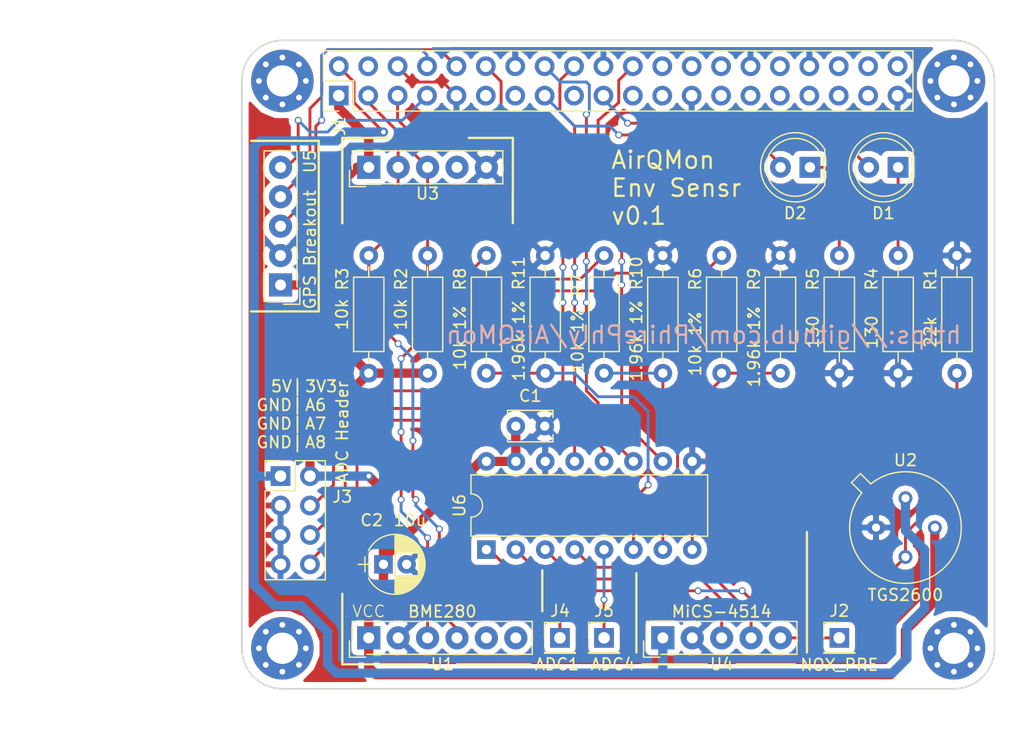
<source format=kicad_pcb>
(kicad_pcb (version 4) (host pcbnew 4.0.7-e2-6376~58~ubuntu16.04.1)

  (general
    (links 73)
    (no_connects 1)
    (area 29.109999 46.433713 117.650287 109.279)
    (thickness 1.6)
    (drawings 34)
    (tracks 282)
    (zones 0)
    (modules 30)
    (nets 29)
  )

  (page A)
  (title_block
    (title "PiQMon Pi Sensor Hat")
    (date 2017-12-11)
  )

  (layers
    (0 F.Cu signal)
    (31 B.Cu signal)
    (32 B.Adhes user)
    (33 F.Adhes user)
    (34 B.Paste user)
    (35 F.Paste user)
    (36 B.SilkS user)
    (37 F.SilkS user)
    (38 B.Mask user)
    (39 F.Mask user)
    (40 Dwgs.User user)
    (41 Cmts.User user)
    (42 Eco1.User user)
    (43 Eco2.User user)
    (44 Edge.Cuts user)
    (45 Margin user)
    (46 B.CrtYd user)
    (47 F.CrtYd user)
    (48 B.Fab user)
    (49 F.Fab user)
  )

  (setup
    (last_trace_width 0.25)
    (user_trace_width 0.5)
    (user_trace_width 0.8)
    (trace_clearance 0.2)
    (zone_clearance 0.508)
    (zone_45_only no)
    (trace_min 0.2)
    (segment_width 0.2)
    (edge_width 0.15)
    (via_size 0.6)
    (via_drill 0.4)
    (via_min_size 0.4)
    (via_min_drill 0.3)
    (uvia_size 0.3)
    (uvia_drill 0.1)
    (uvias_allowed no)
    (uvia_min_size 0.2)
    (uvia_min_drill 0.1)
    (pcb_text_width 0.3)
    (pcb_text_size 1.5 1.5)
    (mod_edge_width 0.15)
    (mod_text_size 1 1)
    (mod_text_width 0.15)
    (pad_size 1.7 1.7)
    (pad_drill 1)
    (pad_to_mask_clearance 0.2)
    (aux_axis_origin 0 0)
    (visible_elements FFFFFF7F)
    (pcbplotparams
      (layerselection 0x00030_80000001)
      (usegerberextensions false)
      (excludeedgelayer true)
      (linewidth 0.100000)
      (plotframeref false)
      (viasonmask false)
      (mode 1)
      (useauxorigin false)
      (hpglpennumber 1)
      (hpglpenspeed 20)
      (hpglpendiameter 15)
      (hpglpenoverlay 2)
      (psnegative false)
      (psa4output false)
      (plotreference true)
      (plotvalue true)
      (plotinvisibletext false)
      (padsonsilk false)
      (subtractmaskfromsilk false)
      (outputformat 1)
      (mirror false)
      (drillshape 1)
      (scaleselection 1)
      (outputdirectory ""))
  )

  (net 0 "")
  (net 1 "Net-(D1-Pad1)")
  (net 2 "Net-(D1-Pad2)")
  (net 3 "Net-(D2-Pad1)")
  (net 4 "Net-(D2-Pad2)")
  (net 5 +3V3)
  (net 6 +5V)
  (net 7 SDA)
  (net 8 SCL)
  (net 9 GND)
  (net 10 PPS)
  (net 11 TXD)
  (net 12 RXD)
  (net 13 SCLK)
  (net 14 MOSI)
  (net 15 MISO)
  (net 16 CS_ADC)
  (net 17 "Net-(J2-Pad1)")
  (net 18 "Net-(J3-Pad4)")
  (net 19 "Net-(J3-Pad6)")
  (net 20 "Net-(J3-Pad8)")
  (net 21 TGS_OUT)
  (net 22 ADC8)
  (net 23 ADC7)
  (net 24 ADC6)
  (net 25 RED)
  (net 26 NOX)
  (net 27 "Net-(J4-Pad1)")
  (net 28 "Net-(J5-Pad1)")

  (net_class Default "This is the default net class."
    (clearance 0.2)
    (trace_width 0.25)
    (via_dia 0.6)
    (via_drill 0.4)
    (uvia_dia 0.3)
    (uvia_drill 0.1)
    (add_net +3V3)
    (add_net +5V)
    (add_net ADC6)
    (add_net ADC7)
    (add_net ADC8)
    (add_net CS_ADC)
    (add_net GND)
    (add_net MISO)
    (add_net MOSI)
    (add_net NOX)
    (add_net "Net-(D1-Pad1)")
    (add_net "Net-(D1-Pad2)")
    (add_net "Net-(D2-Pad1)")
    (add_net "Net-(D2-Pad2)")
    (add_net "Net-(J2-Pad1)")
    (add_net "Net-(J3-Pad4)")
    (add_net "Net-(J3-Pad6)")
    (add_net "Net-(J3-Pad8)")
    (add_net "Net-(J4-Pad1)")
    (add_net "Net-(J5-Pad1)")
    (add_net PPS)
    (add_net RED)
    (add_net RXD)
    (add_net SCL)
    (add_net SCLK)
    (add_net SDA)
    (add_net TGS_OUT)
    (add_net TXD)
  )

  (module LEDs:LED_D5.0mm (layer F.Cu) (tedit 5995936A) (tstamp 5A2F7ADD)
    (at 106.68 60.96 180)
    (descr "LED, diameter 5.0mm, 2 pins, http://cdn-reichelt.de/documents/datenblatt/A500/LL-504BC2E-009.pdf")
    (tags "LED diameter 5.0mm 2 pins")
    (path /59ADE21E)
    (fp_text reference D1 (at 1.27 -3.96 180) (layer F.SilkS)
      (effects (font (size 1 1) (thickness 0.15)))
    )
    (fp_text value LED (at 1.27 3.96 180) (layer F.Fab)
      (effects (font (size 1 1) (thickness 0.15)))
    )
    (fp_arc (start 1.27 0) (end -1.23 -1.469694) (angle 299.1) (layer F.Fab) (width 0.1))
    (fp_arc (start 1.27 0) (end -1.29 -1.54483) (angle 148.9) (layer F.SilkS) (width 0.12))
    (fp_arc (start 1.27 0) (end -1.29 1.54483) (angle -148.9) (layer F.SilkS) (width 0.12))
    (fp_circle (center 1.27 0) (end 3.77 0) (layer F.Fab) (width 0.1))
    (fp_circle (center 1.27 0) (end 3.77 0) (layer F.SilkS) (width 0.12))
    (fp_line (start -1.23 -1.469694) (end -1.23 1.469694) (layer F.Fab) (width 0.1))
    (fp_line (start -1.29 -1.545) (end -1.29 1.545) (layer F.SilkS) (width 0.12))
    (fp_line (start -1.95 -3.25) (end -1.95 3.25) (layer F.CrtYd) (width 0.05))
    (fp_line (start -1.95 3.25) (end 4.5 3.25) (layer F.CrtYd) (width 0.05))
    (fp_line (start 4.5 3.25) (end 4.5 -3.25) (layer F.CrtYd) (width 0.05))
    (fp_line (start 4.5 -3.25) (end -1.95 -3.25) (layer F.CrtYd) (width 0.05))
    (fp_text user %R (at 1.25 0 180) (layer F.Fab)
      (effects (font (size 0.8 0.8) (thickness 0.2)))
    )
    (pad 1 thru_hole rect (at 0 0 180) (size 1.8 1.8) (drill 0.9) (layers *.Cu *.Mask)
      (net 1 "Net-(D1-Pad1)"))
    (pad 2 thru_hole circle (at 2.54 0 180) (size 1.8 1.8) (drill 0.9) (layers *.Cu *.Mask)
      (net 2 "Net-(D1-Pad2)"))
    (model ${KISYS3DMOD}/LEDs.3dshapes/LED_D5.0mm.wrl
      (at (xyz 0 0 0))
      (scale (xyz 0.393701 0.393701 0.393701))
      (rotate (xyz 0 0 0))
    )
  )

  (module LEDs:LED_D5.0mm (layer F.Cu) (tedit 5995936A) (tstamp 5A2F7AE3)
    (at 99.06 60.96 180)
    (descr "LED, diameter 5.0mm, 2 pins, http://cdn-reichelt.de/documents/datenblatt/A500/LL-504BC2E-009.pdf")
    (tags "LED diameter 5.0mm 2 pins")
    (path /59ADE101)
    (fp_text reference D2 (at 1.27 -3.96 180) (layer F.SilkS)
      (effects (font (size 1 1) (thickness 0.15)))
    )
    (fp_text value LED (at 1.27 3.96 180) (layer F.Fab)
      (effects (font (size 1 1) (thickness 0.15)))
    )
    (fp_arc (start 1.27 0) (end -1.23 -1.469694) (angle 299.1) (layer F.Fab) (width 0.1))
    (fp_arc (start 1.27 0) (end -1.29 -1.54483) (angle 148.9) (layer F.SilkS) (width 0.12))
    (fp_arc (start 1.27 0) (end -1.29 1.54483) (angle -148.9) (layer F.SilkS) (width 0.12))
    (fp_circle (center 1.27 0) (end 3.77 0) (layer F.Fab) (width 0.1))
    (fp_circle (center 1.27 0) (end 3.77 0) (layer F.SilkS) (width 0.12))
    (fp_line (start -1.23 -1.469694) (end -1.23 1.469694) (layer F.Fab) (width 0.1))
    (fp_line (start -1.29 -1.545) (end -1.29 1.545) (layer F.SilkS) (width 0.12))
    (fp_line (start -1.95 -3.25) (end -1.95 3.25) (layer F.CrtYd) (width 0.05))
    (fp_line (start -1.95 3.25) (end 4.5 3.25) (layer F.CrtYd) (width 0.05))
    (fp_line (start 4.5 3.25) (end 4.5 -3.25) (layer F.CrtYd) (width 0.05))
    (fp_line (start 4.5 -3.25) (end -1.95 -3.25) (layer F.CrtYd) (width 0.05))
    (fp_text user %R (at 1.25 0 180) (layer F.Fab)
      (effects (font (size 0.8 0.8) (thickness 0.2)))
    )
    (pad 1 thru_hole rect (at 0 0 180) (size 1.8 1.8) (drill 0.9) (layers *.Cu *.Mask)
      (net 3 "Net-(D2-Pad1)"))
    (pad 2 thru_hole circle (at 2.54 0 180) (size 1.8 1.8) (drill 0.9) (layers *.Cu *.Mask)
      (net 4 "Net-(D2-Pad2)"))
    (model ${KISYS3DMOD}/LEDs.3dshapes/LED_D5.0mm.wrl
      (at (xyz 0 0 0))
      (scale (xyz 0.393701 0.393701 0.393701))
      (rotate (xyz 0 0 0))
    )
  )

  (module Pin_Headers:Pin_Header_Straight_2x20_Pitch2.54mm (layer F.Cu) (tedit 5A8D021E) (tstamp 5A2F7B0F)
    (at 58.37 54.77 90)
    (descr "Through hole straight pin header, 2x20, 2.54mm pitch, double rows")
    (tags "Through hole pin header THT 2x20 2.54mm double row")
    (path /59ADDE56)
    (fp_text reference J1 (at -2.634 0.05 90) (layer F.SilkS)
      (effects (font (size 1 1) (thickness 0.15)))
    )
    (fp_text value "RaspberryPi Header" (at 6.764 43.484 180) (layer F.Fab)
      (effects (font (size 1 1) (thickness 0.15)))
    )
    (fp_line (start 0 -1.27) (end 3.81 -1.27) (layer F.Fab) (width 0.1))
    (fp_line (start 3.81 -1.27) (end 3.81 49.53) (layer F.Fab) (width 0.1))
    (fp_line (start 3.81 49.53) (end -1.27 49.53) (layer F.Fab) (width 0.1))
    (fp_line (start -1.27 49.53) (end -1.27 0) (layer F.Fab) (width 0.1))
    (fp_line (start -1.27 0) (end 0 -1.27) (layer F.Fab) (width 0.1))
    (fp_line (start -1.33 49.59) (end 3.87 49.59) (layer F.SilkS) (width 0.12))
    (fp_line (start -1.33 1.27) (end -1.33 49.59) (layer F.SilkS) (width 0.12))
    (fp_line (start 3.87 -1.33) (end 3.87 49.59) (layer F.SilkS) (width 0.12))
    (fp_line (start -1.33 1.27) (end 1.27 1.27) (layer F.SilkS) (width 0.12))
    (fp_line (start 1.27 1.27) (end 1.27 -1.33) (layer F.SilkS) (width 0.12))
    (fp_line (start 1.27 -1.33) (end 3.87 -1.33) (layer F.SilkS) (width 0.12))
    (fp_line (start -1.33 0) (end -1.33 -1.33) (layer F.SilkS) (width 0.12))
    (fp_line (start -1.33 -1.33) (end 0 -1.33) (layer F.SilkS) (width 0.12))
    (fp_line (start -1.8 -1.8) (end -1.8 50.05) (layer F.CrtYd) (width 0.05))
    (fp_line (start -1.8 50.05) (end 4.35 50.05) (layer F.CrtYd) (width 0.05))
    (fp_line (start 4.35 50.05) (end 4.35 -1.8) (layer F.CrtYd) (width 0.05))
    (fp_line (start 4.35 -1.8) (end -1.8 -1.8) (layer F.CrtYd) (width 0.05))
    (fp_text user %R (at 1.27 24.13 180) (layer F.Fab)
      (effects (font (size 1 1) (thickness 0.15)))
    )
    (pad 1 thru_hole rect (at 0 0 90) (size 1.7 1.7) (drill 1) (layers *.Cu *.Mask)
      (net 5 +3V3))
    (pad 2 thru_hole oval (at 2.54 0 90) (size 1.7 1.7) (drill 1) (layers *.Cu *.Mask)
      (net 6 +5V))
    (pad 3 thru_hole oval (at 0 2.54 90) (size 1.7 1.7) (drill 1) (layers *.Cu *.Mask)
      (net 7 SDA))
    (pad 4 thru_hole oval (at 2.54 2.54 90) (size 1.7 1.7) (drill 1) (layers *.Cu *.Mask)
      (net 6 +5V))
    (pad 5 thru_hole oval (at 0 5.08 90) (size 1.7 1.7) (drill 1) (layers *.Cu *.Mask)
      (net 8 SCL))
    (pad 6 thru_hole oval (at 2.54 5.08 90) (size 1.7 1.7) (drill 1) (layers *.Cu *.Mask)
      (net 9 GND))
    (pad 7 thru_hole oval (at 0 7.62 90) (size 1.7 1.7) (drill 1) (layers *.Cu *.Mask)
      (net 10 PPS))
    (pad 8 thru_hole oval (at 2.54 7.62 90) (size 1.7 1.7) (drill 1) (layers *.Cu *.Mask)
      (net 11 TXD))
    (pad 9 thru_hole oval (at 0 10.16 90) (size 1.7 1.7) (drill 1) (layers *.Cu *.Mask)
      (net 9 GND))
    (pad 10 thru_hole oval (at 2.54 10.16 90) (size 1.7 1.7) (drill 1) (layers *.Cu *.Mask)
      (net 12 RXD))
    (pad 11 thru_hole oval (at 0 12.7 90) (size 1.7 1.7) (drill 1) (layers *.Cu *.Mask))
    (pad 12 thru_hole oval (at 2.54 12.7 90) (size 1.7 1.7) (drill 1) (layers *.Cu *.Mask)
      (net 13 SCLK))
    (pad 13 thru_hole oval (at 0 15.24 90) (size 1.7 1.7) (drill 1) (layers *.Cu *.Mask))
    (pad 14 thru_hole oval (at 2.54 15.24 90) (size 1.7 1.7) (drill 1) (layers *.Cu *.Mask)
      (net 9 GND))
    (pad 15 thru_hole oval (at 0 17.78 90) (size 1.7 1.7) (drill 1) (layers *.Cu *.Mask)
      (net 4 "Net-(D2-Pad2)"))
    (pad 16 thru_hole oval (at 2.54 17.78 90) (size 1.7 1.7) (drill 1) (layers *.Cu *.Mask)
      (net 14 MOSI))
    (pad 17 thru_hole oval (at 0 20.32 90) (size 1.7 1.7) (drill 1) (layers *.Cu *.Mask))
    (pad 18 thru_hole oval (at 2.54 20.32 90) (size 1.7 1.7) (drill 1) (layers *.Cu *.Mask)
      (net 15 MISO))
    (pad 19 thru_hole oval (at 0 22.86 90) (size 1.7 1.7) (drill 1) (layers *.Cu *.Mask)
      (net 2 "Net-(D1-Pad2)"))
    (pad 20 thru_hole oval (at 2.54 22.86 90) (size 1.7 1.7) (drill 1) (layers *.Cu *.Mask)
      (net 9 GND))
    (pad 21 thru_hole oval (at 0 25.4 90) (size 1.7 1.7) (drill 1) (layers *.Cu *.Mask))
    (pad 22 thru_hole oval (at 2.54 25.4 90) (size 1.7 1.7) (drill 1) (layers *.Cu *.Mask)
      (net 16 CS_ADC))
    (pad 23 thru_hole oval (at 0 27.94 90) (size 1.7 1.7) (drill 1) (layers *.Cu *.Mask))
    (pad 24 thru_hole oval (at 2.54 27.94 90) (size 1.7 1.7) (drill 1) (layers *.Cu *.Mask))
    (pad 25 thru_hole oval (at 0 30.48 90) (size 1.7 1.7) (drill 1) (layers *.Cu *.Mask)
      (net 9 GND))
    (pad 26 thru_hole oval (at 2.54 30.48 90) (size 1.7 1.7) (drill 1) (layers *.Cu *.Mask))
    (pad 27 thru_hole oval (at 0 33.02 90) (size 1.7 1.7) (drill 1) (layers *.Cu *.Mask))
    (pad 28 thru_hole oval (at 2.54 33.02 90) (size 1.7 1.7) (drill 1) (layers *.Cu *.Mask))
    (pad 29 thru_hole oval (at 0 35.56 90) (size 1.7 1.7) (drill 1) (layers *.Cu *.Mask))
    (pad 30 thru_hole oval (at 2.54 35.56 90) (size 1.7 1.7) (drill 1) (layers *.Cu *.Mask)
      (net 9 GND))
    (pad 31 thru_hole oval (at 0 38.1 90) (size 1.7 1.7) (drill 1) (layers *.Cu *.Mask))
    (pad 32 thru_hole oval (at 2.54 38.1 90) (size 1.7 1.7) (drill 1) (layers *.Cu *.Mask))
    (pad 33 thru_hole oval (at 0 40.64 90) (size 1.7 1.7) (drill 1) (layers *.Cu *.Mask))
    (pad 34 thru_hole oval (at 2.54 40.64 90) (size 1.7 1.7) (drill 1) (layers *.Cu *.Mask)
      (net 9 GND))
    (pad 35 thru_hole oval (at 0 43.18 90) (size 1.7 1.7) (drill 1) (layers *.Cu *.Mask))
    (pad 36 thru_hole oval (at 2.54 43.18 90) (size 1.7 1.7) (drill 1) (layers *.Cu *.Mask))
    (pad 37 thru_hole oval (at 0 45.72 90) (size 1.7 1.7) (drill 1) (layers *.Cu *.Mask))
    (pad 38 thru_hole oval (at 2.54 45.72 90) (size 1.7 1.7) (drill 1) (layers *.Cu *.Mask))
    (pad 39 thru_hole oval (at 0 48.26 90) (size 1.7 1.7) (drill 1) (layers *.Cu *.Mask)
      (net 9 GND))
    (pad 40 thru_hole oval (at 2.54 48.26 90) (size 1.7 1.7) (drill 1) (layers *.Cu *.Mask))
    (model ${KISYS3DMOD}/Pin_Headers.3dshapes/Pin_Header_Straight_2x20_Pitch2.54mm.wrl
      (at (xyz 0 0 0))
      (scale (xyz 1 1 1))
      (rotate (xyz 0 0 0))
    )
  )

  (module Pin_Headers:Pin_Header_Straight_1x01_Pitch2.54mm (layer F.Cu) (tedit 5A8D0099) (tstamp 5A2F7B14)
    (at 101.6 101.6)
    (descr "Through hole straight pin header, 1x01, 2.54mm pitch, single row")
    (tags "Through hole pin header THT 1x01 2.54mm single row")
    (path /59D1BC9C)
    (fp_text reference J2 (at 0 -2.33) (layer F.SilkS)
      (effects (font (size 1 1) (thickness 0.15)))
    )
    (fp_text value NOX_PRE (at 0 2.33) (layer F.SilkS)
      (effects (font (size 1 1) (thickness 0.15)))
    )
    (fp_line (start -0.635 -1.27) (end 1.27 -1.27) (layer F.Fab) (width 0.1))
    (fp_line (start 1.27 -1.27) (end 1.27 1.27) (layer F.Fab) (width 0.1))
    (fp_line (start 1.27 1.27) (end -1.27 1.27) (layer F.Fab) (width 0.1))
    (fp_line (start -1.27 1.27) (end -1.27 -0.635) (layer F.Fab) (width 0.1))
    (fp_line (start -1.27 -0.635) (end -0.635 -1.27) (layer F.Fab) (width 0.1))
    (fp_line (start -1.33 1.33) (end 1.33 1.33) (layer F.SilkS) (width 0.12))
    (fp_line (start -1.33 1.27) (end -1.33 1.33) (layer F.SilkS) (width 0.12))
    (fp_line (start 1.33 1.27) (end 1.33 1.33) (layer F.SilkS) (width 0.12))
    (fp_line (start -1.33 1.27) (end 1.33 1.27) (layer F.SilkS) (width 0.12))
    (fp_line (start -1.33 0) (end -1.33 -1.33) (layer F.SilkS) (width 0.12))
    (fp_line (start -1.33 -1.33) (end 0 -1.33) (layer F.SilkS) (width 0.12))
    (fp_line (start -1.8 -1.8) (end -1.8 1.8) (layer F.CrtYd) (width 0.05))
    (fp_line (start -1.8 1.8) (end 1.8 1.8) (layer F.CrtYd) (width 0.05))
    (fp_line (start 1.8 1.8) (end 1.8 -1.8) (layer F.CrtYd) (width 0.05))
    (fp_line (start 1.8 -1.8) (end -1.8 -1.8) (layer F.CrtYd) (width 0.05))
    (fp_text user %R (at 0 0 90) (layer F.Fab)
      (effects (font (size 1 1) (thickness 0.15)))
    )
    (pad 1 thru_hole rect (at 0 0) (size 1.7 1.7) (drill 1) (layers *.Cu *.Mask)
      (net 17 "Net-(J2-Pad1)"))
    (model ${KISYS3DMOD}/Pin_Headers.3dshapes/Pin_Header_Straight_1x01_Pitch2.54mm.wrl
      (at (xyz 0 0 0))
      (scale (xyz 1 1 1))
      (rotate (xyz 0 0 0))
    )
  )

  (module Pin_Headers:Pin_Header_Straight_2x04_Pitch2.54mm (layer F.Cu) (tedit 5A8D01F8) (tstamp 5A2F7B20)
    (at 53.34 87.63)
    (descr "Through hole straight pin header, 2x04, 2.54mm pitch, double rows")
    (tags "Through hole pin header THT 2x04 2.54mm double row")
    (path /59ADE9FB)
    (fp_text reference J3 (at 5.334 1.778) (layer F.SilkS)
      (effects (font (size 1 1) (thickness 0.15)))
    )
    (fp_text value "ADC Header" (at 5.334 -3.81 90) (layer F.SilkS)
      (effects (font (size 1 1) (thickness 0.15)))
    )
    (fp_line (start 0 -1.27) (end 3.81 -1.27) (layer F.Fab) (width 0.1))
    (fp_line (start 3.81 -1.27) (end 3.81 8.89) (layer F.Fab) (width 0.1))
    (fp_line (start 3.81 8.89) (end -1.27 8.89) (layer F.Fab) (width 0.1))
    (fp_line (start -1.27 8.89) (end -1.27 0) (layer F.Fab) (width 0.1))
    (fp_line (start -1.27 0) (end 0 -1.27) (layer F.Fab) (width 0.1))
    (fp_line (start -1.33 8.95) (end 3.87 8.95) (layer F.SilkS) (width 0.12))
    (fp_line (start -1.33 1.27) (end -1.33 8.95) (layer F.SilkS) (width 0.12))
    (fp_line (start 3.87 -1.33) (end 3.87 8.95) (layer F.SilkS) (width 0.12))
    (fp_line (start -1.33 1.27) (end 1.27 1.27) (layer F.SilkS) (width 0.12))
    (fp_line (start 1.27 1.27) (end 1.27 -1.33) (layer F.SilkS) (width 0.12))
    (fp_line (start 1.27 -1.33) (end 3.87 -1.33) (layer F.SilkS) (width 0.12))
    (fp_line (start -1.33 0) (end -1.33 -1.33) (layer F.SilkS) (width 0.12))
    (fp_line (start -1.33 -1.33) (end 0 -1.33) (layer F.SilkS) (width 0.12))
    (fp_line (start -1.8 -1.8) (end -1.8 9.4) (layer F.CrtYd) (width 0.05))
    (fp_line (start -1.8 9.4) (end 4.35 9.4) (layer F.CrtYd) (width 0.05))
    (fp_line (start 4.35 9.4) (end 4.35 -1.8) (layer F.CrtYd) (width 0.05))
    (fp_line (start 4.35 -1.8) (end -1.8 -1.8) (layer F.CrtYd) (width 0.05))
    (fp_text user %R (at 1.27 3.81 90) (layer F.Fab)
      (effects (font (size 1 1) (thickness 0.15)))
    )
    (pad 1 thru_hole rect (at 0 0) (size 1.7 1.7) (drill 1) (layers *.Cu *.Mask)
      (net 6 +5V))
    (pad 2 thru_hole oval (at 2.54 0) (size 1.7 1.7) (drill 1) (layers *.Cu *.Mask)
      (net 5 +3V3))
    (pad 3 thru_hole oval (at 0 2.54) (size 1.7 1.7) (drill 1) (layers *.Cu *.Mask)
      (net 9 GND))
    (pad 4 thru_hole oval (at 2.54 2.54) (size 1.7 1.7) (drill 1) (layers *.Cu *.Mask)
      (net 18 "Net-(J3-Pad4)"))
    (pad 5 thru_hole oval (at 0 5.08) (size 1.7 1.7) (drill 1) (layers *.Cu *.Mask)
      (net 9 GND))
    (pad 6 thru_hole oval (at 2.54 5.08) (size 1.7 1.7) (drill 1) (layers *.Cu *.Mask)
      (net 19 "Net-(J3-Pad6)"))
    (pad 7 thru_hole oval (at 0 7.62) (size 1.7 1.7) (drill 1) (layers *.Cu *.Mask)
      (net 9 GND))
    (pad 8 thru_hole oval (at 2.54 7.62) (size 1.7 1.7) (drill 1) (layers *.Cu *.Mask)
      (net 20 "Net-(J3-Pad8)"))
    (model ${KISYS3DMOD}/Pin_Headers.3dshapes/Pin_Header_Straight_2x04_Pitch2.54mm.wrl
      (at (xyz 0 0 0))
      (scale (xyz 1 1 1))
      (rotate (xyz 0 0 0))
    )
  )

  (module Mounting_Holes:MountingHole_2.7mm_M2.5_Pad_Via (layer F.Cu) (tedit 5A8D0645) (tstamp 5A2F7B2D)
    (at 53.5 53.5)
    (descr "Mounting Hole 2.7mm")
    (tags "mounting hole 2.7mm")
    (path /5A2FE12A)
    (attr virtual)
    (fp_text reference MK1 (at -0.414 -5.24) (layer F.Fab)
      (effects (font (size 1 1) (thickness 0.15)))
    )
    (fp_text value Mounting_Hole_PAD (at 0.348 -6.002) (layer F.Fab)
      (effects (font (size 1 1) (thickness 0.15)))
    )
    (fp_text user %R (at 0.3 0) (layer F.Fab)
      (effects (font (size 1 1) (thickness 0.15)))
    )
    (fp_circle (center 0 0) (end 2.7 0) (layer Cmts.User) (width 0.15))
    (fp_circle (center 0 0) (end 2.95 0) (layer F.CrtYd) (width 0.05))
    (pad 1 thru_hole circle (at 0 0) (size 5.4 5.4) (drill 2.7) (layers *.Cu *.Mask))
    (pad "" thru_hole circle (at 2.025 0) (size 0.8 0.8) (drill 0.5) (layers *.Cu *.Mask))
    (pad "" thru_hole circle (at 1.431891 1.431891) (size 0.8 0.8) (drill 0.5) (layers *.Cu *.Mask))
    (pad "" thru_hole circle (at 0 2.025) (size 0.8 0.8) (drill 0.5) (layers *.Cu *.Mask))
    (pad "" thru_hole circle (at -1.431891 1.431891) (size 0.8 0.8) (drill 0.5) (layers *.Cu *.Mask))
    (pad "" thru_hole circle (at -2.025 0) (size 0.8 0.8) (drill 0.5) (layers *.Cu *.Mask))
    (pad "" thru_hole circle (at -1.431891 -1.431891) (size 0.8 0.8) (drill 0.5) (layers *.Cu *.Mask))
    (pad "" thru_hole circle (at 0 -2.025) (size 0.8 0.8) (drill 0.5) (layers *.Cu *.Mask))
    (pad "" thru_hole circle (at 1.431891 -1.431891) (size 0.8 0.8) (drill 0.5) (layers *.Cu *.Mask))
  )

  (module Mounting_Holes:MountingHole_2.7mm_M2.5_Pad_Via (layer F.Cu) (tedit 5A8D064B) (tstamp 5A2F7B3A)
    (at 111.5 53.5)
    (descr "Mounting Hole 2.7mm")
    (tags "mounting hole 2.7mm")
    (path /5A2FE2F1)
    (attr virtual)
    (fp_text reference MK2 (at 0.768 -4.986) (layer F.Fab)
      (effects (font (size 1 1) (thickness 0.15)))
    )
    (fp_text value Mounting_Hole_PAD (at 4.832 0.348 270) (layer F.Fab)
      (effects (font (size 1 1) (thickness 0.15)))
    )
    (fp_circle (center 0 0) (end 2.7 0) (layer Cmts.User) (width 0.15))
    (fp_circle (center 0 0) (end 2.95 0) (layer F.CrtYd) (width 0.05))
    (pad 1 thru_hole circle (at 0 0) (size 5.4 5.4) (drill 2.7) (layers *.Cu *.Mask))
    (pad "" thru_hole circle (at 2.025 0) (size 0.8 0.8) (drill 0.5) (layers *.Cu *.Mask))
    (pad "" thru_hole circle (at 1.431891 1.431891) (size 0.8 0.8) (drill 0.5) (layers *.Cu *.Mask))
    (pad "" thru_hole circle (at 0 2.025) (size 0.8 0.8) (drill 0.5) (layers *.Cu *.Mask))
    (pad "" thru_hole circle (at -1.431891 1.431891) (size 0.8 0.8) (drill 0.5) (layers *.Cu *.Mask))
    (pad "" thru_hole circle (at -2.025 0) (size 0.8 0.8) (drill 0.5) (layers *.Cu *.Mask))
    (pad "" thru_hole circle (at -1.431891 -1.431891) (size 0.8 0.8) (drill 0.5) (layers *.Cu *.Mask))
    (pad "" thru_hole circle (at 0 -2.025) (size 0.8 0.8) (drill 0.5) (layers *.Cu *.Mask))
    (pad "" thru_hole circle (at 1.431891 -1.431891) (size 0.8 0.8) (drill 0.5) (layers *.Cu *.Mask))
  )

  (module Mounting_Holes:MountingHole_2.7mm_M2.5_Pad_Via (layer F.Cu) (tedit 5A8D065D) (tstamp 5A2F7B47)
    (at 53.5 102.5)
    (descr "Mounting Hole 2.7mm")
    (tags "mounting hole 2.7mm")
    (path /5A2FE26F)
    (attr virtual)
    (fp_text reference MK3 (at 0.094 4.942) (layer F.Fab)
      (effects (font (size 1 1) (thickness 0.15)))
    )
    (fp_text value Mounting_Hole_PAD (at 1.11 5.196) (layer F.Fab)
      (effects (font (size 1 1) (thickness 0.15)))
    )
    (fp_text user %R (at -0.414 5.196) (layer F.Fab)
      (effects (font (size 1 1) (thickness 0.15)))
    )
    (fp_circle (center 0 0) (end 2.7 0) (layer Cmts.User) (width 0.15))
    (fp_circle (center 0 0) (end 2.95 0) (layer F.CrtYd) (width 0.05))
    (pad 1 thru_hole circle (at 0 0) (size 5.4 5.4) (drill 2.7) (layers *.Cu *.Mask))
    (pad "" thru_hole circle (at 2.025 0) (size 0.8 0.8) (drill 0.5) (layers *.Cu *.Mask))
    (pad "" thru_hole circle (at 1.431891 1.431891) (size 0.8 0.8) (drill 0.5) (layers *.Cu *.Mask))
    (pad "" thru_hole circle (at 0 2.025) (size 0.8 0.8) (drill 0.5) (layers *.Cu *.Mask))
    (pad "" thru_hole circle (at -1.431891 1.431891) (size 0.8 0.8) (drill 0.5) (layers *.Cu *.Mask))
    (pad "" thru_hole circle (at -2.025 0) (size 0.8 0.8) (drill 0.5) (layers *.Cu *.Mask))
    (pad "" thru_hole circle (at -1.431891 -1.431891) (size 0.8 0.8) (drill 0.5) (layers *.Cu *.Mask))
    (pad "" thru_hole circle (at 0 -2.025) (size 0.8 0.8) (drill 0.5) (layers *.Cu *.Mask))
    (pad "" thru_hole circle (at 1.431891 -1.431891) (size 0.8 0.8) (drill 0.5) (layers *.Cu *.Mask))
  )

  (module Mounting_Holes:MountingHole_2.7mm_M2.5_Pad_Via (layer F.Cu) (tedit 5A8D0651) (tstamp 5A2F7B54)
    (at 111.5 102.5)
    (descr "Mounting Hole 2.7mm")
    (tags "mounting hole 2.7mm")
    (path /5A2FE362)
    (attr virtual)
    (fp_text reference MK4 (at -1.01 5.704) (layer F.Fab)
      (effects (font (size 1 1) (thickness 0.15)))
    )
    (fp_text value Mounting_Hole_PAD (at -1.264 5.196) (layer F.Fab)
      (effects (font (size 1 1) (thickness 0.15)))
    )
    (fp_text user %R (at 0.26 6.72) (layer F.Fab)
      (effects (font (size 1 1) (thickness 0.15)))
    )
    (fp_circle (center 0 0) (end 2.7 0) (layer Cmts.User) (width 0.15))
    (fp_circle (center 0 0) (end 2.95 0) (layer F.CrtYd) (width 0.05))
    (pad 1 thru_hole circle (at 0 0) (size 5.4 5.4) (drill 2.7) (layers *.Cu *.Mask))
    (pad "" thru_hole circle (at 2.025 0) (size 0.8 0.8) (drill 0.5) (layers *.Cu *.Mask))
    (pad "" thru_hole circle (at 1.431891 1.431891) (size 0.8 0.8) (drill 0.5) (layers *.Cu *.Mask))
    (pad "" thru_hole circle (at 0 2.025) (size 0.8 0.8) (drill 0.5) (layers *.Cu *.Mask))
    (pad "" thru_hole circle (at -1.431891 1.431891) (size 0.8 0.8) (drill 0.5) (layers *.Cu *.Mask))
    (pad "" thru_hole circle (at -2.025 0) (size 0.8 0.8) (drill 0.5) (layers *.Cu *.Mask))
    (pad "" thru_hole circle (at -1.431891 -1.431891) (size 0.8 0.8) (drill 0.5) (layers *.Cu *.Mask))
    (pad "" thru_hole circle (at 0 -2.025) (size 0.8 0.8) (drill 0.5) (layers *.Cu *.Mask))
    (pad "" thru_hole circle (at 1.431891 -1.431891) (size 0.8 0.8) (drill 0.5) (layers *.Cu *.Mask))
  )

  (module Resistors_THT:R_Axial_DIN0207_L6.3mm_D2.5mm_P10.16mm_Horizontal (layer F.Cu) (tedit 5A8D008D) (tstamp 5A2F7B5A)
    (at 111.76 78.74 90)
    (descr "Resistor, Axial_DIN0207 series, Axial, Horizontal, pin pitch=10.16mm, 0.25W = 1/4W, length*diameter=6.3*2.5mm^2, http://cdn-reichelt.de/documents/datenblatt/B400/1_4W%23YAG.pdf")
    (tags "Resistor Axial_DIN0207 series Axial Horizontal pin pitch 10.16mm 0.25W = 1/4W length 6.3mm diameter 2.5mm")
    (path /59AE241C)
    (fp_text reference R1 (at 8.128 -2.286 90) (layer F.SilkS)
      (effects (font (size 1 1) (thickness 0.15)))
    )
    (fp_text value 22k (at 3.556 -2.286 90) (layer F.SilkS)
      (effects (font (size 1 1) (thickness 0.15)))
    )
    (fp_line (start 1.93 -1.25) (end 1.93 1.25) (layer F.Fab) (width 0.1))
    (fp_line (start 1.93 1.25) (end 8.23 1.25) (layer F.Fab) (width 0.1))
    (fp_line (start 8.23 1.25) (end 8.23 -1.25) (layer F.Fab) (width 0.1))
    (fp_line (start 8.23 -1.25) (end 1.93 -1.25) (layer F.Fab) (width 0.1))
    (fp_line (start 0 0) (end 1.93 0) (layer F.Fab) (width 0.1))
    (fp_line (start 10.16 0) (end 8.23 0) (layer F.Fab) (width 0.1))
    (fp_line (start 1.87 -1.31) (end 1.87 1.31) (layer F.SilkS) (width 0.12))
    (fp_line (start 1.87 1.31) (end 8.29 1.31) (layer F.SilkS) (width 0.12))
    (fp_line (start 8.29 1.31) (end 8.29 -1.31) (layer F.SilkS) (width 0.12))
    (fp_line (start 8.29 -1.31) (end 1.87 -1.31) (layer F.SilkS) (width 0.12))
    (fp_line (start 0.98 0) (end 1.87 0) (layer F.SilkS) (width 0.12))
    (fp_line (start 9.18 0) (end 8.29 0) (layer F.SilkS) (width 0.12))
    (fp_line (start -1.05 -1.6) (end -1.05 1.6) (layer F.CrtYd) (width 0.05))
    (fp_line (start -1.05 1.6) (end 11.25 1.6) (layer F.CrtYd) (width 0.05))
    (fp_line (start 11.25 1.6) (end 11.25 -1.6) (layer F.CrtYd) (width 0.05))
    (fp_line (start 11.25 -1.6) (end -1.05 -1.6) (layer F.CrtYd) (width 0.05))
    (pad 1 thru_hole circle (at 0 0 90) (size 1.6 1.6) (drill 0.8) (layers *.Cu *.Mask)
      (net 21 TGS_OUT))
    (pad 2 thru_hole oval (at 10.16 0 90) (size 1.6 1.6) (drill 0.8) (layers *.Cu *.Mask)
      (net 9 GND))
    (model ${KISYS3DMOD}/Resistors_THT.3dshapes/R_Axial_DIN0207_L6.3mm_D2.5mm_P10.16mm_Horizontal.wrl
      (at (xyz 0 0 0))
      (scale (xyz 0.393701 0.393701 0.393701))
      (rotate (xyz 0 0 0))
    )
  )

  (module Resistors_THT:R_Axial_DIN0207_L6.3mm_D2.5mm_P10.16mm_Horizontal (layer F.Cu) (tedit 5A8D0066) (tstamp 5A2F7B60)
    (at 66.04 68.58 270)
    (descr "Resistor, Axial_DIN0207 series, Axial, Horizontal, pin pitch=10.16mm, 0.25W = 1/4W, length*diameter=6.3*2.5mm^2, http://cdn-reichelt.de/documents/datenblatt/B400/1_4W%23YAG.pdf")
    (tags "Resistor Axial_DIN0207 series Axial Horizontal pin pitch 10.16mm 0.25W = 1/4W length 6.3mm diameter 2.5mm")
    (path /59D5D5CB)
    (fp_text reference R2 (at 2.032 2.286 270) (layer F.SilkS)
      (effects (font (size 1 1) (thickness 0.15)))
    )
    (fp_text value 10k (at 5.08 2.31 270) (layer F.SilkS)
      (effects (font (size 1 1) (thickness 0.15)))
    )
    (fp_line (start 1.93 -1.25) (end 1.93 1.25) (layer F.Fab) (width 0.1))
    (fp_line (start 1.93 1.25) (end 8.23 1.25) (layer F.Fab) (width 0.1))
    (fp_line (start 8.23 1.25) (end 8.23 -1.25) (layer F.Fab) (width 0.1))
    (fp_line (start 8.23 -1.25) (end 1.93 -1.25) (layer F.Fab) (width 0.1))
    (fp_line (start 0 0) (end 1.93 0) (layer F.Fab) (width 0.1))
    (fp_line (start 10.16 0) (end 8.23 0) (layer F.Fab) (width 0.1))
    (fp_line (start 1.87 -1.31) (end 1.87 1.31) (layer F.SilkS) (width 0.12))
    (fp_line (start 1.87 1.31) (end 8.29 1.31) (layer F.SilkS) (width 0.12))
    (fp_line (start 8.29 1.31) (end 8.29 -1.31) (layer F.SilkS) (width 0.12))
    (fp_line (start 8.29 -1.31) (end 1.87 -1.31) (layer F.SilkS) (width 0.12))
    (fp_line (start 0.98 0) (end 1.87 0) (layer F.SilkS) (width 0.12))
    (fp_line (start 9.18 0) (end 8.29 0) (layer F.SilkS) (width 0.12))
    (fp_line (start -1.05 -1.6) (end -1.05 1.6) (layer F.CrtYd) (width 0.05))
    (fp_line (start -1.05 1.6) (end 11.25 1.6) (layer F.CrtYd) (width 0.05))
    (fp_line (start 11.25 1.6) (end 11.25 -1.6) (layer F.CrtYd) (width 0.05))
    (fp_line (start 11.25 -1.6) (end -1.05 -1.6) (layer F.CrtYd) (width 0.05))
    (pad 1 thru_hole circle (at 0 0 270) (size 1.6 1.6) (drill 0.8) (layers *.Cu *.Mask)
      (net 8 SCL))
    (pad 2 thru_hole oval (at 10.16 0 270) (size 1.6 1.6) (drill 0.8) (layers *.Cu *.Mask)
      (net 5 +3V3))
    (model ${KISYS3DMOD}/Resistors_THT.3dshapes/R_Axial_DIN0207_L6.3mm_D2.5mm_P10.16mm_Horizontal.wrl
      (at (xyz 0 0 0))
      (scale (xyz 0.393701 0.393701 0.393701))
      (rotate (xyz 0 0 0))
    )
  )

  (module Resistors_THT:R_Axial_DIN0207_L6.3mm_D2.5mm_P10.16mm_Horizontal (layer F.Cu) (tedit 5A8D0060) (tstamp 5A2F7B66)
    (at 60.96 68.58 270)
    (descr "Resistor, Axial_DIN0207 series, Axial, Horizontal, pin pitch=10.16mm, 0.25W = 1/4W, length*diameter=6.3*2.5mm^2, http://cdn-reichelt.de/documents/datenblatt/B400/1_4W%23YAG.pdf")
    (tags "Resistor Axial_DIN0207 series Axial Horizontal pin pitch 10.16mm 0.25W = 1/4W length 6.3mm diameter 2.5mm")
    (path /59D5D8C1)
    (fp_text reference R3 (at 2.032 2.286 270) (layer F.SilkS)
      (effects (font (size 1 1) (thickness 0.15)))
    )
    (fp_text value 10k (at 5.08 2.31 270) (layer F.SilkS)
      (effects (font (size 1 1) (thickness 0.15)))
    )
    (fp_line (start 1.93 -1.25) (end 1.93 1.25) (layer F.Fab) (width 0.1))
    (fp_line (start 1.93 1.25) (end 8.23 1.25) (layer F.Fab) (width 0.1))
    (fp_line (start 8.23 1.25) (end 8.23 -1.25) (layer F.Fab) (width 0.1))
    (fp_line (start 8.23 -1.25) (end 1.93 -1.25) (layer F.Fab) (width 0.1))
    (fp_line (start 0 0) (end 1.93 0) (layer F.Fab) (width 0.1))
    (fp_line (start 10.16 0) (end 8.23 0) (layer F.Fab) (width 0.1))
    (fp_line (start 1.87 -1.31) (end 1.87 1.31) (layer F.SilkS) (width 0.12))
    (fp_line (start 1.87 1.31) (end 8.29 1.31) (layer F.SilkS) (width 0.12))
    (fp_line (start 8.29 1.31) (end 8.29 -1.31) (layer F.SilkS) (width 0.12))
    (fp_line (start 8.29 -1.31) (end 1.87 -1.31) (layer F.SilkS) (width 0.12))
    (fp_line (start 0.98 0) (end 1.87 0) (layer F.SilkS) (width 0.12))
    (fp_line (start 9.18 0) (end 8.29 0) (layer F.SilkS) (width 0.12))
    (fp_line (start -1.05 -1.6) (end -1.05 1.6) (layer F.CrtYd) (width 0.05))
    (fp_line (start -1.05 1.6) (end 11.25 1.6) (layer F.CrtYd) (width 0.05))
    (fp_line (start 11.25 1.6) (end 11.25 -1.6) (layer F.CrtYd) (width 0.05))
    (fp_line (start 11.25 -1.6) (end -1.05 -1.6) (layer F.CrtYd) (width 0.05))
    (pad 1 thru_hole circle (at 0 0 270) (size 1.6 1.6) (drill 0.8) (layers *.Cu *.Mask)
      (net 7 SDA))
    (pad 2 thru_hole oval (at 10.16 0 270) (size 1.6 1.6) (drill 0.8) (layers *.Cu *.Mask)
      (net 5 +3V3))
    (model ${KISYS3DMOD}/Resistors_THT.3dshapes/R_Axial_DIN0207_L6.3mm_D2.5mm_P10.16mm_Horizontal.wrl
      (at (xyz 0 0 0))
      (scale (xyz 0.393701 0.393701 0.393701))
      (rotate (xyz 0 0 0))
    )
  )

  (module Resistors_THT:R_Axial_DIN0207_L6.3mm_D2.5mm_P10.16mm_Horizontal (layer F.Cu) (tedit 5A8D0089) (tstamp 5A2F7B6C)
    (at 106.68 68.58 270)
    (descr "Resistor, Axial_DIN0207 series, Axial, Horizontal, pin pitch=10.16mm, 0.25W = 1/4W, length*diameter=6.3*2.5mm^2, http://cdn-reichelt.de/documents/datenblatt/B400/1_4W%23YAG.pdf")
    (tags "Resistor Axial_DIN0207 series Axial Horizontal pin pitch 10.16mm 0.25W = 1/4W length 6.3mm diameter 2.5mm")
    (path /59ADE2A8)
    (fp_text reference R4 (at 2.032 2.286 270) (layer F.SilkS)
      (effects (font (size 1 1) (thickness 0.15)))
    )
    (fp_text value 130 (at 6.604 2.286 270) (layer F.SilkS)
      (effects (font (size 1 1) (thickness 0.15)))
    )
    (fp_line (start 1.93 -1.25) (end 1.93 1.25) (layer F.Fab) (width 0.1))
    (fp_line (start 1.93 1.25) (end 8.23 1.25) (layer F.Fab) (width 0.1))
    (fp_line (start 8.23 1.25) (end 8.23 -1.25) (layer F.Fab) (width 0.1))
    (fp_line (start 8.23 -1.25) (end 1.93 -1.25) (layer F.Fab) (width 0.1))
    (fp_line (start 0 0) (end 1.93 0) (layer F.Fab) (width 0.1))
    (fp_line (start 10.16 0) (end 8.23 0) (layer F.Fab) (width 0.1))
    (fp_line (start 1.87 -1.31) (end 1.87 1.31) (layer F.SilkS) (width 0.12))
    (fp_line (start 1.87 1.31) (end 8.29 1.31) (layer F.SilkS) (width 0.12))
    (fp_line (start 8.29 1.31) (end 8.29 -1.31) (layer F.SilkS) (width 0.12))
    (fp_line (start 8.29 -1.31) (end 1.87 -1.31) (layer F.SilkS) (width 0.12))
    (fp_line (start 0.98 0) (end 1.87 0) (layer F.SilkS) (width 0.12))
    (fp_line (start 9.18 0) (end 8.29 0) (layer F.SilkS) (width 0.12))
    (fp_line (start -1.05 -1.6) (end -1.05 1.6) (layer F.CrtYd) (width 0.05))
    (fp_line (start -1.05 1.6) (end 11.25 1.6) (layer F.CrtYd) (width 0.05))
    (fp_line (start 11.25 1.6) (end 11.25 -1.6) (layer F.CrtYd) (width 0.05))
    (fp_line (start 11.25 -1.6) (end -1.05 -1.6) (layer F.CrtYd) (width 0.05))
    (pad 1 thru_hole circle (at 0 0 270) (size 1.6 1.6) (drill 0.8) (layers *.Cu *.Mask)
      (net 1 "Net-(D1-Pad1)"))
    (pad 2 thru_hole oval (at 10.16 0 270) (size 1.6 1.6) (drill 0.8) (layers *.Cu *.Mask)
      (net 9 GND))
    (model ${KISYS3DMOD}/Resistors_THT.3dshapes/R_Axial_DIN0207_L6.3mm_D2.5mm_P10.16mm_Horizontal.wrl
      (at (xyz 0 0 0))
      (scale (xyz 0.393701 0.393701 0.393701))
      (rotate (xyz 0 0 0))
    )
  )

  (module Resistors_THT:R_Axial_DIN0207_L6.3mm_D2.5mm_P10.16mm_Horizontal (layer F.Cu) (tedit 5A8D0086) (tstamp 5A2F7B72)
    (at 101.6 68.58 270)
    (descr "Resistor, Axial_DIN0207 series, Axial, Horizontal, pin pitch=10.16mm, 0.25W = 1/4W, length*diameter=6.3*2.5mm^2, http://cdn-reichelt.de/documents/datenblatt/B400/1_4W%23YAG.pdf")
    (tags "Resistor Axial_DIN0207 series Axial Horizontal pin pitch 10.16mm 0.25W = 1/4W length 6.3mm diameter 2.5mm")
    (path /59ADE257)
    (fp_text reference R5 (at 2.032 2.286 270) (layer F.SilkS)
      (effects (font (size 1 1) (thickness 0.15)))
    )
    (fp_text value 130 (at 6.604 2.286 270) (layer F.SilkS)
      (effects (font (size 1 1) (thickness 0.15)))
    )
    (fp_line (start 1.93 -1.25) (end 1.93 1.25) (layer F.Fab) (width 0.1))
    (fp_line (start 1.93 1.25) (end 8.23 1.25) (layer F.Fab) (width 0.1))
    (fp_line (start 8.23 1.25) (end 8.23 -1.25) (layer F.Fab) (width 0.1))
    (fp_line (start 8.23 -1.25) (end 1.93 -1.25) (layer F.Fab) (width 0.1))
    (fp_line (start 0 0) (end 1.93 0) (layer F.Fab) (width 0.1))
    (fp_line (start 10.16 0) (end 8.23 0) (layer F.Fab) (width 0.1))
    (fp_line (start 1.87 -1.31) (end 1.87 1.31) (layer F.SilkS) (width 0.12))
    (fp_line (start 1.87 1.31) (end 8.29 1.31) (layer F.SilkS) (width 0.12))
    (fp_line (start 8.29 1.31) (end 8.29 -1.31) (layer F.SilkS) (width 0.12))
    (fp_line (start 8.29 -1.31) (end 1.87 -1.31) (layer F.SilkS) (width 0.12))
    (fp_line (start 0.98 0) (end 1.87 0) (layer F.SilkS) (width 0.12))
    (fp_line (start 9.18 0) (end 8.29 0) (layer F.SilkS) (width 0.12))
    (fp_line (start -1.05 -1.6) (end -1.05 1.6) (layer F.CrtYd) (width 0.05))
    (fp_line (start -1.05 1.6) (end 11.25 1.6) (layer F.CrtYd) (width 0.05))
    (fp_line (start 11.25 1.6) (end 11.25 -1.6) (layer F.CrtYd) (width 0.05))
    (fp_line (start 11.25 -1.6) (end -1.05 -1.6) (layer F.CrtYd) (width 0.05))
    (pad 1 thru_hole circle (at 0 0 270) (size 1.6 1.6) (drill 0.8) (layers *.Cu *.Mask)
      (net 3 "Net-(D2-Pad1)"))
    (pad 2 thru_hole oval (at 10.16 0 270) (size 1.6 1.6) (drill 0.8) (layers *.Cu *.Mask)
      (net 9 GND))
    (model ${KISYS3DMOD}/Resistors_THT.3dshapes/R_Axial_DIN0207_L6.3mm_D2.5mm_P10.16mm_Horizontal.wrl
      (at (xyz 0 0 0))
      (scale (xyz 0.393701 0.393701 0.393701))
      (rotate (xyz 0 0 0))
    )
  )

  (module Resistors_THT:R_Axial_DIN0207_L6.3mm_D2.5mm_P10.16mm_Horizontal (layer F.Cu) (tedit 5A8D007D) (tstamp 5A2F7B78)
    (at 91.44 78.74 90)
    (descr "Resistor, Axial_DIN0207 series, Axial, Horizontal, pin pitch=10.16mm, 0.25W = 1/4W, length*diameter=6.3*2.5mm^2, http://cdn-reichelt.de/documents/datenblatt/B400/1_4W%23YAG.pdf")
    (tags "Resistor Axial_DIN0207 series Axial Horizontal pin pitch 10.16mm 0.25W = 1/4W length 6.3mm diameter 2.5mm")
    (path /59ADECA7)
    (fp_text reference R6 (at 8.128 -2.286 90) (layer F.SilkS)
      (effects (font (size 1 1) (thickness 0.15)))
    )
    (fp_text value "10k 1%" (at 2.54 -2.286 90) (layer F.SilkS)
      (effects (font (size 1 1) (thickness 0.15)))
    )
    (fp_line (start 1.93 -1.25) (end 1.93 1.25) (layer F.Fab) (width 0.1))
    (fp_line (start 1.93 1.25) (end 8.23 1.25) (layer F.Fab) (width 0.1))
    (fp_line (start 8.23 1.25) (end 8.23 -1.25) (layer F.Fab) (width 0.1))
    (fp_line (start 8.23 -1.25) (end 1.93 -1.25) (layer F.Fab) (width 0.1))
    (fp_line (start 0 0) (end 1.93 0) (layer F.Fab) (width 0.1))
    (fp_line (start 10.16 0) (end 8.23 0) (layer F.Fab) (width 0.1))
    (fp_line (start 1.87 -1.31) (end 1.87 1.31) (layer F.SilkS) (width 0.12))
    (fp_line (start 1.87 1.31) (end 8.29 1.31) (layer F.SilkS) (width 0.12))
    (fp_line (start 8.29 1.31) (end 8.29 -1.31) (layer F.SilkS) (width 0.12))
    (fp_line (start 8.29 -1.31) (end 1.87 -1.31) (layer F.SilkS) (width 0.12))
    (fp_line (start 0.98 0) (end 1.87 0) (layer F.SilkS) (width 0.12))
    (fp_line (start 9.18 0) (end 8.29 0) (layer F.SilkS) (width 0.12))
    (fp_line (start -1.05 -1.6) (end -1.05 1.6) (layer F.CrtYd) (width 0.05))
    (fp_line (start -1.05 1.6) (end 11.25 1.6) (layer F.CrtYd) (width 0.05))
    (fp_line (start 11.25 1.6) (end 11.25 -1.6) (layer F.CrtYd) (width 0.05))
    (fp_line (start 11.25 -1.6) (end -1.05 -1.6) (layer F.CrtYd) (width 0.05))
    (pad 1 thru_hole circle (at 0 0 90) (size 1.6 1.6) (drill 0.8) (layers *.Cu *.Mask)
      (net 22 ADC8))
    (pad 2 thru_hole oval (at 10.16 0 90) (size 1.6 1.6) (drill 0.8) (layers *.Cu *.Mask)
      (net 20 "Net-(J3-Pad8)"))
    (model ${KISYS3DMOD}/Resistors_THT.3dshapes/R_Axial_DIN0207_L6.3mm_D2.5mm_P10.16mm_Horizontal.wrl
      (at (xyz 0 0 0))
      (scale (xyz 0.393701 0.393701 0.393701))
      (rotate (xyz 0 0 0))
    )
  )

  (module Resistors_THT:R_Axial_DIN0207_L6.3mm_D2.5mm_P10.16mm_Horizontal (layer F.Cu) (tedit 5A8D0074) (tstamp 5A2F7B7E)
    (at 81.28 78.74 90)
    (descr "Resistor, Axial_DIN0207 series, Axial, Horizontal, pin pitch=10.16mm, 0.25W = 1/4W, length*diameter=6.3*2.5mm^2, http://cdn-reichelt.de/documents/datenblatt/B400/1_4W%23YAG.pdf")
    (tags "Resistor Axial_DIN0207 series Axial Horizontal pin pitch 10.16mm 0.25W = 1/4W length 6.3mm diameter 2.5mm")
    (path /59ADED54)
    (fp_text reference R7 (at 7.62 -2.286 90) (layer F.SilkS)
      (effects (font (size 1 1) (thickness 0.15)))
    )
    (fp_text value "10k 1%" (at 2.794 -2.286 90) (layer F.SilkS)
      (effects (font (size 1 1) (thickness 0.15)))
    )
    (fp_line (start 1.93 -1.25) (end 1.93 1.25) (layer F.Fab) (width 0.1))
    (fp_line (start 1.93 1.25) (end 8.23 1.25) (layer F.Fab) (width 0.1))
    (fp_line (start 8.23 1.25) (end 8.23 -1.25) (layer F.Fab) (width 0.1))
    (fp_line (start 8.23 -1.25) (end 1.93 -1.25) (layer F.Fab) (width 0.1))
    (fp_line (start 0 0) (end 1.93 0) (layer F.Fab) (width 0.1))
    (fp_line (start 10.16 0) (end 8.23 0) (layer F.Fab) (width 0.1))
    (fp_line (start 1.87 -1.31) (end 1.87 1.31) (layer F.SilkS) (width 0.12))
    (fp_line (start 1.87 1.31) (end 8.29 1.31) (layer F.SilkS) (width 0.12))
    (fp_line (start 8.29 1.31) (end 8.29 -1.31) (layer F.SilkS) (width 0.12))
    (fp_line (start 8.29 -1.31) (end 1.87 -1.31) (layer F.SilkS) (width 0.12))
    (fp_line (start 0.98 0) (end 1.87 0) (layer F.SilkS) (width 0.12))
    (fp_line (start 9.18 0) (end 8.29 0) (layer F.SilkS) (width 0.12))
    (fp_line (start -1.05 -1.6) (end -1.05 1.6) (layer F.CrtYd) (width 0.05))
    (fp_line (start -1.05 1.6) (end 11.25 1.6) (layer F.CrtYd) (width 0.05))
    (fp_line (start 11.25 1.6) (end 11.25 -1.6) (layer F.CrtYd) (width 0.05))
    (fp_line (start 11.25 -1.6) (end -1.05 -1.6) (layer F.CrtYd) (width 0.05))
    (pad 1 thru_hole circle (at 0 0 90) (size 1.6 1.6) (drill 0.8) (layers *.Cu *.Mask)
      (net 23 ADC7))
    (pad 2 thru_hole oval (at 10.16 0 90) (size 1.6 1.6) (drill 0.8) (layers *.Cu *.Mask)
      (net 19 "Net-(J3-Pad6)"))
    (model ${KISYS3DMOD}/Resistors_THT.3dshapes/R_Axial_DIN0207_L6.3mm_D2.5mm_P10.16mm_Horizontal.wrl
      (at (xyz 0 0 0))
      (scale (xyz 0.393701 0.393701 0.393701))
      (rotate (xyz 0 0 0))
    )
  )

  (module Resistors_THT:R_Axial_DIN0207_L6.3mm_D2.5mm_P10.16mm_Horizontal (layer F.Cu) (tedit 5A8D006C) (tstamp 5A2F7B84)
    (at 71.12 78.74 90)
    (descr "Resistor, Axial_DIN0207 series, Axial, Horizontal, pin pitch=10.16mm, 0.25W = 1/4W, length*diameter=6.3*2.5mm^2, http://cdn-reichelt.de/documents/datenblatt/B400/1_4W%23YAG.pdf")
    (tags "Resistor Axial_DIN0207 series Axial Horizontal pin pitch 10.16mm 0.25W = 1/4W length 6.3mm diameter 2.5mm")
    (path /59ADEDA4)
    (fp_text reference R8 (at 8.128 -2.286 90) (layer F.SilkS)
      (effects (font (size 1 1) (thickness 0.15)))
    )
    (fp_text value "10k 1%" (at 3.048 -2.286 90) (layer F.SilkS)
      (effects (font (size 1 1) (thickness 0.15)))
    )
    (fp_line (start 1.93 -1.25) (end 1.93 1.25) (layer F.Fab) (width 0.1))
    (fp_line (start 1.93 1.25) (end 8.23 1.25) (layer F.Fab) (width 0.1))
    (fp_line (start 8.23 1.25) (end 8.23 -1.25) (layer F.Fab) (width 0.1))
    (fp_line (start 8.23 -1.25) (end 1.93 -1.25) (layer F.Fab) (width 0.1))
    (fp_line (start 0 0) (end 1.93 0) (layer F.Fab) (width 0.1))
    (fp_line (start 10.16 0) (end 8.23 0) (layer F.Fab) (width 0.1))
    (fp_line (start 1.87 -1.31) (end 1.87 1.31) (layer F.SilkS) (width 0.12))
    (fp_line (start 1.87 1.31) (end 8.29 1.31) (layer F.SilkS) (width 0.12))
    (fp_line (start 8.29 1.31) (end 8.29 -1.31) (layer F.SilkS) (width 0.12))
    (fp_line (start 8.29 -1.31) (end 1.87 -1.31) (layer F.SilkS) (width 0.12))
    (fp_line (start 0.98 0) (end 1.87 0) (layer F.SilkS) (width 0.12))
    (fp_line (start 9.18 0) (end 8.29 0) (layer F.SilkS) (width 0.12))
    (fp_line (start -1.05 -1.6) (end -1.05 1.6) (layer F.CrtYd) (width 0.05))
    (fp_line (start -1.05 1.6) (end 11.25 1.6) (layer F.CrtYd) (width 0.05))
    (fp_line (start 11.25 1.6) (end 11.25 -1.6) (layer F.CrtYd) (width 0.05))
    (fp_line (start 11.25 -1.6) (end -1.05 -1.6) (layer F.CrtYd) (width 0.05))
    (pad 1 thru_hole circle (at 0 0 90) (size 1.6 1.6) (drill 0.8) (layers *.Cu *.Mask)
      (net 24 ADC6))
    (pad 2 thru_hole oval (at 10.16 0 90) (size 1.6 1.6) (drill 0.8) (layers *.Cu *.Mask)
      (net 18 "Net-(J3-Pad4)"))
    (model ${KISYS3DMOD}/Resistors_THT.3dshapes/R_Axial_DIN0207_L6.3mm_D2.5mm_P10.16mm_Horizontal.wrl
      (at (xyz 0 0 0))
      (scale (xyz 0.393701 0.393701 0.393701))
      (rotate (xyz 0 0 0))
    )
  )

  (module Resistors_THT:R_Axial_DIN0207_L6.3mm_D2.5mm_P10.16mm_Horizontal (layer F.Cu) (tedit 5A8D0081) (tstamp 5A2F7B8A)
    (at 96.52 68.58 270)
    (descr "Resistor, Axial_DIN0207 series, Axial, Horizontal, pin pitch=10.16mm, 0.25W = 1/4W, length*diameter=6.3*2.5mm^2, http://cdn-reichelt.de/documents/datenblatt/B400/1_4W%23YAG.pdf")
    (tags "Resistor Axial_DIN0207 series Axial Horizontal pin pitch 10.16mm 0.25W = 1/4W length 6.3mm diameter 2.5mm")
    (path /59ADEDE5)
    (fp_text reference R9 (at 2.032 2.286 270) (layer F.SilkS)
      (effects (font (size 1 1) (thickness 0.15)))
    )
    (fp_text value "1.96k 1%" (at 7.874 2.286 270) (layer F.SilkS)
      (effects (font (size 1 1) (thickness 0.15)))
    )
    (fp_line (start 1.93 -1.25) (end 1.93 1.25) (layer F.Fab) (width 0.1))
    (fp_line (start 1.93 1.25) (end 8.23 1.25) (layer F.Fab) (width 0.1))
    (fp_line (start 8.23 1.25) (end 8.23 -1.25) (layer F.Fab) (width 0.1))
    (fp_line (start 8.23 -1.25) (end 1.93 -1.25) (layer F.Fab) (width 0.1))
    (fp_line (start 0 0) (end 1.93 0) (layer F.Fab) (width 0.1))
    (fp_line (start 10.16 0) (end 8.23 0) (layer F.Fab) (width 0.1))
    (fp_line (start 1.87 -1.31) (end 1.87 1.31) (layer F.SilkS) (width 0.12))
    (fp_line (start 1.87 1.31) (end 8.29 1.31) (layer F.SilkS) (width 0.12))
    (fp_line (start 8.29 1.31) (end 8.29 -1.31) (layer F.SilkS) (width 0.12))
    (fp_line (start 8.29 -1.31) (end 1.87 -1.31) (layer F.SilkS) (width 0.12))
    (fp_line (start 0.98 0) (end 1.87 0) (layer F.SilkS) (width 0.12))
    (fp_line (start 9.18 0) (end 8.29 0) (layer F.SilkS) (width 0.12))
    (fp_line (start -1.05 -1.6) (end -1.05 1.6) (layer F.CrtYd) (width 0.05))
    (fp_line (start -1.05 1.6) (end 11.25 1.6) (layer F.CrtYd) (width 0.05))
    (fp_line (start 11.25 1.6) (end 11.25 -1.6) (layer F.CrtYd) (width 0.05))
    (fp_line (start 11.25 -1.6) (end -1.05 -1.6) (layer F.CrtYd) (width 0.05))
    (pad 1 thru_hole circle (at 0 0 270) (size 1.6 1.6) (drill 0.8) (layers *.Cu *.Mask)
      (net 9 GND))
    (pad 2 thru_hole oval (at 10.16 0 270) (size 1.6 1.6) (drill 0.8) (layers *.Cu *.Mask)
      (net 22 ADC8))
    (model ${KISYS3DMOD}/Resistors_THT.3dshapes/R_Axial_DIN0207_L6.3mm_D2.5mm_P10.16mm_Horizontal.wrl
      (at (xyz 0 0 0))
      (scale (xyz 0.393701 0.393701 0.393701))
      (rotate (xyz 0 0 0))
    )
  )

  (module Resistors_THT:R_Axial_DIN0207_L6.3mm_D2.5mm_P10.16mm_Horizontal (layer F.Cu) (tedit 5A8D0078) (tstamp 5A2F7B90)
    (at 86.36 68.58 270)
    (descr "Resistor, Axial_DIN0207 series, Axial, Horizontal, pin pitch=10.16mm, 0.25W = 1/4W, length*diameter=6.3*2.5mm^2, http://cdn-reichelt.de/documents/datenblatt/B400/1_4W%23YAG.pdf")
    (tags "Resistor Axial_DIN0207 series Axial Horizontal pin pitch 10.16mm 0.25W = 1/4W length 6.3mm diameter 2.5mm")
    (path /59ADEE2A)
    (fp_text reference R10 (at 1.524 2.286 270) (layer F.SilkS)
      (effects (font (size 1 1) (thickness 0.15)))
    )
    (fp_text value "1.96k 1%" (at 7.366 2.286 270) (layer F.SilkS)
      (effects (font (size 1 1) (thickness 0.15)))
    )
    (fp_line (start 1.93 -1.25) (end 1.93 1.25) (layer F.Fab) (width 0.1))
    (fp_line (start 1.93 1.25) (end 8.23 1.25) (layer F.Fab) (width 0.1))
    (fp_line (start 8.23 1.25) (end 8.23 -1.25) (layer F.Fab) (width 0.1))
    (fp_line (start 8.23 -1.25) (end 1.93 -1.25) (layer F.Fab) (width 0.1))
    (fp_line (start 0 0) (end 1.93 0) (layer F.Fab) (width 0.1))
    (fp_line (start 10.16 0) (end 8.23 0) (layer F.Fab) (width 0.1))
    (fp_line (start 1.87 -1.31) (end 1.87 1.31) (layer F.SilkS) (width 0.12))
    (fp_line (start 1.87 1.31) (end 8.29 1.31) (layer F.SilkS) (width 0.12))
    (fp_line (start 8.29 1.31) (end 8.29 -1.31) (layer F.SilkS) (width 0.12))
    (fp_line (start 8.29 -1.31) (end 1.87 -1.31) (layer F.SilkS) (width 0.12))
    (fp_line (start 0.98 0) (end 1.87 0) (layer F.SilkS) (width 0.12))
    (fp_line (start 9.18 0) (end 8.29 0) (layer F.SilkS) (width 0.12))
    (fp_line (start -1.05 -1.6) (end -1.05 1.6) (layer F.CrtYd) (width 0.05))
    (fp_line (start -1.05 1.6) (end 11.25 1.6) (layer F.CrtYd) (width 0.05))
    (fp_line (start 11.25 1.6) (end 11.25 -1.6) (layer F.CrtYd) (width 0.05))
    (fp_line (start 11.25 -1.6) (end -1.05 -1.6) (layer F.CrtYd) (width 0.05))
    (pad 1 thru_hole circle (at 0 0 270) (size 1.6 1.6) (drill 0.8) (layers *.Cu *.Mask)
      (net 9 GND))
    (pad 2 thru_hole oval (at 10.16 0 270) (size 1.6 1.6) (drill 0.8) (layers *.Cu *.Mask)
      (net 23 ADC7))
    (model ${KISYS3DMOD}/Resistors_THT.3dshapes/R_Axial_DIN0207_L6.3mm_D2.5mm_P10.16mm_Horizontal.wrl
      (at (xyz 0 0 0))
      (scale (xyz 0.393701 0.393701 0.393701))
      (rotate (xyz 0 0 0))
    )
  )

  (module Resistors_THT:R_Axial_DIN0207_L6.3mm_D2.5mm_P10.16mm_Horizontal (layer F.Cu) (tedit 5A8D0070) (tstamp 5A2F7B96)
    (at 76.2 68.58 270)
    (descr "Resistor, Axial_DIN0207 series, Axial, Horizontal, pin pitch=10.16mm, 0.25W = 1/4W, length*diameter=6.3*2.5mm^2, http://cdn-reichelt.de/documents/datenblatt/B400/1_4W%23YAG.pdf")
    (tags "Resistor Axial_DIN0207 series Axial Horizontal pin pitch 10.16mm 0.25W = 1/4W length 6.3mm diameter 2.5mm")
    (path /59ADEE78)
    (fp_text reference R11 (at 1.524 2.286 270) (layer F.SilkS)
      (effects (font (size 1 1) (thickness 0.15)))
    )
    (fp_text value "1.96k 1%" (at 7.366 2.286 270) (layer F.SilkS)
      (effects (font (size 1 1) (thickness 0.15)))
    )
    (fp_line (start 1.93 -1.25) (end 1.93 1.25) (layer F.Fab) (width 0.1))
    (fp_line (start 1.93 1.25) (end 8.23 1.25) (layer F.Fab) (width 0.1))
    (fp_line (start 8.23 1.25) (end 8.23 -1.25) (layer F.Fab) (width 0.1))
    (fp_line (start 8.23 -1.25) (end 1.93 -1.25) (layer F.Fab) (width 0.1))
    (fp_line (start 0 0) (end 1.93 0) (layer F.Fab) (width 0.1))
    (fp_line (start 10.16 0) (end 8.23 0) (layer F.Fab) (width 0.1))
    (fp_line (start 1.87 -1.31) (end 1.87 1.31) (layer F.SilkS) (width 0.12))
    (fp_line (start 1.87 1.31) (end 8.29 1.31) (layer F.SilkS) (width 0.12))
    (fp_line (start 8.29 1.31) (end 8.29 -1.31) (layer F.SilkS) (width 0.12))
    (fp_line (start 8.29 -1.31) (end 1.87 -1.31) (layer F.SilkS) (width 0.12))
    (fp_line (start 0.98 0) (end 1.87 0) (layer F.SilkS) (width 0.12))
    (fp_line (start 9.18 0) (end 8.29 0) (layer F.SilkS) (width 0.12))
    (fp_line (start -1.05 -1.6) (end -1.05 1.6) (layer F.CrtYd) (width 0.05))
    (fp_line (start -1.05 1.6) (end 11.25 1.6) (layer F.CrtYd) (width 0.05))
    (fp_line (start 11.25 1.6) (end 11.25 -1.6) (layer F.CrtYd) (width 0.05))
    (fp_line (start 11.25 -1.6) (end -1.05 -1.6) (layer F.CrtYd) (width 0.05))
    (pad 1 thru_hole circle (at 0 0 270) (size 1.6 1.6) (drill 0.8) (layers *.Cu *.Mask)
      (net 9 GND))
    (pad 2 thru_hole oval (at 10.16 0 270) (size 1.6 1.6) (drill 0.8) (layers *.Cu *.Mask)
      (net 24 ADC6))
    (model ${KISYS3DMOD}/Resistors_THT.3dshapes/R_Axial_DIN0207_L6.3mm_D2.5mm_P10.16mm_Horizontal.wrl
      (at (xyz 0 0 0))
      (scale (xyz 0.393701 0.393701 0.393701))
      (rotate (xyz 0 0 0))
    )
  )

  (module Connectors_Samtec:SL-106-X-XX_1x06 (layer F.Cu) (tedit 5A8D00B8) (tstamp 5A2F7BA0)
    (at 60.96 101.6 90)
    (descr "Low profile, screw machine socket strip, through hole, 100mil / 2.54mm pitch")
    (tags "samtec socket strip tht single")
    (path /59AE1B2B)
    (fp_text reference U1 (at -2.27 6.35 180) (layer F.SilkS)
      (effects (font (size 1 1) (thickness 0.15)))
    )
    (fp_text value BME280 (at 2.27 6.35 180) (layer F.SilkS)
      (effects (font (size 1 1) (thickness 0.15)))
    )
    (fp_line (start -0.17 -1.42) (end 1.42 -1.42) (layer F.SilkS) (width 0.12))
    (fp_line (start 1.42 -1.42) (end 1.42 14.12) (layer F.SilkS) (width 0.12))
    (fp_line (start 1.42 14.12) (end -1.42 14.12) (layer F.SilkS) (width 0.12))
    (fp_line (start -1.42 14.12) (end -1.42 -0.17) (layer F.SilkS) (width 0.12))
    (fp_line (start -0.27 -1.67) (end -1.67 -1.67) (layer F.SilkS) (width 0.12))
    (fp_line (start -1.67 -1.67) (end -1.67 -0.27) (layer F.SilkS) (width 0.12))
    (fp_line (start -0.27 -1.67) (end -1.67 -1.67) (layer F.Fab) (width 0.1))
    (fp_line (start -1.67 -1.67) (end -1.67 -0.27) (layer F.Fab) (width 0.1))
    (fp_line (start -1.27 -1.27) (end -1.27 13.97) (layer F.Fab) (width 0.1))
    (fp_line (start -1.27 13.97) (end 1.27 13.97) (layer F.Fab) (width 0.1))
    (fp_line (start 1.27 13.97) (end 1.27 -1.27) (layer F.Fab) (width 0.1))
    (fp_line (start 1.27 -1.27) (end -1.27 -1.27) (layer F.Fab) (width 0.1))
    (fp_line (start -1.77 -1.77) (end -1.77 14.47) (layer F.CrtYd) (width 0.05))
    (fp_line (start -1.77 14.47) (end 1.77 14.47) (layer F.CrtYd) (width 0.05))
    (fp_line (start 1.77 14.47) (end 1.77 -1.77) (layer F.CrtYd) (width 0.05))
    (fp_line (start 1.77 -1.77) (end -1.77 -1.77) (layer F.CrtYd) (width 0.05))
    (fp_line (start -1.27 1.27) (end -1.07 1.27) (layer F.Fab) (width 0.1))
    (fp_line (start 1.27 1.27) (end 1.07 1.27) (layer F.Fab) (width 0.1))
    (fp_line (start -1.27 3.81) (end -1.07 3.81) (layer F.Fab) (width 0.1))
    (fp_line (start 1.27 3.81) (end 1.07 3.81) (layer F.Fab) (width 0.1))
    (fp_line (start -1.27 6.35) (end -1.07 6.35) (layer F.Fab) (width 0.1))
    (fp_line (start 1.27 6.35) (end 1.07 6.35) (layer F.Fab) (width 0.1))
    (fp_line (start -1.27 8.89) (end -1.07 8.89) (layer F.Fab) (width 0.1))
    (fp_line (start 1.27 8.89) (end 1.07 8.89) (layer F.Fab) (width 0.1))
    (fp_line (start -1.27 11.43) (end -1.07 11.43) (layer F.Fab) (width 0.1))
    (fp_line (start 1.27 11.43) (end 1.07 11.43) (layer F.Fab) (width 0.1))
    (fp_line (start -1.27 13.97) (end -1.07 13.97) (layer F.Fab) (width 0.1))
    (fp_line (start 1.27 13.97) (end 1.07 13.97) (layer F.Fab) (width 0.1))
    (fp_text user %R (at 0 6.35 180) (layer F.Fab)
      (effects (font (size 1 1) (thickness 0.15)))
    )
    (pad 1 thru_hole rect (at 0 0 90) (size 2 2) (drill 0.95) (layers *.Cu *.Mask)
      (net 5 +3V3))
    (pad 2 thru_hole circle (at 0 2.54 90) (size 2 2) (drill 0.95) (layers *.Cu *.Mask)
      (net 9 GND))
    (pad 3 thru_hole circle (at 0 5.08 90) (size 2 2) (drill 0.95) (layers *.Cu *.Mask)
      (net 8 SCL))
    (pad 4 thru_hole circle (at 0 7.62 90) (size 2 2) (drill 0.95) (layers *.Cu *.Mask)
      (net 7 SDA))
    (pad 5 thru_hole circle (at 0 10.16 90) (size 2 2) (drill 0.95) (layers *.Cu *.Mask))
    (pad 6 thru_hole circle (at 0 12.7 90) (size 2 2) (drill 0.95) (layers *.Cu *.Mask))
    (model ${KISYS3DMOD}/Connectors_Samtec.3dshapes/SL-106-X-XX_1x06.wrl
      (at (xyz 0 0 0))
      (scale (xyz 1 1 1))
      (rotate (xyz 0 0 0))
    )
  )

  (module TO_SOT_Packages_THT:TO-5-4 (layer F.Cu) (tedit 5A8D0093) (tstamp 5A2F7BA8)
    (at 104.775 92.075)
    (descr TO-5-4)
    (tags TO-5-4)
    (path /59AE220D)
    (fp_text reference U2 (at 2.54 -5.82) (layer F.SilkS)
      (effects (font (size 1 1) (thickness 0.15)))
    )
    (fp_text value TGS2600 (at 2.54 5.82) (layer F.SilkS)
      (effects (font (size 1 1) (thickness 0.15)))
    )
    (fp_text user %R (at 2.54 -5.82) (layer F.Fab)
      (effects (font (size 1 1) (thickness 0.15)))
    )
    (fp_line (start -0.465408 -3.61352) (end -1.27151 -4.419621) (layer F.Fab) (width 0.1))
    (fp_line (start -1.27151 -4.419621) (end -1.879621 -3.81151) (layer F.Fab) (width 0.1))
    (fp_line (start -1.879621 -3.81151) (end -1.07352 -3.005408) (layer F.Fab) (width 0.1))
    (fp_line (start -0.457084 -3.774902) (end -1.348039 -4.665856) (layer F.SilkS) (width 0.12))
    (fp_line (start -1.348039 -4.665856) (end -2.125856 -3.888039) (layer F.SilkS) (width 0.12))
    (fp_line (start -2.125856 -3.888039) (end -1.234902 -2.997084) (layer F.SilkS) (width 0.12))
    (fp_line (start -2.41 -4.95) (end -2.41 4.95) (layer F.CrtYd) (width 0.05))
    (fp_line (start -2.41 4.95) (end 7.49 4.95) (layer F.CrtYd) (width 0.05))
    (fp_line (start 7.49 4.95) (end 7.49 -4.95) (layer F.CrtYd) (width 0.05))
    (fp_line (start 7.49 -4.95) (end -2.41 -4.95) (layer F.CrtYd) (width 0.05))
    (fp_circle (center 2.54 0) (end 6.79 0) (layer F.Fab) (width 0.1))
    (fp_arc (start 2.54 0) (end -0.465408 -3.61352) (angle 349.5) (layer F.Fab) (width 0.1))
    (fp_arc (start 2.54 0) (end -0.457084 -3.774902) (angle 346.9) (layer F.SilkS) (width 0.12))
    (pad 1 thru_hole oval (at 0 0) (size 1.6 1.2) (drill 0.7) (layers *.Cu *.Mask)
      (net 9 GND))
    (pad 2 thru_hole oval (at 2.54 2.54) (size 1.2 1.2) (drill 0.7) (layers *.Cu *.Mask)
      (net 21 TGS_OUT))
    (pad 3 thru_hole oval (at 5.08 0) (size 1.2 1.2) (drill 0.7) (layers *.Cu *.Mask)
      (net 5 +3V3))
    (pad 4 thru_hole oval (at 2.54 -2.54) (size 1.2 1.2) (drill 0.7) (layers *.Cu *.Mask)
      (net 6 +5V))
    (model ${KISYS3DMOD}/TO_SOT_Packages_THT.3dshapes/TO-5-4.wrl
      (at (xyz 0 0 0))
      (scale (xyz 0.393701 0.393701 0.393701))
      (rotate (xyz 0 0 0))
    )
  )

  (module Connectors_Samtec:SL-105-X-XX_1x05 (layer F.Cu) (tedit 590274D5) (tstamp 5A2F7BB1)
    (at 60.96 60.96 90)
    (descr "Low profile, screw machine socket strip, through hole, 100mil / 2.54mm pitch")
    (tags "samtec socket strip tht single")
    (path /59AE39A1)
    (fp_text reference U3 (at -2.27 5.08 180) (layer F.SilkS)
      (effects (font (size 1 1) (thickness 0.15)))
    )
    (fp_text value RTC_hat (at 2.27 5.08 180) (layer F.Fab)
      (effects (font (size 1 1) (thickness 0.15)))
    )
    (fp_line (start -0.17 -1.42) (end 1.42 -1.42) (layer F.SilkS) (width 0.12))
    (fp_line (start 1.42 -1.42) (end 1.42 11.58) (layer F.SilkS) (width 0.12))
    (fp_line (start 1.42 11.58) (end -1.42 11.58) (layer F.SilkS) (width 0.12))
    (fp_line (start -1.42 11.58) (end -1.42 -0.17) (layer F.SilkS) (width 0.12))
    (fp_line (start -0.27 -1.67) (end -1.67 -1.67) (layer F.SilkS) (width 0.12))
    (fp_line (start -1.67 -1.67) (end -1.67 -0.27) (layer F.SilkS) (width 0.12))
    (fp_line (start -0.27 -1.67) (end -1.67 -1.67) (layer F.Fab) (width 0.1))
    (fp_line (start -1.67 -1.67) (end -1.67 -0.27) (layer F.Fab) (width 0.1))
    (fp_line (start -1.27 -1.27) (end -1.27 11.43) (layer F.Fab) (width 0.1))
    (fp_line (start -1.27 11.43) (end 1.27 11.43) (layer F.Fab) (width 0.1))
    (fp_line (start 1.27 11.43) (end 1.27 -1.27) (layer F.Fab) (width 0.1))
    (fp_line (start 1.27 -1.27) (end -1.27 -1.27) (layer F.Fab) (width 0.1))
    (fp_line (start -1.77 -1.77) (end -1.77 11.93) (layer F.CrtYd) (width 0.05))
    (fp_line (start -1.77 11.93) (end 1.77 11.93) (layer F.CrtYd) (width 0.05))
    (fp_line (start 1.77 11.93) (end 1.77 -1.77) (layer F.CrtYd) (width 0.05))
    (fp_line (start 1.77 -1.77) (end -1.77 -1.77) (layer F.CrtYd) (width 0.05))
    (fp_line (start -1.27 1.27) (end -1.07 1.27) (layer F.Fab) (width 0.1))
    (fp_line (start 1.27 1.27) (end 1.07 1.27) (layer F.Fab) (width 0.1))
    (fp_line (start -1.27 3.81) (end -1.07 3.81) (layer F.Fab) (width 0.1))
    (fp_line (start 1.27 3.81) (end 1.07 3.81) (layer F.Fab) (width 0.1))
    (fp_line (start -1.27 6.35) (end -1.07 6.35) (layer F.Fab) (width 0.1))
    (fp_line (start 1.27 6.35) (end 1.07 6.35) (layer F.Fab) (width 0.1))
    (fp_line (start -1.27 8.89) (end -1.07 8.89) (layer F.Fab) (width 0.1))
    (fp_line (start 1.27 8.89) (end 1.07 8.89) (layer F.Fab) (width 0.1))
    (fp_line (start -1.27 11.43) (end -1.07 11.43) (layer F.Fab) (width 0.1))
    (fp_line (start 1.27 11.43) (end 1.07 11.43) (layer F.Fab) (width 0.1))
    (fp_text user %R (at 0 5.08 180) (layer F.Fab)
      (effects (font (size 1 1) (thickness 0.15)))
    )
    (pad 1 thru_hole rect (at 0 0 90) (size 2 2) (drill 0.95) (layers *.Cu *.Mask)
      (net 5 +3V3))
    (pad 2 thru_hole circle (at 0 2.54 90) (size 2 2) (drill 0.95) (layers *.Cu *.Mask)
      (net 7 SDA))
    (pad 3 thru_hole circle (at 0 5.08 90) (size 2 2) (drill 0.95) (layers *.Cu *.Mask)
      (net 8 SCL))
    (pad 4 thru_hole circle (at 0 7.62 90) (size 2 2) (drill 0.95) (layers *.Cu *.Mask))
    (pad 5 thru_hole circle (at 0 10.16 90) (size 2 2) (drill 0.95) (layers *.Cu *.Mask)
      (net 9 GND))
    (model ${KISYS3DMOD}/Connectors_Samtec.3dshapes/SL-105-X-XX_1x05.wrl
      (at (xyz 0 0 0))
      (scale (xyz 1 1 1))
      (rotate (xyz 0 0 0))
    )
  )

  (module Connectors_Samtec:SL-105-X-XX_1x05 (layer F.Cu) (tedit 5A8D00A4) (tstamp 5A2F7BBA)
    (at 86.36 101.6 90)
    (descr "Low profile, screw machine socket strip, through hole, 100mil / 2.54mm pitch")
    (tags "samtec socket strip tht single")
    (path /59D1B6E5)
    (fp_text reference U4 (at -2.27 5.08 180) (layer F.SilkS)
      (effects (font (size 1 1) (thickness 0.15)))
    )
    (fp_text value MiCS-4514 (at 2.27 5.08 180) (layer F.SilkS)
      (effects (font (size 1 1) (thickness 0.15)))
    )
    (fp_line (start -0.17 -1.42) (end 1.42 -1.42) (layer F.SilkS) (width 0.12))
    (fp_line (start 1.42 -1.42) (end 1.42 11.58) (layer F.SilkS) (width 0.12))
    (fp_line (start 1.42 11.58) (end -1.42 11.58) (layer F.SilkS) (width 0.12))
    (fp_line (start -1.42 11.58) (end -1.42 -0.17) (layer F.SilkS) (width 0.12))
    (fp_line (start -0.27 -1.67) (end -1.67 -1.67) (layer F.SilkS) (width 0.12))
    (fp_line (start -1.67 -1.67) (end -1.67 -0.27) (layer F.SilkS) (width 0.12))
    (fp_line (start -0.27 -1.67) (end -1.67 -1.67) (layer F.Fab) (width 0.1))
    (fp_line (start -1.67 -1.67) (end -1.67 -0.27) (layer F.Fab) (width 0.1))
    (fp_line (start -1.27 -1.27) (end -1.27 11.43) (layer F.Fab) (width 0.1))
    (fp_line (start -1.27 11.43) (end 1.27 11.43) (layer F.Fab) (width 0.1))
    (fp_line (start 1.27 11.43) (end 1.27 -1.27) (layer F.Fab) (width 0.1))
    (fp_line (start 1.27 -1.27) (end -1.27 -1.27) (layer F.Fab) (width 0.1))
    (fp_line (start -1.77 -1.77) (end -1.77 11.93) (layer F.CrtYd) (width 0.05))
    (fp_line (start -1.77 11.93) (end 1.77 11.93) (layer F.CrtYd) (width 0.05))
    (fp_line (start 1.77 11.93) (end 1.77 -1.77) (layer F.CrtYd) (width 0.05))
    (fp_line (start 1.77 -1.77) (end -1.77 -1.77) (layer F.CrtYd) (width 0.05))
    (fp_line (start -1.27 1.27) (end -1.07 1.27) (layer F.Fab) (width 0.1))
    (fp_line (start 1.27 1.27) (end 1.07 1.27) (layer F.Fab) (width 0.1))
    (fp_line (start -1.27 3.81) (end -1.07 3.81) (layer F.Fab) (width 0.1))
    (fp_line (start 1.27 3.81) (end 1.07 3.81) (layer F.Fab) (width 0.1))
    (fp_line (start -1.27 6.35) (end -1.07 6.35) (layer F.Fab) (width 0.1))
    (fp_line (start 1.27 6.35) (end 1.07 6.35) (layer F.Fab) (width 0.1))
    (fp_line (start -1.27 8.89) (end -1.07 8.89) (layer F.Fab) (width 0.1))
    (fp_line (start 1.27 8.89) (end 1.07 8.89) (layer F.Fab) (width 0.1))
    (fp_line (start -1.27 11.43) (end -1.07 11.43) (layer F.Fab) (width 0.1))
    (fp_line (start 1.27 11.43) (end 1.07 11.43) (layer F.Fab) (width 0.1))
    (fp_text user %R (at 0 5.08 180) (layer F.Fab)
      (effects (font (size 1 1) (thickness 0.15)))
    )
    (pad 1 thru_hole rect (at 0 0 90) (size 2 2) (drill 0.95) (layers *.Cu *.Mask)
      (net 6 +5V))
    (pad 2 thru_hole circle (at 0 2.54 90) (size 2 2) (drill 0.95) (layers *.Cu *.Mask)
      (net 9 GND))
    (pad 3 thru_hole circle (at 0 5.08 90) (size 2 2) (drill 0.95) (layers *.Cu *.Mask)
      (net 25 RED))
    (pad 4 thru_hole circle (at 0 7.62 90) (size 2 2) (drill 0.95) (layers *.Cu *.Mask)
      (net 26 NOX))
    (pad 5 thru_hole circle (at 0 10.16 90) (size 2 2) (drill 0.95) (layers *.Cu *.Mask)
      (net 17 "Net-(J2-Pad1)"))
    (model ${KISYS3DMOD}/Connectors_Samtec.3dshapes/SL-105-X-XX_1x05.wrl
      (at (xyz 0 0 0))
      (scale (xyz 1 1 1))
      (rotate (xyz 0 0 0))
    )
  )

  (module Connectors_Samtec:SL-105-X-XX_1x05 (layer F.Cu) (tedit 5A8D020C) (tstamp 5A2F7BC3)
    (at 53.34 71.12 180)
    (descr "Low profile, screw machine socket strip, through hole, 100mil / 2.54mm pitch")
    (tags "samtec socket strip tht single")
    (path /59AE2905)
    (fp_text reference U5 (at -2.54 10.668 270) (layer F.SilkS)
      (effects (font (size 1 1) (thickness 0.15)))
    )
    (fp_text value "GPS Breakout" (at -2.54 3.048 270) (layer F.SilkS)
      (effects (font (size 1 1) (thickness 0.15)))
    )
    (fp_line (start -0.17 -1.42) (end 1.42 -1.42) (layer F.SilkS) (width 0.12))
    (fp_line (start 1.42 -1.42) (end 1.42 11.58) (layer F.SilkS) (width 0.12))
    (fp_line (start 1.42 11.58) (end -1.42 11.58) (layer F.SilkS) (width 0.12))
    (fp_line (start -1.42 11.58) (end -1.42 -0.17) (layer F.SilkS) (width 0.12))
    (fp_line (start -0.27 -1.67) (end -1.67 -1.67) (layer F.SilkS) (width 0.12))
    (fp_line (start -1.67 -1.67) (end -1.67 -0.27) (layer F.SilkS) (width 0.12))
    (fp_line (start -0.27 -1.67) (end -1.67 -1.67) (layer F.Fab) (width 0.1))
    (fp_line (start -1.67 -1.67) (end -1.67 -0.27) (layer F.Fab) (width 0.1))
    (fp_line (start -1.27 -1.27) (end -1.27 11.43) (layer F.Fab) (width 0.1))
    (fp_line (start -1.27 11.43) (end 1.27 11.43) (layer F.Fab) (width 0.1))
    (fp_line (start 1.27 11.43) (end 1.27 -1.27) (layer F.Fab) (width 0.1))
    (fp_line (start 1.27 -1.27) (end -1.27 -1.27) (layer F.Fab) (width 0.1))
    (fp_line (start -1.77 -1.77) (end -1.77 11.93) (layer F.CrtYd) (width 0.05))
    (fp_line (start -1.77 11.93) (end 1.77 11.93) (layer F.CrtYd) (width 0.05))
    (fp_line (start 1.77 11.93) (end 1.77 -1.77) (layer F.CrtYd) (width 0.05))
    (fp_line (start 1.77 -1.77) (end -1.77 -1.77) (layer F.CrtYd) (width 0.05))
    (fp_line (start -1.27 1.27) (end -1.07 1.27) (layer F.Fab) (width 0.1))
    (fp_line (start 1.27 1.27) (end 1.07 1.27) (layer F.Fab) (width 0.1))
    (fp_line (start -1.27 3.81) (end -1.07 3.81) (layer F.Fab) (width 0.1))
    (fp_line (start 1.27 3.81) (end 1.07 3.81) (layer F.Fab) (width 0.1))
    (fp_line (start -1.27 6.35) (end -1.07 6.35) (layer F.Fab) (width 0.1))
    (fp_line (start 1.27 6.35) (end 1.07 6.35) (layer F.Fab) (width 0.1))
    (fp_line (start -1.27 8.89) (end -1.07 8.89) (layer F.Fab) (width 0.1))
    (fp_line (start 1.27 8.89) (end 1.07 8.89) (layer F.Fab) (width 0.1))
    (fp_line (start -1.27 11.43) (end -1.07 11.43) (layer F.Fab) (width 0.1))
    (fp_line (start 1.27 11.43) (end 1.07 11.43) (layer F.Fab) (width 0.1))
    (fp_text user %R (at 0 5.08 270) (layer F.Fab)
      (effects (font (size 1 1) (thickness 0.15)))
    )
    (pad 1 thru_hole rect (at 0 0 180) (size 2 2) (drill 0.95) (layers *.Cu *.Mask)
      (net 5 +3V3))
    (pad 2 thru_hole circle (at 0 2.54 180) (size 2 2) (drill 0.95) (layers *.Cu *.Mask)
      (net 9 GND))
    (pad 3 thru_hole circle (at 0 5.08 180) (size 2 2) (drill 0.95) (layers *.Cu *.Mask)
      (net 11 TXD))
    (pad 4 thru_hole circle (at 0 7.62 180) (size 2 2) (drill 0.95) (layers *.Cu *.Mask)
      (net 12 RXD))
    (pad 5 thru_hole circle (at 0 10.16 180) (size 2 2) (drill 0.95) (layers *.Cu *.Mask)
      (net 10 PPS))
    (model ${KISYS3DMOD}/Connectors_Samtec.3dshapes/SL-105-X-XX_1x05.wrl
      (at (xyz 0 0 0))
      (scale (xyz 1 1 1))
      (rotate (xyz 0 0 0))
    )
  )

  (module Housings_DIP:DIP-16_W7.62mm (layer F.Cu) (tedit 59C78D6B) (tstamp 5A2F7BD7)
    (at 71.12 93.98 90)
    (descr "16-lead though-hole mounted DIP package, row spacing 7.62 mm (300 mils)")
    (tags "THT DIP DIL PDIP 2.54mm 7.62mm 300mil")
    (path /59ADE56D)
    (fp_text reference U6 (at 3.81 -2.33 90) (layer F.SilkS)
      (effects (font (size 1 1) (thickness 0.15)))
    )
    (fp_text value MCP3008 (at 3.81 20.11 90) (layer F.Fab)
      (effects (font (size 1 1) (thickness 0.15)))
    )
    (fp_arc (start 3.81 -1.33) (end 2.81 -1.33) (angle -180) (layer F.SilkS) (width 0.12))
    (fp_line (start 1.635 -1.27) (end 6.985 -1.27) (layer F.Fab) (width 0.1))
    (fp_line (start 6.985 -1.27) (end 6.985 19.05) (layer F.Fab) (width 0.1))
    (fp_line (start 6.985 19.05) (end 0.635 19.05) (layer F.Fab) (width 0.1))
    (fp_line (start 0.635 19.05) (end 0.635 -0.27) (layer F.Fab) (width 0.1))
    (fp_line (start 0.635 -0.27) (end 1.635 -1.27) (layer F.Fab) (width 0.1))
    (fp_line (start 2.81 -1.33) (end 1.16 -1.33) (layer F.SilkS) (width 0.12))
    (fp_line (start 1.16 -1.33) (end 1.16 19.11) (layer F.SilkS) (width 0.12))
    (fp_line (start 1.16 19.11) (end 6.46 19.11) (layer F.SilkS) (width 0.12))
    (fp_line (start 6.46 19.11) (end 6.46 -1.33) (layer F.SilkS) (width 0.12))
    (fp_line (start 6.46 -1.33) (end 4.81 -1.33) (layer F.SilkS) (width 0.12))
    (fp_line (start -1.1 -1.55) (end -1.1 19.3) (layer F.CrtYd) (width 0.05))
    (fp_line (start -1.1 19.3) (end 8.7 19.3) (layer F.CrtYd) (width 0.05))
    (fp_line (start 8.7 19.3) (end 8.7 -1.55) (layer F.CrtYd) (width 0.05))
    (fp_line (start 8.7 -1.55) (end -1.1 -1.55) (layer F.CrtYd) (width 0.05))
    (fp_text user %R (at 3.81 8.89 90) (layer F.Fab)
      (effects (font (size 1 1) (thickness 0.15)))
    )
    (pad 1 thru_hole rect (at 0 0 90) (size 1.6 1.6) (drill 0.8) (layers *.Cu *.Mask)
      (net 27 "Net-(J4-Pad1)"))
    (pad 9 thru_hole oval (at 7.62 17.78 90) (size 1.6 1.6) (drill 0.8) (layers *.Cu *.Mask)
      (net 9 GND))
    (pad 2 thru_hole oval (at 0 2.54 90) (size 1.6 1.6) (drill 0.8) (layers *.Cu *.Mask)
      (net 21 TGS_OUT))
    (pad 10 thru_hole oval (at 7.62 15.24 90) (size 1.6 1.6) (drill 0.8) (layers *.Cu *.Mask)
      (net 16 CS_ADC))
    (pad 3 thru_hole oval (at 0 5.08 90) (size 1.6 1.6) (drill 0.8) (layers *.Cu *.Mask)
      (net 25 RED))
    (pad 11 thru_hole oval (at 7.62 12.7 90) (size 1.6 1.6) (drill 0.8) (layers *.Cu *.Mask)
      (net 14 MOSI))
    (pad 4 thru_hole oval (at 0 7.62 90) (size 1.6 1.6) (drill 0.8) (layers *.Cu *.Mask)
      (net 26 NOX))
    (pad 12 thru_hole oval (at 7.62 10.16 90) (size 1.6 1.6) (drill 0.8) (layers *.Cu *.Mask)
      (net 15 MISO))
    (pad 5 thru_hole oval (at 0 10.16 90) (size 1.6 1.6) (drill 0.8) (layers *.Cu *.Mask)
      (net 28 "Net-(J5-Pad1)"))
    (pad 13 thru_hole oval (at 7.62 7.62 90) (size 1.6 1.6) (drill 0.8) (layers *.Cu *.Mask)
      (net 13 SCLK))
    (pad 6 thru_hole oval (at 0 12.7 90) (size 1.6 1.6) (drill 0.8) (layers *.Cu *.Mask)
      (net 24 ADC6))
    (pad 14 thru_hole oval (at 7.62 5.08 90) (size 1.6 1.6) (drill 0.8) (layers *.Cu *.Mask)
      (net 9 GND))
    (pad 7 thru_hole oval (at 0 15.24 90) (size 1.6 1.6) (drill 0.8) (layers *.Cu *.Mask)
      (net 23 ADC7))
    (pad 15 thru_hole oval (at 7.62 2.54 90) (size 1.6 1.6) (drill 0.8) (layers *.Cu *.Mask)
      (net 5 +3V3))
    (pad 8 thru_hole oval (at 0 17.78 90) (size 1.6 1.6) (drill 0.8) (layers *.Cu *.Mask)
      (net 22 ADC8))
    (pad 16 thru_hole oval (at 7.62 0 90) (size 1.6 1.6) (drill 0.8) (layers *.Cu *.Mask)
      (net 5 +3V3))
    (model ${KISYS3DMOD}/Housings_DIP.3dshapes/DIP-16_W7.62mm.wrl
      (at (xyz 0 0 0))
      (scale (xyz 1 1 1))
      (rotate (xyz 0 0 0))
    )
  )

  (module Capacitors_THT:C_Disc_D3.8mm_W2.6mm_P2.50mm (layer F.Cu) (tedit 5A3740E8) (tstamp 5A373F75)
    (at 73.66 83.312)
    (descr "C, Disc series, Radial, pin pitch=2.50mm, , diameter*width=3.8*2.6mm^2, Capacitor, http://www.vishay.com/docs/45233/krseries.pdf")
    (tags "C Disc series Radial pin pitch 2.50mm  diameter 3.8mm width 2.6mm Capacitor")
    (path /5A3744A6)
    (fp_text reference C1 (at 1.25 -2.61) (layer F.SilkS)
      (effects (font (size 1 1) (thickness 0.15)))
    )
    (fp_text value 0.1u (at 1.25 2.61) (layer F.Fab)
      (effects (font (size 1 1) (thickness 0.15)))
    )
    (fp_line (start -0.65 -1.3) (end -0.65 1.3) (layer F.Fab) (width 0.1))
    (fp_line (start -0.65 1.3) (end 3.15 1.3) (layer F.Fab) (width 0.1))
    (fp_line (start 3.15 1.3) (end 3.15 -1.3) (layer F.Fab) (width 0.1))
    (fp_line (start 3.15 -1.3) (end -0.65 -1.3) (layer F.Fab) (width 0.1))
    (fp_line (start -0.71 -1.36) (end 3.21 -1.36) (layer F.SilkS) (width 0.12))
    (fp_line (start -0.71 1.36) (end 3.21 1.36) (layer F.SilkS) (width 0.12))
    (fp_line (start -0.71 -1.36) (end -0.71 -0.75) (layer F.SilkS) (width 0.12))
    (fp_line (start -0.71 0.75) (end -0.71 1.36) (layer F.SilkS) (width 0.12))
    (fp_line (start 3.21 -1.36) (end 3.21 -0.75) (layer F.SilkS) (width 0.12))
    (fp_line (start 3.21 0.75) (end 3.21 1.36) (layer F.SilkS) (width 0.12))
    (fp_line (start -1.05 -1.65) (end -1.05 1.65) (layer F.CrtYd) (width 0.05))
    (fp_line (start -1.05 1.65) (end 3.55 1.65) (layer F.CrtYd) (width 0.05))
    (fp_line (start 3.55 1.65) (end 3.55 -1.65) (layer F.CrtYd) (width 0.05))
    (fp_line (start 3.55 -1.65) (end -1.05 -1.65) (layer F.CrtYd) (width 0.05))
    (fp_text user %R (at 1.25 0 180) (layer F.Fab)
      (effects (font (size 1 1) (thickness 0.15)))
    )
    (pad 1 thru_hole circle (at 0 0) (size 1.6 1.6) (drill 0.8) (layers *.Cu *.Mask)
      (net 5 +3V3))
    (pad 2 thru_hole circle (at 2.5 0) (size 1.6 1.6) (drill 0.8) (layers *.Cu *.Mask)
      (net 9 GND))
    (model ${KISYS3DMOD}/Capacitors_THT.3dshapes/C_Disc_D3.8mm_W2.6mm_P2.50mm.wrl
      (at (xyz 0 0 0))
      (scale (xyz 1 1 1))
      (rotate (xyz 0 0 0))
    )
  )

  (module Capacitors_THT:CP_Radial_D5.0mm_P2.00mm (layer F.Cu) (tedit 5A8D00DE) (tstamp 5A373FFA)
    (at 62.23 95.25)
    (descr "CP, Radial series, Radial, pin pitch=2.00mm, , diameter=5mm, Electrolytic Capacitor")
    (tags "CP Radial series Radial pin pitch 2.00mm  diameter 5mm Electrolytic Capacitor")
    (path /5A374515)
    (fp_text reference C2 (at -1.016 -3.81) (layer F.SilkS)
      (effects (font (size 1 1) (thickness 0.15)))
    )
    (fp_text value 10u (at 2.286 -3.81) (layer F.SilkS)
      (effects (font (size 1 1) (thickness 0.15)))
    )
    (fp_arc (start 1 0) (end -1.30558 -1.18) (angle 125.8) (layer F.SilkS) (width 0.12))
    (fp_arc (start 1 0) (end -1.30558 1.18) (angle -125.8) (layer F.SilkS) (width 0.12))
    (fp_arc (start 1 0) (end 3.30558 -1.18) (angle 54.2) (layer F.SilkS) (width 0.12))
    (fp_circle (center 1 0) (end 3.5 0) (layer F.Fab) (width 0.1))
    (fp_line (start -2.2 0) (end -1 0) (layer F.Fab) (width 0.1))
    (fp_line (start -1.6 -0.65) (end -1.6 0.65) (layer F.Fab) (width 0.1))
    (fp_line (start 1 -2.55) (end 1 2.55) (layer F.SilkS) (width 0.12))
    (fp_line (start 1.04 -2.55) (end 1.04 -0.98) (layer F.SilkS) (width 0.12))
    (fp_line (start 1.04 0.98) (end 1.04 2.55) (layer F.SilkS) (width 0.12))
    (fp_line (start 1.08 -2.549) (end 1.08 -0.98) (layer F.SilkS) (width 0.12))
    (fp_line (start 1.08 0.98) (end 1.08 2.549) (layer F.SilkS) (width 0.12))
    (fp_line (start 1.12 -2.548) (end 1.12 -0.98) (layer F.SilkS) (width 0.12))
    (fp_line (start 1.12 0.98) (end 1.12 2.548) (layer F.SilkS) (width 0.12))
    (fp_line (start 1.16 -2.546) (end 1.16 -0.98) (layer F.SilkS) (width 0.12))
    (fp_line (start 1.16 0.98) (end 1.16 2.546) (layer F.SilkS) (width 0.12))
    (fp_line (start 1.2 -2.543) (end 1.2 -0.98) (layer F.SilkS) (width 0.12))
    (fp_line (start 1.2 0.98) (end 1.2 2.543) (layer F.SilkS) (width 0.12))
    (fp_line (start 1.24 -2.539) (end 1.24 -0.98) (layer F.SilkS) (width 0.12))
    (fp_line (start 1.24 0.98) (end 1.24 2.539) (layer F.SilkS) (width 0.12))
    (fp_line (start 1.28 -2.535) (end 1.28 -0.98) (layer F.SilkS) (width 0.12))
    (fp_line (start 1.28 0.98) (end 1.28 2.535) (layer F.SilkS) (width 0.12))
    (fp_line (start 1.32 -2.531) (end 1.32 -0.98) (layer F.SilkS) (width 0.12))
    (fp_line (start 1.32 0.98) (end 1.32 2.531) (layer F.SilkS) (width 0.12))
    (fp_line (start 1.36 -2.525) (end 1.36 -0.98) (layer F.SilkS) (width 0.12))
    (fp_line (start 1.36 0.98) (end 1.36 2.525) (layer F.SilkS) (width 0.12))
    (fp_line (start 1.4 -2.519) (end 1.4 -0.98) (layer F.SilkS) (width 0.12))
    (fp_line (start 1.4 0.98) (end 1.4 2.519) (layer F.SilkS) (width 0.12))
    (fp_line (start 1.44 -2.513) (end 1.44 -0.98) (layer F.SilkS) (width 0.12))
    (fp_line (start 1.44 0.98) (end 1.44 2.513) (layer F.SilkS) (width 0.12))
    (fp_line (start 1.48 -2.506) (end 1.48 -0.98) (layer F.SilkS) (width 0.12))
    (fp_line (start 1.48 0.98) (end 1.48 2.506) (layer F.SilkS) (width 0.12))
    (fp_line (start 1.52 -2.498) (end 1.52 -0.98) (layer F.SilkS) (width 0.12))
    (fp_line (start 1.52 0.98) (end 1.52 2.498) (layer F.SilkS) (width 0.12))
    (fp_line (start 1.56 -2.489) (end 1.56 -0.98) (layer F.SilkS) (width 0.12))
    (fp_line (start 1.56 0.98) (end 1.56 2.489) (layer F.SilkS) (width 0.12))
    (fp_line (start 1.6 -2.48) (end 1.6 -0.98) (layer F.SilkS) (width 0.12))
    (fp_line (start 1.6 0.98) (end 1.6 2.48) (layer F.SilkS) (width 0.12))
    (fp_line (start 1.64 -2.47) (end 1.64 -0.98) (layer F.SilkS) (width 0.12))
    (fp_line (start 1.64 0.98) (end 1.64 2.47) (layer F.SilkS) (width 0.12))
    (fp_line (start 1.68 -2.46) (end 1.68 -0.98) (layer F.SilkS) (width 0.12))
    (fp_line (start 1.68 0.98) (end 1.68 2.46) (layer F.SilkS) (width 0.12))
    (fp_line (start 1.721 -2.448) (end 1.721 -0.98) (layer F.SilkS) (width 0.12))
    (fp_line (start 1.721 0.98) (end 1.721 2.448) (layer F.SilkS) (width 0.12))
    (fp_line (start 1.761 -2.436) (end 1.761 -0.98) (layer F.SilkS) (width 0.12))
    (fp_line (start 1.761 0.98) (end 1.761 2.436) (layer F.SilkS) (width 0.12))
    (fp_line (start 1.801 -2.424) (end 1.801 -0.98) (layer F.SilkS) (width 0.12))
    (fp_line (start 1.801 0.98) (end 1.801 2.424) (layer F.SilkS) (width 0.12))
    (fp_line (start 1.841 -2.41) (end 1.841 -0.98) (layer F.SilkS) (width 0.12))
    (fp_line (start 1.841 0.98) (end 1.841 2.41) (layer F.SilkS) (width 0.12))
    (fp_line (start 1.881 -2.396) (end 1.881 -0.98) (layer F.SilkS) (width 0.12))
    (fp_line (start 1.881 0.98) (end 1.881 2.396) (layer F.SilkS) (width 0.12))
    (fp_line (start 1.921 -2.382) (end 1.921 -0.98) (layer F.SilkS) (width 0.12))
    (fp_line (start 1.921 0.98) (end 1.921 2.382) (layer F.SilkS) (width 0.12))
    (fp_line (start 1.961 -2.366) (end 1.961 -0.98) (layer F.SilkS) (width 0.12))
    (fp_line (start 1.961 0.98) (end 1.961 2.366) (layer F.SilkS) (width 0.12))
    (fp_line (start 2.001 -2.35) (end 2.001 -0.98) (layer F.SilkS) (width 0.12))
    (fp_line (start 2.001 0.98) (end 2.001 2.35) (layer F.SilkS) (width 0.12))
    (fp_line (start 2.041 -2.333) (end 2.041 -0.98) (layer F.SilkS) (width 0.12))
    (fp_line (start 2.041 0.98) (end 2.041 2.333) (layer F.SilkS) (width 0.12))
    (fp_line (start 2.081 -2.315) (end 2.081 -0.98) (layer F.SilkS) (width 0.12))
    (fp_line (start 2.081 0.98) (end 2.081 2.315) (layer F.SilkS) (width 0.12))
    (fp_line (start 2.121 -2.296) (end 2.121 -0.98) (layer F.SilkS) (width 0.12))
    (fp_line (start 2.121 0.98) (end 2.121 2.296) (layer F.SilkS) (width 0.12))
    (fp_line (start 2.161 -2.276) (end 2.161 -0.98) (layer F.SilkS) (width 0.12))
    (fp_line (start 2.161 0.98) (end 2.161 2.276) (layer F.SilkS) (width 0.12))
    (fp_line (start 2.201 -2.256) (end 2.201 -0.98) (layer F.SilkS) (width 0.12))
    (fp_line (start 2.201 0.98) (end 2.201 2.256) (layer F.SilkS) (width 0.12))
    (fp_line (start 2.241 -2.234) (end 2.241 -0.98) (layer F.SilkS) (width 0.12))
    (fp_line (start 2.241 0.98) (end 2.241 2.234) (layer F.SilkS) (width 0.12))
    (fp_line (start 2.281 -2.212) (end 2.281 -0.98) (layer F.SilkS) (width 0.12))
    (fp_line (start 2.281 0.98) (end 2.281 2.212) (layer F.SilkS) (width 0.12))
    (fp_line (start 2.321 -2.189) (end 2.321 -0.98) (layer F.SilkS) (width 0.12))
    (fp_line (start 2.321 0.98) (end 2.321 2.189) (layer F.SilkS) (width 0.12))
    (fp_line (start 2.361 -2.165) (end 2.361 -0.98) (layer F.SilkS) (width 0.12))
    (fp_line (start 2.361 0.98) (end 2.361 2.165) (layer F.SilkS) (width 0.12))
    (fp_line (start 2.401 -2.14) (end 2.401 -0.98) (layer F.SilkS) (width 0.12))
    (fp_line (start 2.401 0.98) (end 2.401 2.14) (layer F.SilkS) (width 0.12))
    (fp_line (start 2.441 -2.113) (end 2.441 -0.98) (layer F.SilkS) (width 0.12))
    (fp_line (start 2.441 0.98) (end 2.441 2.113) (layer F.SilkS) (width 0.12))
    (fp_line (start 2.481 -2.086) (end 2.481 -0.98) (layer F.SilkS) (width 0.12))
    (fp_line (start 2.481 0.98) (end 2.481 2.086) (layer F.SilkS) (width 0.12))
    (fp_line (start 2.521 -2.058) (end 2.521 -0.98) (layer F.SilkS) (width 0.12))
    (fp_line (start 2.521 0.98) (end 2.521 2.058) (layer F.SilkS) (width 0.12))
    (fp_line (start 2.561 -2.028) (end 2.561 -0.98) (layer F.SilkS) (width 0.12))
    (fp_line (start 2.561 0.98) (end 2.561 2.028) (layer F.SilkS) (width 0.12))
    (fp_line (start 2.601 -1.997) (end 2.601 -0.98) (layer F.SilkS) (width 0.12))
    (fp_line (start 2.601 0.98) (end 2.601 1.997) (layer F.SilkS) (width 0.12))
    (fp_line (start 2.641 -1.965) (end 2.641 -0.98) (layer F.SilkS) (width 0.12))
    (fp_line (start 2.641 0.98) (end 2.641 1.965) (layer F.SilkS) (width 0.12))
    (fp_line (start 2.681 -1.932) (end 2.681 -0.98) (layer F.SilkS) (width 0.12))
    (fp_line (start 2.681 0.98) (end 2.681 1.932) (layer F.SilkS) (width 0.12))
    (fp_line (start 2.721 -1.897) (end 2.721 -0.98) (layer F.SilkS) (width 0.12))
    (fp_line (start 2.721 0.98) (end 2.721 1.897) (layer F.SilkS) (width 0.12))
    (fp_line (start 2.761 -1.861) (end 2.761 -0.98) (layer F.SilkS) (width 0.12))
    (fp_line (start 2.761 0.98) (end 2.761 1.861) (layer F.SilkS) (width 0.12))
    (fp_line (start 2.801 -1.823) (end 2.801 -0.98) (layer F.SilkS) (width 0.12))
    (fp_line (start 2.801 0.98) (end 2.801 1.823) (layer F.SilkS) (width 0.12))
    (fp_line (start 2.841 -1.783) (end 2.841 -0.98) (layer F.SilkS) (width 0.12))
    (fp_line (start 2.841 0.98) (end 2.841 1.783) (layer F.SilkS) (width 0.12))
    (fp_line (start 2.881 -1.742) (end 2.881 -0.98) (layer F.SilkS) (width 0.12))
    (fp_line (start 2.881 0.98) (end 2.881 1.742) (layer F.SilkS) (width 0.12))
    (fp_line (start 2.921 -1.699) (end 2.921 -0.98) (layer F.SilkS) (width 0.12))
    (fp_line (start 2.921 0.98) (end 2.921 1.699) (layer F.SilkS) (width 0.12))
    (fp_line (start 2.961 -1.654) (end 2.961 -0.98) (layer F.SilkS) (width 0.12))
    (fp_line (start 2.961 0.98) (end 2.961 1.654) (layer F.SilkS) (width 0.12))
    (fp_line (start 3.001 -1.606) (end 3.001 1.606) (layer F.SilkS) (width 0.12))
    (fp_line (start 3.041 -1.556) (end 3.041 1.556) (layer F.SilkS) (width 0.12))
    (fp_line (start 3.081 -1.504) (end 3.081 1.504) (layer F.SilkS) (width 0.12))
    (fp_line (start 3.121 -1.448) (end 3.121 1.448) (layer F.SilkS) (width 0.12))
    (fp_line (start 3.161 -1.39) (end 3.161 1.39) (layer F.SilkS) (width 0.12))
    (fp_line (start 3.201 -1.327) (end 3.201 1.327) (layer F.SilkS) (width 0.12))
    (fp_line (start 3.241 -1.261) (end 3.241 1.261) (layer F.SilkS) (width 0.12))
    (fp_line (start 3.281 -1.189) (end 3.281 1.189) (layer F.SilkS) (width 0.12))
    (fp_line (start 3.321 -1.112) (end 3.321 1.112) (layer F.SilkS) (width 0.12))
    (fp_line (start 3.361 -1.028) (end 3.361 1.028) (layer F.SilkS) (width 0.12))
    (fp_line (start 3.401 -0.934) (end 3.401 0.934) (layer F.SilkS) (width 0.12))
    (fp_line (start 3.441 -0.829) (end 3.441 0.829) (layer F.SilkS) (width 0.12))
    (fp_line (start 3.481 -0.707) (end 3.481 0.707) (layer F.SilkS) (width 0.12))
    (fp_line (start 3.521 -0.559) (end 3.521 0.559) (layer F.SilkS) (width 0.12))
    (fp_line (start 3.561 -0.354) (end 3.561 0.354) (layer F.SilkS) (width 0.12))
    (fp_line (start -2.2 0) (end -1 0) (layer F.SilkS) (width 0.12))
    (fp_line (start -1.6 -0.65) (end -1.6 0.65) (layer F.SilkS) (width 0.12))
    (fp_line (start -1.85 -2.85) (end -1.85 2.85) (layer F.CrtYd) (width 0.05))
    (fp_line (start -1.85 2.85) (end 3.85 2.85) (layer F.CrtYd) (width 0.05))
    (fp_line (start 3.85 2.85) (end 3.85 -2.85) (layer F.CrtYd) (width 0.05))
    (fp_line (start 3.85 -2.85) (end -1.85 -2.85) (layer F.CrtYd) (width 0.05))
    (fp_text user %R (at 1 0) (layer F.Fab)
      (effects (font (size 1 1) (thickness 0.15)))
    )
    (pad 1 thru_hole rect (at 0 0) (size 1.6 1.6) (drill 0.8) (layers *.Cu *.Mask)
      (net 5 +3V3))
    (pad 2 thru_hole circle (at 2 0) (size 1.6 1.6) (drill 0.8) (layers *.Cu *.Mask)
      (net 9 GND))
    (model ${KISYS3DMOD}/Capacitors_THT.3dshapes/CP_Radial_D5.0mm_P2.00mm.wrl
      (at (xyz 0 0 0))
      (scale (xyz 1 1 1))
      (rotate (xyz 0 0 0))
    )
  )

  (module Pin_Headers:Pin_Header_Straight_1x01_Pitch2.54mm (layer F.Cu) (tedit 5A8D00AF) (tstamp 5A37400F)
    (at 77.47 101.6)
    (descr "Through hole straight pin header, 1x01, 2.54mm pitch, single row")
    (tags "Through hole pin header THT 1x01 2.54mm single row")
    (path /5A373BD2)
    (fp_text reference J4 (at 0 -2.33) (layer F.SilkS)
      (effects (font (size 1 1) (thickness 0.15)))
    )
    (fp_text value ADC1 (at -0.254 2.286) (layer F.SilkS)
      (effects (font (size 1 1) (thickness 0.15)))
    )
    (fp_line (start -0.635 -1.27) (end 1.27 -1.27) (layer F.Fab) (width 0.1))
    (fp_line (start 1.27 -1.27) (end 1.27 1.27) (layer F.Fab) (width 0.1))
    (fp_line (start 1.27 1.27) (end -1.27 1.27) (layer F.Fab) (width 0.1))
    (fp_line (start -1.27 1.27) (end -1.27 -0.635) (layer F.Fab) (width 0.1))
    (fp_line (start -1.27 -0.635) (end -0.635 -1.27) (layer F.Fab) (width 0.1))
    (fp_line (start -1.33 1.33) (end 1.33 1.33) (layer F.SilkS) (width 0.12))
    (fp_line (start -1.33 1.27) (end -1.33 1.33) (layer F.SilkS) (width 0.12))
    (fp_line (start 1.33 1.27) (end 1.33 1.33) (layer F.SilkS) (width 0.12))
    (fp_line (start -1.33 1.27) (end 1.33 1.27) (layer F.SilkS) (width 0.12))
    (fp_line (start -1.33 0) (end -1.33 -1.33) (layer F.SilkS) (width 0.12))
    (fp_line (start -1.33 -1.33) (end 0 -1.33) (layer F.SilkS) (width 0.12))
    (fp_line (start -1.8 -1.8) (end -1.8 1.8) (layer F.CrtYd) (width 0.05))
    (fp_line (start -1.8 1.8) (end 1.8 1.8) (layer F.CrtYd) (width 0.05))
    (fp_line (start 1.8 1.8) (end 1.8 -1.8) (layer F.CrtYd) (width 0.05))
    (fp_line (start 1.8 -1.8) (end -1.8 -1.8) (layer F.CrtYd) (width 0.05))
    (fp_text user %R (at 0 0 90) (layer F.Fab)
      (effects (font (size 1 1) (thickness 0.15)))
    )
    (pad 1 thru_hole rect (at 0 0) (size 1.7 1.7) (drill 1) (layers *.Cu *.Mask)
      (net 27 "Net-(J4-Pad1)"))
    (model ${KISYS3DMOD}/Pin_Headers.3dshapes/Pin_Header_Straight_1x01_Pitch2.54mm.wrl
      (at (xyz 0 0 0))
      (scale (xyz 1 1 1))
      (rotate (xyz 0 0 0))
    )
  )

  (module Pin_Headers:Pin_Header_Straight_1x01_Pitch2.54mm (layer F.Cu) (tedit 5A8D00B3) (tstamp 5A374024)
    (at 81.28 101.6)
    (descr "Through hole straight pin header, 1x01, 2.54mm pitch, single row")
    (tags "Through hole pin header THT 1x01 2.54mm single row")
    (path /5A373EA9)
    (fp_text reference J5 (at 0 -2.33) (layer F.SilkS)
      (effects (font (size 1 1) (thickness 0.15)))
    )
    (fp_text value ADC4 (at 0.762 2.286) (layer F.SilkS)
      (effects (font (size 1 1) (thickness 0.15)))
    )
    (fp_line (start -0.635 -1.27) (end 1.27 -1.27) (layer F.Fab) (width 0.1))
    (fp_line (start 1.27 -1.27) (end 1.27 1.27) (layer F.Fab) (width 0.1))
    (fp_line (start 1.27 1.27) (end -1.27 1.27) (layer F.Fab) (width 0.1))
    (fp_line (start -1.27 1.27) (end -1.27 -0.635) (layer F.Fab) (width 0.1))
    (fp_line (start -1.27 -0.635) (end -0.635 -1.27) (layer F.Fab) (width 0.1))
    (fp_line (start -1.33 1.33) (end 1.33 1.33) (layer F.SilkS) (width 0.12))
    (fp_line (start -1.33 1.27) (end -1.33 1.33) (layer F.SilkS) (width 0.12))
    (fp_line (start 1.33 1.27) (end 1.33 1.33) (layer F.SilkS) (width 0.12))
    (fp_line (start -1.33 1.27) (end 1.33 1.27) (layer F.SilkS) (width 0.12))
    (fp_line (start -1.33 0) (end -1.33 -1.33) (layer F.SilkS) (width 0.12))
    (fp_line (start -1.33 -1.33) (end 0 -1.33) (layer F.SilkS) (width 0.12))
    (fp_line (start -1.8 -1.8) (end -1.8 1.8) (layer F.CrtYd) (width 0.05))
    (fp_line (start -1.8 1.8) (end 1.8 1.8) (layer F.CrtYd) (width 0.05))
    (fp_line (start 1.8 1.8) (end 1.8 -1.8) (layer F.CrtYd) (width 0.05))
    (fp_line (start 1.8 -1.8) (end -1.8 -1.8) (layer F.CrtYd) (width 0.05))
    (fp_text user %R (at 0 0 90) (layer F.Fab)
      (effects (font (size 1 1) (thickness 0.15)))
    )
    (pad 1 thru_hole rect (at 0 0) (size 1.7 1.7) (drill 1) (layers *.Cu *.Mask)
      (net 28 "Net-(J5-Pad1)"))
    (model ${KISYS3DMOD}/Pin_Headers.3dshapes/Pin_Header_Straight_1x01_Pitch2.54mm.wrl
      (at (xyz 0 0 0))
      (scale (xyz 1 1 1))
      (rotate (xyz 0 0 0))
    )
  )

  (gr_text https://github.com/PhirePhly/AirQMon (at 112.268 75.438) (layer B.SilkS)
    (effects (font (size 1.5 1.5) (thickness 0.2)) (justify left mirror))
  )
  (gr_text "AirQMon\nEnv Sensr\nv0.1" (at 81.788 62.738) (layer F.SilkS)
    (effects (font (size 1.5 1.5) (thickness 0.2)) (justify left))
  )
  (gr_line (start 98.806 102.87) (end 98.806 92.456) (angle 90) (layer F.SilkS) (width 0.2))
  (gr_line (start 92.71 103.886) (end 97.79 103.886) (angle 90) (layer F.SilkS) (width 0.2))
  (gr_line (start 84.074 102.87) (end 84.074 96.012) (angle 90) (layer F.SilkS) (width 0.2))
  (gr_line (start 90.17 103.886) (end 84.582 103.886) (angle 90) (layer F.SilkS) (width 0.2))
  (gr_line (start 75.946 99.314) (end 75.946 95.758) (angle 90) (layer F.SilkS) (width 0.2))
  (gr_line (start 68.58 103.886) (end 74.93 103.886) (angle 90) (layer F.SilkS) (width 0.2))
  (gr_line (start 58.674 103.886) (end 58.674 97.79) (angle 90) (layer F.SilkS) (width 0.2))
  (gr_line (start 66.04 103.886) (end 58.674 103.886) (angle 90) (layer F.SilkS) (width 0.2))
  (gr_text VCC (at 60.96 99.314) (layer F.SilkS)
    (effects (font (size 1 1) (thickness 0.1)))
  )
  (gr_line (start 56.642 58.674) (end 50.8 58.674) (angle 90) (layer F.SilkS) (width 0.2))
  (gr_line (start 56.642 73.406) (end 56.642 58.674) (angle 90) (layer F.SilkS) (width 0.2))
  (gr_line (start 56.642 73.406) (end 50.8 73.406) (angle 90) (layer F.SilkS) (width 0.2))
  (gr_text "3V3\nA6\nA7\nA8" (at 55.372 82.296) (layer F.SilkS)
    (effects (font (size 1 1) (thickness 0.15)) (justify left))
  )
  (gr_text "5V|\nGND|\nGND|\nGND|" (at 55.372 82.296) (layer F.SilkS)
    (effects (font (size 1 1) (thickness 0.15)) (justify right))
  )
  (gr_line (start 73.406 65.786) (end 73.406 63.246) (angle 90) (layer F.SilkS) (width 0.2))
  (gr_line (start 73.406 58.42) (end 73.406 65.278) (angle 90) (layer F.SilkS) (width 0.2))
  (gr_line (start 69.596 58.42) (end 73.406 58.42) (angle 90) (layer F.SilkS) (width 0.2))
  (gr_line (start 58.674 58.42) (end 62.738 58.42) (angle 90) (layer F.SilkS) (width 0.2))
  (gr_line (start 58.674 65.786) (end 58.674 58.42) (angle 90) (layer F.SilkS) (width 0.2))
  (gr_line (start 58.674 58.674) (end 58.674 65.786) (angle 90) (layer F.SilkS) (width 0.2))
  (gr_line (start 46.99 74.93) (end 48.26 74.93) (angle 90) (layer B.CrtYd) (width 0.2))
  (gr_line (start 29.21 74.93) (end 46.99 74.93) (angle 90) (layer B.CrtYd) (width 0.2))
  (gr_line (start 29.21 58.42) (end 29.21 74.93) (angle 90) (layer B.CrtYd) (width 0.2))
  (gr_line (start 48.26 58.42) (end 29.21 58.42) (angle 90) (layer B.CrtYd) (width 0.2))
  (gr_arc (start 111.5 53.5) (end 111.5 50) (angle 90) (layer Edge.Cuts) (width 0.15))
  (gr_arc (start 111.5 102.5) (end 115 102.5) (angle 90) (layer Edge.Cuts) (width 0.15))
  (gr_arc (start 53.5 102.5) (end 53.5 106) (angle 90) (layer Edge.Cuts) (width 0.15))
  (gr_arc (start 53.5 53.5) (end 50 53.5) (angle 90) (layer Edge.Cuts) (width 0.15))
  (gr_line (start 50 53.5) (end 50 102.5) (angle 90) (layer Edge.Cuts) (width 0.15))
  (gr_line (start 53.5 50) (end 111.5 50) (angle 90) (layer Edge.Cuts) (width 0.15))
  (gr_line (start 115 53.5) (end 115 102.5) (angle 90) (layer Edge.Cuts) (width 0.15))
  (gr_line (start 53.5 106) (end 111.5 106) (angle 90) (layer Edge.Cuts) (width 0.15))

  (segment (start 106.68 60.96) (end 106.68 68.58) (width 0.25) (layer F.Cu) (net 1))
  (segment (start 84.836 57.15) (end 100.33 57.15) (width 0.25) (layer F.Cu) (net 2))
  (segment (start 83.312 57.15) (end 84.836 57.15) (width 0.25) (layer F.Cu) (net 2) (tstamp 5A3749A8))
  (via (at 83.312 57.15) (size 0.6) (drill 0.4) (layers F.Cu B.Cu) (net 2))
  (segment (start 81.23 55.068) (end 83.312 57.15) (width 0.25) (layer B.Cu) (net 2) (tstamp 5A3749A4))
  (segment (start 100.33 57.15) (end 104.14 60.96) (width 0.25) (layer F.Cu) (net 2) (tstamp 5A3749B8))
  (segment (start 81.23 54.77) (end 81.23 55.068) (width 0.25) (layer B.Cu) (net 2))
  (segment (start 99.06 60.96) (end 100.33 60.96) (width 0.25) (layer F.Cu) (net 3))
  (segment (start 101.6 62.23) (end 101.6 68.58) (width 0.25) (layer F.Cu) (net 3) (tstamp 5A3749C0))
  (segment (start 100.33 60.96) (end 101.6 62.23) (width 0.25) (layer F.Cu) (net 3) (tstamp 5A3749BD))
  (segment (start 80.772 57.404) (end 81.788 57.404) (width 0.25) (layer B.Cu) (net 4))
  (segment (start 78.74 57.404) (end 80.772 57.404) (width 0.25) (layer B.Cu) (net 4) (tstamp 5A374550))
  (segment (start 76.15 54.814) (end 78.74 57.404) (width 0.25) (layer B.Cu) (net 4) (tstamp 5A37454F))
  (segment (start 93.98 58.166) (end 96.52 60.706) (width 0.25) (layer F.Cu) (net 4) (tstamp 5A3749B1))
  (segment (start 82.55 58.166) (end 93.98 58.166) (width 0.25) (layer F.Cu) (net 4) (tstamp 5A3749B0))
  (via (at 82.55 58.166) (size 0.6) (drill 0.4) (layers F.Cu B.Cu) (net 4))
  (segment (start 81.788 57.404) (end 82.55 58.166) (width 0.25) (layer B.Cu) (net 4) (tstamp 5A3749AB))
  (segment (start 96.52 60.706) (end 96.52 60.96) (width 0.25) (layer F.Cu) (net 4) (tstamp 5A3749B5))
  (segment (start 76.15 54.77) (end 76.15 54.814) (width 0.25) (layer B.Cu) (net 4))
  (segment (start 60.96 101.6) (end 60.96 104.14) (width 0.8) (layer F.Cu) (net 5))
  (segment (start 109.855 98.425) (end 109.855 92.075) (width 0.8) (layer F.Cu) (net 5) (tstamp 5A3744F0))
  (segment (start 107.315 100.965) (end 109.855 98.425) (width 0.8) (layer F.Cu) (net 5) (tstamp 5A3744EF))
  (segment (start 107.315 103.505) (end 107.315 100.965) (width 0.8) (layer F.Cu) (net 5) (tstamp 5A3744EE))
  (segment (start 106.045 104.775) (end 107.315 103.505) (width 0.8) (layer F.Cu) (net 5) (tstamp 5A3744ED))
  (segment (start 61.595 104.775) (end 106.045 104.775) (width 0.8) (layer F.Cu) (net 5) (tstamp 5A3744EC))
  (segment (start 60.96 104.14) (end 61.595 104.775) (width 0.8) (layer F.Cu) (net 5) (tstamp 5A3744EB))
  (segment (start 73.66 83.312) (end 73.66 86.36) (width 0.8) (layer F.Cu) (net 5))
  (segment (start 62.23 95.25) (end 62.23 88.9) (width 0.8) (layer F.Cu) (net 5))
  (segment (start 60.96 87.63) (end 55.88 87.63) (width 0.8) (layer B.Cu) (net 5) (tstamp 5A3744E3))
  (via (at 60.96 87.63) (size 0.6) (drill 0.4) (layers F.Cu B.Cu) (net 5))
  (segment (start 62.23 88.9) (end 60.96 87.63) (width 0.8) (layer F.Cu) (net 5) (tstamp 5A3744E0))
  (segment (start 62.23 95.25) (end 62.23 94.742) (width 0.8) (layer F.Cu) (net 5))
  (segment (start 62.23 94.742) (end 70.612 86.36) (width 0.8) (layer F.Cu) (net 5) (tstamp 5A3744DB))
  (segment (start 70.612 86.36) (end 71.12 86.36) (width 0.8) (layer F.Cu) (net 5) (tstamp 5A3744DC))
  (segment (start 62.23 95.25) (end 62.23 97.79) (width 0.8) (layer F.Cu) (net 5))
  (segment (start 60.96 99.06) (end 60.96 101.6) (width 0.8) (layer F.Cu) (net 5) (tstamp 5A374499))
  (segment (start 62.23 97.79) (end 60.96 99.06) (width 0.8) (layer F.Cu) (net 5) (tstamp 5A374498))
  (segment (start 55.88 87.63) (end 55.88 83.82) (width 0.8) (layer F.Cu) (net 5))
  (segment (start 55.88 83.82) (end 60.96 78.74) (width 0.8) (layer F.Cu) (net 5) (tstamp 5A374494))
  (segment (start 73.66 86.36) (end 71.12 86.36) (width 0.8) (layer F.Cu) (net 5))
  (segment (start 60.96 78.74) (end 66.04 78.74) (width 0.8) (layer F.Cu) (net 5))
  (segment (start 53.34 71.12) (end 55.88 71.12) (width 0.8) (layer F.Cu) (net 5))
  (segment (start 60.96 60.96) (end 59.944 60.96) (width 0.8) (layer F.Cu) (net 5))
  (segment (start 55.88 73.66) (end 60.96 78.74) (width 0.8) (layer F.Cu) (net 5) (tstamp 5A374482))
  (segment (start 55.88 65.024) (end 55.88 71.12) (width 0.8) (layer F.Cu) (net 5) (tstamp 5A374480))
  (segment (start 55.88 71.12) (end 55.88 73.66) (width 0.8) (layer F.Cu) (net 5) (tstamp 5A374488))
  (segment (start 59.944 60.96) (end 55.88 65.024) (width 0.8) (layer F.Cu) (net 5) (tstamp 5A37447F))
  (segment (start 58.37 54.77) (end 58.37 55.83) (width 0.8) (layer F.Cu) (net 5))
  (segment (start 58.37 55.83) (end 60.96 58.42) (width 0.8) (layer F.Cu) (net 5) (tstamp 5A374468))
  (segment (start 60.96 58.42) (end 60.96 60.96) (width 0.8) (layer F.Cu) (net 5) (tstamp 5A37446A))
  (segment (start 86.36 101.6) (end 86.36 104.648) (width 0.8) (layer B.Cu) (net 6))
  (segment (start 81.28 104.648) (end 86.36 104.648) (width 0.8) (layer B.Cu) (net 6))
  (segment (start 86.36 104.648) (end 106.172 104.648) (width 0.8) (layer B.Cu) (net 6) (tstamp 5A374954))
  (segment (start 107.315 92.329) (end 107.315 89.535) (width 0.8) (layer B.Cu) (net 6) (tstamp 5A374947))
  (segment (start 108.966 93.98) (end 107.315 92.329) (width 0.8) (layer B.Cu) (net 6) (tstamp 5A374943))
  (segment (start 108.966 99.06) (end 108.966 93.98) (width 0.8) (layer B.Cu) (net 6) (tstamp 5A374940))
  (segment (start 107.442 100.584) (end 108.966 99.06) (width 0.8) (layer B.Cu) (net 6) (tstamp 5A37493C))
  (segment (start 107.442 103.378) (end 107.442 100.584) (width 0.8) (layer B.Cu) (net 6) (tstamp 5A374938))
  (segment (start 106.172 104.648) (end 107.442 103.378) (width 0.8) (layer B.Cu) (net 6) (tstamp 5A374937))
  (segment (start 53.34 87.63) (end 51.054 87.63) (width 0.8) (layer B.Cu) (net 6))
  (segment (start 51.054 97.028) (end 51.054 87.63) (width 0.8) (layer B.Cu) (net 6) (tstamp 5A3748C2))
  (segment (start 51.054 87.63) (end 51.054 85.344) (width 0.8) (layer B.Cu) (net 6) (tstamp 5A3748CC))
  (segment (start 52.832 98.806) (end 51.054 97.028) (width 0.8) (layer B.Cu) (net 6) (tstamp 5A3748C1))
  (segment (start 55.118 98.806) (end 52.832 98.806) (width 0.8) (layer B.Cu) (net 6) (tstamp 5A3748BF))
  (segment (start 57.404 101.092) (end 55.118 98.806) (width 0.8) (layer B.Cu) (net 6) (tstamp 5A3748BD))
  (segment (start 57.404 103.886) (end 57.404 101.092) (width 0.8) (layer B.Cu) (net 6) (tstamp 5A3748BC))
  (segment (start 58.166 104.648) (end 57.404 103.886) (width 0.8) (layer B.Cu) (net 6) (tstamp 5A3748B2))
  (segment (start 81.28 104.648) (end 58.166 104.648) (width 0.8) (layer B.Cu) (net 6) (tstamp 5A374935))
  (via (at 62.23 57.912) (size 0.6) (drill 0.4) (layers F.Cu B.Cu) (net 6))
  (segment (start 59.69 55.372) (end 62.23 57.912) (width 0.25) (layer F.Cu) (net 6) (tstamp 5A374843))
  (segment (start 59.69 53.594) (end 59.69 55.372) (width 0.25) (layer F.Cu) (net 6) (tstamp 5A374840))
  (segment (start 58.37 52.274) (end 59.69 53.594) (width 0.25) (layer F.Cu) (net 6) (tstamp 5A37483F))
  (segment (start 51.054 59.182) (end 51.054 85.344) (width 0.8) (layer B.Cu) (net 6) (tstamp 5A37486B))
  (segment (start 51.562 58.674) (end 51.054 59.182) (width 0.8) (layer B.Cu) (net 6) (tstamp 5A374868))
  (segment (start 58.166 58.674) (end 51.562 58.674) (width 0.8) (layer B.Cu) (net 6) (tstamp 5A374864))
  (segment (start 58.928 57.912) (end 58.166 58.674) (width 0.8) (layer B.Cu) (net 6) (tstamp 5A37485A))
  (segment (start 62.23 57.912) (end 58.928 57.912) (width 0.8) (layer B.Cu) (net 6) (tstamp 5A374859))
  (segment (start 58.37 52.23) (end 58.37 52.274) (width 0.25) (layer F.Cu) (net 6))
  (via (at 64.77 84.582) (size 0.6) (drill 0.4) (layers F.Cu B.Cu) (net 7))
  (segment (start 64.77 89.408) (end 64.77 84.582) (width 0.25) (layer F.Cu) (net 7) (tstamp 5A37473B))
  (segment (start 65.024 89.662) (end 64.77 89.408) (width 0.25) (layer F.Cu) (net 7) (tstamp 5A37473A))
  (via (at 65.024 89.662) (size 0.6) (drill 0.4) (layers F.Cu B.Cu) (net 7))
  (segment (start 65.024 90.17) (end 65.024 89.662) (width 0.25) (layer B.Cu) (net 7) (tstamp 5A374738))
  (segment (start 67.056 92.202) (end 65.024 90.17) (width 0.25) (layer B.Cu) (net 7) (tstamp 5A374737))
  (via (at 67.056 92.202) (size 0.6) (drill 0.4) (layers F.Cu B.Cu) (net 7))
  (segment (start 67.056 99.314) (end 67.056 92.202) (width 0.25) (layer F.Cu) (net 7) (tstamp 5A374729))
  (segment (start 68.58 100.838) (end 67.056 99.314) (width 0.25) (layer F.Cu) (net 7) (tstamp 5A374723))
  (segment (start 60.96 73.66) (end 60.96 68.58) (width 0.25) (layer F.Cu) (net 7) (tstamp 5A37476B))
  (segment (start 63.5 76.2) (end 60.96 73.66) (width 0.25) (layer F.Cu) (net 7) (tstamp 5A37476A))
  (via (at 63.5 76.2) (size 0.6) (drill 0.4) (layers F.Cu B.Cu) (net 7))
  (segment (start 64.77 77.47) (end 63.5 76.2) (width 0.25) (layer B.Cu) (net 7) (tstamp 5A374762))
  (segment (start 64.77 84.582) (end 64.77 77.47) (width 0.25) (layer B.Cu) (net 7) (tstamp 5A374761))
  (segment (start 68.58 101.6) (end 68.58 100.838) (width 0.25) (layer F.Cu) (net 7))
  (segment (start 63.5 60.96) (end 63.5 66.04) (width 0.25) (layer F.Cu) (net 7))
  (segment (start 63.5 66.04) (end 60.96 68.58) (width 0.25) (layer F.Cu) (net 7) (tstamp 5A374704))
  (segment (start 60.91 54.77) (end 60.91 55.322) (width 0.25) (layer F.Cu) (net 7))
  (segment (start 60.91 55.322) (end 63.5 57.912) (width 0.25) (layer F.Cu) (net 7) (tstamp 5A37445C))
  (segment (start 63.5 57.912) (end 63.5 60.96) (width 0.25) (layer F.Cu) (net 7) (tstamp 5A37445D))
  (via (at 63.754 83.82) (size 0.6) (drill 0.4) (layers F.Cu B.Cu) (net 8))
  (via (at 66.04 92.964) (size 0.6) (drill 0.4) (layers F.Cu B.Cu) (net 8))
  (segment (start 66.04 92.964) (end 63.754 90.678) (width 0.25) (layer B.Cu) (net 8) (tstamp 5A374715))
  (segment (start 63.754 90.678) (end 63.754 89.662) (width 0.25) (layer B.Cu) (net 8) (tstamp 5A374716))
  (via (at 63.754 89.662) (size 0.6) (drill 0.4) (layers F.Cu B.Cu) (net 8))
  (segment (start 63.754 89.662) (end 63.754 83.82) (width 0.25) (layer F.Cu) (net 8) (tstamp 5A374720))
  (segment (start 66.04 101.6) (end 66.04 92.964) (width 0.25) (layer F.Cu) (net 8))
  (segment (start 66.04 75.184) (end 66.04 68.58) (width 0.25) (layer F.Cu) (net 8) (tstamp 5A374755))
  (segment (start 63.754 77.47) (end 66.04 75.184) (width 0.25) (layer F.Cu) (net 8) (tstamp 5A374754))
  (via (at 63.754 77.47) (size 0.6) (drill 0.4) (layers F.Cu B.Cu) (net 8))
  (segment (start 63.754 83.82) (end 63.754 77.47) (width 0.25) (layer B.Cu) (net 8) (tstamp 5A37474A))
  (segment (start 66.04 60.96) (end 66.04 68.58) (width 0.25) (layer F.Cu) (net 8))
  (segment (start 63.45 54.77) (end 63.45 56.846) (width 0.25) (layer F.Cu) (net 8))
  (segment (start 64.516 59.436) (end 66.04 60.96) (width 0.25) (layer F.Cu) (net 8) (tstamp 5A374464))
  (segment (start 64.516 57.912) (end 64.516 59.436) (width 0.25) (layer F.Cu) (net 8) (tstamp 5A374462))
  (segment (start 63.45 56.846) (end 64.516 57.912) (width 0.25) (layer F.Cu) (net 8) (tstamp 5A374461))
  (segment (start 63.45 52.23) (end 63.45 52.274) (width 0.25) (layer F.Cu) (net 9))
  (segment (start 63.45 52.274) (end 64.77 53.594) (width 0.25) (layer F.Cu) (net 9) (tstamp 5A374B54))
  (segment (start 64.77 53.594) (end 67.354 53.594) (width 0.25) (layer F.Cu) (net 9) (tstamp 5A374B55))
  (segment (start 67.354 53.594) (end 68.53 54.77) (width 0.25) (layer F.Cu) (net 9) (tstamp 5A374B59))
  (segment (start 53.34 60.96) (end 53.848 60.96) (width 0.25) (layer F.Cu) (net 10))
  (segment (start 53.848 60.96) (end 54.864 59.944) (width 0.25) (layer F.Cu) (net 10) (tstamp 5A37444C))
  (segment (start 54.864 59.944) (end 54.864 56.896) (width 0.25) (layer F.Cu) (net 10) (tstamp 5A37444D))
  (via (at 54.864 56.896) (size 0.6) (drill 0.4) (layers F.Cu B.Cu) (net 10))
  (segment (start 54.864 56.896) (end 55.88 57.912) (width 0.25) (layer B.Cu) (net 10) (tstamp 5A374451))
  (segment (start 55.88 57.912) (end 57.404 57.912) (width 0.25) (layer B.Cu) (net 10) (tstamp 5A374452))
  (segment (start 57.404 57.912) (end 58.42 56.896) (width 0.25) (layer B.Cu) (net 10) (tstamp 5A374454))
  (segment (start 58.42 56.896) (end 63.864 56.896) (width 0.25) (layer B.Cu) (net 10) (tstamp 5A374456))
  (segment (start 63.864 56.896) (end 65.99 54.77) (width 0.25) (layer B.Cu) (net 10) (tstamp 5A374458))
  (segment (start 65.99 52.23) (end 65.99 51.258) (width 0.25) (layer B.Cu) (net 11))
  (segment (start 54.864 64.516) (end 53.34 66.04) (width 0.25) (layer F.Cu) (net 11) (tstamp 5A374448))
  (segment (start 54.864 62.992) (end 54.864 64.516) (width 0.25) (layer F.Cu) (net 11) (tstamp 5A374446))
  (segment (start 56.388 61.468) (end 54.864 62.992) (width 0.25) (layer F.Cu) (net 11) (tstamp 5A374444))
  (segment (start 56.388 57.404) (end 56.388 61.468) (width 0.25) (layer F.Cu) (net 11) (tstamp 5A374443))
  (segment (start 56.896 56.896) (end 56.388 57.404) (width 0.25) (layer F.Cu) (net 11) (tstamp 5A374442))
  (via (at 56.896 56.896) (size 0.6) (drill 0.4) (layers F.Cu B.Cu) (net 11))
  (segment (start 56.896 51.308) (end 56.896 56.896) (width 0.25) (layer B.Cu) (net 11) (tstamp 5A37443F))
  (segment (start 57.404 50.8) (end 56.896 51.308) (width 0.25) (layer B.Cu) (net 11) (tstamp 5A37443E))
  (segment (start 65.532 50.8) (end 57.404 50.8) (width 0.25) (layer B.Cu) (net 11) (tstamp 5A37443D))
  (segment (start 65.99 51.258) (end 65.532 50.8) (width 0.25) (layer B.Cu) (net 11) (tstamp 5A37443C))
  (segment (start 53.34 63.5) (end 55.88 60.96) (width 0.25) (layer F.Cu) (net 12))
  (segment (start 67.1 50.8) (end 68.53 52.23) (width 0.25) (layer F.Cu) (net 12) (tstamp 5A374438))
  (segment (start 57.404 50.8) (end 67.1 50.8) (width 0.25) (layer F.Cu) (net 12) (tstamp 5A374437))
  (segment (start 56.896 51.308) (end 57.404 50.8) (width 0.25) (layer F.Cu) (net 12) (tstamp 5A374436))
  (segment (start 56.896 54.864) (end 56.896 51.308) (width 0.25) (layer F.Cu) (net 12) (tstamp 5A374434))
  (segment (start 55.88 55.88) (end 56.896 54.864) (width 0.25) (layer F.Cu) (net 12) (tstamp 5A374433))
  (segment (start 55.88 60.96) (end 55.88 55.88) (width 0.25) (layer F.Cu) (net 12) (tstamp 5A374432))
  (segment (start 77.724 67.056) (end 77.724 61.468) (width 0.25) (layer F.Cu) (net 13))
  (via (at 77.724 72.644) (size 0.6) (drill 0.4) (layers F.Cu B.Cu) (net 13))
  (segment (start 77.724 72.644) (end 77.724 69.596) (width 0.25) (layer B.Cu) (net 13) (tstamp 5A374516))
  (via (at 77.724 69.596) (size 0.6) (drill 0.4) (layers F.Cu B.Cu) (net 13))
  (segment (start 77.724 69.596) (end 77.724 67.056) (width 0.25) (layer F.Cu) (net 13) (tstamp 5A374519))
  (segment (start 78.74 86.36) (end 78.74 82.296) (width 0.25) (layer F.Cu) (net 13))
  (segment (start 77.724 81.28) (end 77.724 77.724) (width 0.25) (layer F.Cu) (net 13) (tstamp 5A3744F6))
  (segment (start 78.74 82.296) (end 77.724 81.28) (width 0.25) (layer F.Cu) (net 13) (tstamp 5A3744F4))
  (segment (start 77.724 77.724) (end 77.724 72.644) (width 0.25) (layer F.Cu) (net 13))
  (segment (start 72.39 53.55) (end 71.07 52.23) (width 0.25) (layer F.Cu) (net 13) (tstamp 5A374539))
  (segment (start 72.39 56.134) (end 72.39 53.55) (width 0.25) (layer F.Cu) (net 13) (tstamp 5A374537))
  (segment (start 77.724 61.468) (end 72.39 56.134) (width 0.25) (layer F.Cu) (net 13) (tstamp 5A374535))
  (segment (start 79.756 67.056) (end 79.756 56.388) (width 0.25) (layer F.Cu) (net 14))
  (via (at 79.756 72.644) (size 0.6) (drill 0.4) (layers F.Cu B.Cu) (net 14))
  (segment (start 79.756 72.644) (end 79.756 69.088) (width 0.25) (layer B.Cu) (net 14) (tstamp 5A374526))
  (via (at 79.756 69.088) (size 0.6) (drill 0.4) (layers F.Cu B.Cu) (net 14))
  (segment (start 79.756 69.088) (end 79.756 67.056) (width 0.25) (layer F.Cu) (net 14) (tstamp 5A374529))
  (segment (start 83.82 86.36) (end 80.772 83.312) (width 0.25) (layer F.Cu) (net 14))
  (segment (start 79.756 80.264) (end 79.756 77.724) (width 0.25) (layer F.Cu) (net 14) (tstamp 5A374506))
  (segment (start 80.772 81.28) (end 79.756 80.264) (width 0.25) (layer F.Cu) (net 14) (tstamp 5A374505))
  (segment (start 80.772 83.312) (end 80.772 81.28) (width 0.25) (layer F.Cu) (net 14) (tstamp 5A374504))
  (segment (start 79.756 77.724) (end 79.756 72.644) (width 0.25) (layer F.Cu) (net 14))
  (segment (start 77.514 53.594) (end 76.15 52.23) (width 0.25) (layer B.Cu) (net 14) (tstamp 5A37454B))
  (segment (start 79.756 53.594) (end 77.514 53.594) (width 0.25) (layer B.Cu) (net 14) (tstamp 5A37454A))
  (segment (start 80.01 53.848) (end 79.756 53.594) (width 0.25) (layer B.Cu) (net 14) (tstamp 5A374549))
  (segment (start 80.01 56.134) (end 80.01 53.848) (width 0.25) (layer B.Cu) (net 14) (tstamp 5A374548))
  (segment (start 79.756 56.388) (end 80.01 56.134) (width 0.25) (layer B.Cu) (net 14) (tstamp 5A374547))
  (via (at 79.756 56.388) (size 0.6) (drill 0.4) (layers F.Cu B.Cu) (net 14))
  (segment (start 78.74 67.056) (end 78.74 57.404) (width 0.25) (layer F.Cu) (net 15))
  (via (at 78.74 72.644) (size 0.6) (drill 0.4) (layers F.Cu B.Cu) (net 15))
  (segment (start 78.74 72.644) (end 78.74 69.596) (width 0.25) (layer B.Cu) (net 15) (tstamp 5A37451E))
  (via (at 78.74 69.596) (size 0.6) (drill 0.4) (layers F.Cu B.Cu) (net 15))
  (segment (start 78.74 69.596) (end 78.74 67.056) (width 0.25) (layer F.Cu) (net 15) (tstamp 5A374521))
  (segment (start 81.28 86.36) (end 81.28 85.344) (width 0.25) (layer F.Cu) (net 15))
  (segment (start 78.74 80.772) (end 78.74 77.724) (width 0.25) (layer F.Cu) (net 15) (tstamp 5A374500))
  (segment (start 79.756 81.788) (end 78.74 80.772) (width 0.25) (layer F.Cu) (net 15) (tstamp 5A3744FE))
  (segment (start 79.756 83.82) (end 79.756 81.788) (width 0.25) (layer F.Cu) (net 15) (tstamp 5A3744FC))
  (segment (start 81.28 85.344) (end 79.756 83.82) (width 0.25) (layer F.Cu) (net 15) (tstamp 5A3744FA))
  (segment (start 78.74 77.724) (end 78.74 72.644) (width 0.25) (layer F.Cu) (net 15))
  (segment (start 77.47 53.45) (end 78.69 52.23) (width 0.25) (layer F.Cu) (net 15) (tstamp 5A374541))
  (segment (start 77.47 56.134) (end 77.47 53.45) (width 0.25) (layer F.Cu) (net 15) (tstamp 5A37453F))
  (segment (start 78.74 57.404) (end 77.47 56.134) (width 0.25) (layer F.Cu) (net 15) (tstamp 5A37453D))
  (segment (start 80.772 56.896) (end 80.772 56.896) (width 0.25) (layer F.Cu) (net 16))
  (segment (start 80.772 56.896) (end 82.55 55.372) (width 0.25) (layer F.Cu) (net 16) (tstamp 5A37455B))
  (segment (start 82.55 55.372) (end 82.55 53.45) (width 0.25) (layer F.Cu) (net 16) (tstamp 5A37455C))
  (segment (start 82.55 53.45) (end 83.77 52.23) (width 0.25) (layer F.Cu) (net 16) (tstamp 5A37455E))
  (segment (start 82.804 67.056) (end 80.772 67.056) (width 0.25) (layer F.Cu) (net 16))
  (via (at 82.804 71.12) (size 0.6) (drill 0.4) (layers F.Cu B.Cu) (net 16))
  (segment (start 82.804 71.12) (end 82.804 69.088) (width 0.25) (layer B.Cu) (net 16) (tstamp 5A37452E))
  (via (at 82.804 69.088) (size 0.6) (drill 0.4) (layers F.Cu B.Cu) (net 16))
  (segment (start 82.804 69.088) (end 82.804 67.056) (width 0.25) (layer F.Cu) (net 16) (tstamp 5A374531))
  (segment (start 86.36 86.36) (end 82.804 82.804) (width 0.25) (layer F.Cu) (net 16))
  (segment (start 82.804 82.804) (end 82.804 77.724) (width 0.25) (layer F.Cu) (net 16) (tstamp 5A374509))
  (segment (start 82.804 77.724) (end 82.804 71.12) (width 0.25) (layer F.Cu) (net 16))
  (segment (start 80.772 67.056) (end 80.772 56.896) (width 0.25) (layer F.Cu) (net 16) (tstamp 5A374558))
  (segment (start 96.52 101.6) (end 101.6 101.6) (width 0.25) (layer F.Cu) (net 17))
  (segment (start 55.88 90.17) (end 56.134 90.17) (width 0.25) (layer F.Cu) (net 18))
  (segment (start 56.134 90.17) (end 57.912 88.392) (width 0.25) (layer F.Cu) (net 18) (tstamp 5A37449F))
  (segment (start 57.912 88.392) (end 57.912 84.328) (width 0.25) (layer F.Cu) (net 18) (tstamp 5A3744A0))
  (segment (start 57.912 84.328) (end 61.976 80.264) (width 0.25) (layer F.Cu) (net 18) (tstamp 5A3744A2))
  (segment (start 61.976 80.264) (end 66.548 80.264) (width 0.25) (layer F.Cu) (net 18) (tstamp 5A3744A4))
  (segment (start 66.548 80.264) (end 67.564 79.248) (width 0.25) (layer F.Cu) (net 18) (tstamp 5A3744A6))
  (segment (start 67.564 79.248) (end 67.564 72.136) (width 0.25) (layer F.Cu) (net 18) (tstamp 5A3744A8))
  (segment (start 67.564 72.136) (end 71.12 68.58) (width 0.25) (layer F.Cu) (net 18) (tstamp 5A3744AA))
  (segment (start 68.58 75.184) (end 68.58 72.644) (width 0.25) (layer F.Cu) (net 19))
  (segment (start 68.58 79.248) (end 68.58 75.184) (width 0.25) (layer F.Cu) (net 19) (tstamp 5A3744B7))
  (segment (start 66.04 81.788) (end 68.58 79.248) (width 0.25) (layer F.Cu) (net 19) (tstamp 5A3744B5))
  (segment (start 61.976 81.788) (end 66.04 81.788) (width 0.25) (layer F.Cu) (net 19) (tstamp 5A3744B3))
  (segment (start 58.928 84.836) (end 61.976 81.788) (width 0.25) (layer F.Cu) (net 19) (tstamp 5A3744B1))
  (segment (start 58.928 89.916) (end 58.928 84.836) (width 0.25) (layer F.Cu) (net 19) (tstamp 5A3744AF))
  (segment (start 56.134 92.71) (end 58.928 89.916) (width 0.25) (layer F.Cu) (net 19) (tstamp 5A3744AE))
  (segment (start 79.248 70.612) (end 81.28 68.58) (width 0.25) (layer F.Cu) (net 19) (tstamp 5A3744CA))
  (segment (start 70.612 70.612) (end 79.248 70.612) (width 0.25) (layer F.Cu) (net 19) (tstamp 5A3744C8))
  (segment (start 68.58 72.644) (end 70.612 70.612) (width 0.25) (layer F.Cu) (net 19) (tstamp 5A3744C6))
  (segment (start 55.88 92.71) (end 56.134 92.71) (width 0.25) (layer F.Cu) (net 19))
  (segment (start 69.596 75.184) (end 69.596 73.152) (width 0.25) (layer F.Cu) (net 20))
  (segment (start 69.596 79.756) (end 69.596 75.184) (width 0.25) (layer F.Cu) (net 20) (tstamp 5A3744C3))
  (segment (start 66.548 82.804) (end 69.596 79.756) (width 0.25) (layer F.Cu) (net 20) (tstamp 5A3744C2))
  (segment (start 66.04 82.804) (end 66.548 82.804) (width 0.25) (layer F.Cu) (net 20) (tstamp 5A3744C1))
  (segment (start 62.484 82.804) (end 66.04 82.804) (width 0.25) (layer F.Cu) (net 20) (tstamp 5A3744C0))
  (segment (start 61.976 83.312) (end 62.484 82.804) (width 0.25) (layer F.Cu) (net 20) (tstamp 5A3744BF))
  (segment (start 59.944 85.344) (end 61.976 83.312) (width 0.25) (layer F.Cu) (net 20) (tstamp 5A3744BE))
  (segment (start 59.944 90.932) (end 59.944 85.344) (width 0.25) (layer F.Cu) (net 20) (tstamp 5A3744BC))
  (segment (start 55.88 94.996) (end 59.944 90.932) (width 0.25) (layer F.Cu) (net 20) (tstamp 5A3744BB))
  (segment (start 89.916 70.104) (end 91.44 68.58) (width 0.25) (layer F.Cu) (net 20) (tstamp 5A3744D6))
  (segment (start 82.296 70.104) (end 89.916 70.104) (width 0.25) (layer F.Cu) (net 20) (tstamp 5A3744D4))
  (segment (start 80.772 71.628) (end 82.296 70.104) (width 0.25) (layer F.Cu) (net 20) (tstamp 5A3744D2))
  (segment (start 71.12 71.628) (end 80.772 71.628) (width 0.25) (layer F.Cu) (net 20) (tstamp 5A3744D0))
  (segment (start 69.596 73.152) (end 71.12 71.628) (width 0.25) (layer F.Cu) (net 20) (tstamp 5A3744CE))
  (segment (start 55.88 95.25) (end 55.88 94.996) (width 0.25) (layer F.Cu) (net 20))
  (segment (start 107.315 94.615) (end 107.315 92.583) (width 0.25) (layer F.Cu) (net 21))
  (segment (start 111.76 88.138) (end 111.76 78.74) (width 0.25) (layer F.Cu) (net 21) (tstamp 5A3747A4))
  (segment (start 107.315 92.583) (end 111.76 88.138) (width 0.25) (layer F.Cu) (net 21) (tstamp 5A3747A0))
  (segment (start 87.122 97.536) (end 77.216 97.536) (width 0.25) (layer F.Cu) (net 21))
  (segment (start 103.124 98.806) (end 94.488 98.806) (width 0.25) (layer F.Cu) (net 21) (tstamp 5A3746A7))
  (segment (start 94.488 98.806) (end 93.218 97.536) (width 0.25) (layer F.Cu) (net 21) (tstamp 5A3746AB))
  (via (at 93.218 97.536) (size 0.6) (drill 0.4) (layers F.Cu B.Cu) (net 21))
  (segment (start 93.218 97.536) (end 89.408 97.536) (width 0.25) (layer B.Cu) (net 21) (tstamp 5A3746B5))
  (via (at 89.408 97.536) (size 0.6) (drill 0.4) (layers F.Cu B.Cu) (net 21))
  (segment (start 89.408 97.536) (end 87.122 97.536) (width 0.25) (layer F.Cu) (net 21) (tstamp 5A3746B8))
  (segment (start 107.315 94.615) (end 103.124 98.806) (width 0.25) (layer F.Cu) (net 21))
  (segment (start 77.216 97.536) (end 73.66 93.98) (width 0.25) (layer F.Cu) (net 21) (tstamp 5A3746BC))
  (segment (start 91.44 78.74) (end 91.44 79.248) (width 0.25) (layer F.Cu) (net 22))
  (segment (start 91.44 79.248) (end 90.17 80.518) (width 0.25) (layer F.Cu) (net 22) (tstamp 5A3745D4))
  (segment (start 88.9 88.646) (end 88.9 93.98) (width 0.25) (layer F.Cu) (net 22) (tstamp 5A3745E6))
  (segment (start 90.17 87.376) (end 88.9 88.646) (width 0.25) (layer F.Cu) (net 22) (tstamp 5A3745E1))
  (segment (start 90.17 80.518) (end 90.17 87.376) (width 0.25) (layer F.Cu) (net 22) (tstamp 5A3745DE))
  (segment (start 91.44 78.74) (end 96.52 78.74) (width 0.25) (layer F.Cu) (net 22))
  (segment (start 86.36 78.74) (end 86.36 84.074) (width 0.25) (layer F.Cu) (net 23))
  (segment (start 86.36 88.392) (end 86.36 93.98) (width 0.25) (layer F.Cu) (net 23) (tstamp 5A3745CE))
  (segment (start 87.63 87.122) (end 86.36 88.392) (width 0.25) (layer F.Cu) (net 23) (tstamp 5A3745CB))
  (segment (start 87.63 85.344) (end 87.63 87.122) (width 0.25) (layer F.Cu) (net 23) (tstamp 5A3745CA))
  (segment (start 86.36 84.074) (end 87.63 85.344) (width 0.25) (layer F.Cu) (net 23) (tstamp 5A3745C4))
  (segment (start 81.28 78.74) (end 86.36 78.74) (width 0.25) (layer B.Cu) (net 23))
  (segment (start 76.2 78.74) (end 78.74 78.74) (width 0.25) (layer B.Cu) (net 24))
  (segment (start 83.82 89.662) (end 83.82 93.98) (width 0.25) (layer F.Cu) (net 24) (tstamp 5A3745B2))
  (segment (start 85.09 88.392) (end 83.82 89.662) (width 0.25) (layer F.Cu) (net 24) (tstamp 5A3745B1))
  (via (at 85.09 88.392) (size 0.6) (drill 0.4) (layers F.Cu B.Cu) (net 24))
  (segment (start 85.09 82.042) (end 85.09 88.392) (width 0.25) (layer B.Cu) (net 24) (tstamp 5A3745A8))
  (segment (start 83.82 80.772) (end 85.09 82.042) (width 0.25) (layer B.Cu) (net 24) (tstamp 5A37459D))
  (segment (start 80.772 80.772) (end 83.82 80.772) (width 0.25) (layer B.Cu) (net 24) (tstamp 5A37459B))
  (segment (start 78.74 78.74) (end 80.772 80.772) (width 0.25) (layer B.Cu) (net 24) (tstamp 5A374597))
  (segment (start 71.12 78.74) (end 76.2 78.74) (width 0.25) (layer F.Cu) (net 24))
  (segment (start 91.44 101.6) (end 91.44 98.298) (width 0.25) (layer F.Cu) (net 25))
  (segment (start 78.74 96.52) (end 76.2 93.98) (width 0.25) (layer F.Cu) (net 25) (tstamp 5A374643))
  (segment (start 89.662 96.52) (end 78.74 96.52) (width 0.25) (layer F.Cu) (net 25) (tstamp 5A374638))
  (segment (start 91.44 98.298) (end 89.662 96.52) (width 0.25) (layer F.Cu) (net 25) (tstamp 5A374635))
  (segment (start 93.98 101.6) (end 93.98 99.568) (width 0.25) (layer F.Cu) (net 26))
  (segment (start 80.264 95.504) (end 78.74 93.98) (width 0.25) (layer F.Cu) (net 26) (tstamp 5A374631))
  (segment (start 89.916 95.504) (end 80.264 95.504) (width 0.25) (layer F.Cu) (net 26) (tstamp 5A37462F))
  (segment (start 93.98 99.568) (end 89.916 95.504) (width 0.25) (layer F.Cu) (net 26) (tstamp 5A37462A))
  (segment (start 71.12 93.98) (end 71.374 93.98) (width 0.25) (layer F.Cu) (net 27))
  (segment (start 71.374 93.98) (end 77.47 100.076) (width 0.25) (layer F.Cu) (net 27) (tstamp 5A37497E))
  (segment (start 77.47 100.076) (end 77.47 101.6) (width 0.25) (layer F.Cu) (net 27) (tstamp 5A374988))
  (segment (start 81.28 101.6) (end 81.28 98.298) (width 0.25) (layer F.Cu) (net 28))
  (segment (start 81.28 98.298) (end 81.28 93.98) (width 0.25) (layer B.Cu) (net 28) (tstamp 5A374667))
  (via (at 81.28 98.298) (size 0.6) (drill 0.4) (layers F.Cu B.Cu) (net 28))

  (zone (net 9) (net_name GND) (layer F.Cu) (tstamp 5A374A86) (hatch edge 0.508)
    (connect_pads (clearance 0.508))
    (min_thickness 0.254)
    (fill yes (arc_segments 16) (thermal_gap 0.508) (thermal_bridge_width 0.508))
    (polygon
      (pts
        (xy 115 106) (xy 50 106) (xy 50 50) (xy 115 50)
      )
    )
    (filled_polygon
      (pts
        (xy 51.608407 56.325627) (xy 52.833717 56.83442) (xy 53.929052 56.835376) (xy 53.928838 57.081167) (xy 54.070883 57.424943)
        (xy 54.104 57.458118) (xy 54.104 59.506888) (xy 53.666648 59.325284) (xy 53.016205 59.324716) (xy 52.415057 59.573106)
        (xy 51.954722 60.032637) (xy 51.705284 60.633352) (xy 51.704716 61.283795) (xy 51.953106 61.884943) (xy 52.297759 62.230199)
        (xy 51.954722 62.572637) (xy 51.705284 63.173352) (xy 51.704716 63.823795) (xy 51.953106 64.424943) (xy 52.297759 64.770199)
        (xy 51.954722 65.112637) (xy 51.705284 65.713352) (xy 51.704716 66.363795) (xy 51.953106 66.964943) (xy 52.379978 67.392562)
        (xy 52.367073 67.427468) (xy 53.34 68.400395) (xy 54.312927 67.427468) (xy 54.299836 67.392062) (xy 54.725278 66.967363)
        (xy 54.845 66.67904) (xy 54.845 67.912424) (xy 54.759387 67.705736) (xy 54.492532 67.607073) (xy 53.519605 68.58)
        (xy 53.533748 68.594143) (xy 53.354143 68.773748) (xy 53.34 68.759605) (xy 53.325858 68.773748) (xy 53.146253 68.594143)
        (xy 53.160395 68.58) (xy 52.187468 67.607073) (xy 51.920613 67.705736) (xy 51.694092 68.315461) (xy 51.718144 68.96546)
        (xy 51.920613 69.454264) (xy 52.099273 69.520319) (xy 51.888559 69.65591) (xy 51.743569 69.86811) (xy 51.69256 70.12)
        (xy 51.69256 72.12) (xy 51.736838 72.355317) (xy 51.87591 72.571441) (xy 52.08811 72.716431) (xy 52.34 72.76744)
        (xy 54.34 72.76744) (xy 54.575317 72.723162) (xy 54.791441 72.58409) (xy 54.845 72.505704) (xy 54.845 73.659995)
        (xy 54.844999 73.66) (xy 54.923785 74.056077) (xy 55.148144 74.391856) (xy 59.496289 78.74) (xy 55.148144 83.088144)
        (xy 54.923785 83.423923) (xy 54.844999 83.82) (xy 54.845 83.820005) (xy 54.845 86.550448) (xy 54.800853 86.579946)
        (xy 54.800029 86.581179) (xy 54.793162 86.544683) (xy 54.65409 86.328559) (xy 54.44189 86.183569) (xy 54.19 86.13256)
        (xy 52.49 86.13256) (xy 52.254683 86.176838) (xy 52.038559 86.31591) (xy 51.893569 86.52811) (xy 51.84256 86.78)
        (xy 51.84256 88.48) (xy 51.886838 88.715317) (xy 52.02591 88.931441) (xy 52.23811 89.076431) (xy 52.346107 89.098301)
        (xy 52.068355 89.403076) (xy 51.898524 89.81311) (xy 52.019845 90.043) (xy 53.213 90.043) (xy 53.213 90.023)
        (xy 53.467 90.023) (xy 53.467 90.043) (xy 53.487 90.043) (xy 53.487 90.297) (xy 53.467 90.297)
        (xy 53.467 92.583) (xy 53.487 92.583) (xy 53.487 92.837) (xy 53.467 92.837) (xy 53.467 95.123)
        (xy 53.487 95.123) (xy 53.487 95.377) (xy 53.467 95.377) (xy 53.467 96.570819) (xy 53.696892 96.691486)
        (xy 54.221358 96.445183) (xy 54.611645 96.016924) (xy 54.611655 96.016899) (xy 54.800853 96.300054) (xy 55.282622 96.621961)
        (xy 55.850907 96.735) (xy 55.909093 96.735) (xy 56.477378 96.621961) (xy 56.959147 96.300054) (xy 57.281054 95.818285)
        (xy 57.394093 95.25) (xy 57.281054 94.681715) (xy 57.276261 94.674541) (xy 60.481401 91.469401) (xy 60.646148 91.222839)
        (xy 60.704 90.932) (xy 60.704 88.837712) (xy 61.195 89.328711) (xy 61.195 93.846778) (xy 61.194683 93.846838)
        (xy 60.978559 93.98591) (xy 60.833569 94.19811) (xy 60.78256 94.45) (xy 60.78256 96.05) (xy 60.826838 96.285317)
        (xy 60.96591 96.501441) (xy 61.17811 96.646431) (xy 61.195 96.649851) (xy 61.195 97.361289) (xy 60.228144 98.328144)
        (xy 60.003785 98.663923) (xy 59.924999 99.06) (xy 59.925 99.060005) (xy 59.925 99.959146) (xy 59.724683 99.996838)
        (xy 59.508559 100.13591) (xy 59.363569 100.34811) (xy 59.31256 100.6) (xy 59.31256 102.6) (xy 59.356838 102.835317)
        (xy 59.49591 103.051441) (xy 59.70811 103.196431) (xy 59.925 103.240352) (xy 59.925 104.139995) (xy 59.924999 104.14)
        (xy 60.003785 104.536077) (xy 60.228144 104.871856) (xy 60.646289 105.29) (xy 55.42565 105.29) (xy 56.325627 104.391593)
        (xy 56.83442 103.166283) (xy 56.835578 101.839538) (xy 56.328924 100.613342) (xy 55.391593 99.674373) (xy 54.166283 99.16558)
        (xy 52.839538 99.164422) (xy 51.613342 99.671076) (xy 50.71 100.572842) (xy 50.71 95.60689) (xy 51.898524 95.60689)
        (xy 52.068355 96.016924) (xy 52.458642 96.445183) (xy 52.983108 96.691486) (xy 53.213 96.570819) (xy 53.213 95.377)
        (xy 52.019845 95.377) (xy 51.898524 95.60689) (xy 50.71 95.60689) (xy 50.71 93.06689) (xy 51.898524 93.06689)
        (xy 52.068355 93.476924) (xy 52.458642 93.905183) (xy 52.617954 93.98) (xy 52.458642 94.054817) (xy 52.068355 94.483076)
        (xy 51.898524 94.89311) (xy 52.019845 95.123) (xy 53.213 95.123) (xy 53.213 92.837) (xy 52.019845 92.837)
        (xy 51.898524 93.06689) (xy 50.71 93.06689) (xy 50.71 90.52689) (xy 51.898524 90.52689) (xy 52.068355 90.936924)
        (xy 52.458642 91.365183) (xy 52.617954 91.44) (xy 52.458642 91.514817) (xy 52.068355 91.943076) (xy 51.898524 92.35311)
        (xy 52.019845 92.583) (xy 53.213 92.583) (xy 53.213 90.297) (xy 52.019845 90.297) (xy 51.898524 90.52689)
        (xy 50.71 90.52689) (xy 50.71 55.42565)
      )
    )
    (filled_polygon
      (pts
        (xy 75.185302 79.782811) (xy 75.650849 80.09388) (xy 76.2 80.203113) (xy 76.749151 80.09388) (xy 76.964 79.950322)
        (xy 76.964 81.28) (xy 77.021852 81.570839) (xy 77.186599 81.817401) (xy 77.98 82.610802) (xy 77.98 85.147005)
        (xy 77.725302 85.317189) (xy 77.455014 85.721703) (xy 77.352389 85.504866) (xy 76.937423 85.128959) (xy 76.549039 84.968096)
        (xy 76.327 85.090085) (xy 76.327 86.233) (xy 76.347 86.233) (xy 76.347 86.487) (xy 76.327 86.487)
        (xy 76.327 87.629915) (xy 76.549039 87.751904) (xy 76.937423 87.591041) (xy 77.352389 87.215134) (xy 77.455014 86.998297)
        (xy 77.725302 87.402811) (xy 78.190849 87.71388) (xy 78.74 87.823113) (xy 79.289151 87.71388) (xy 79.754698 87.402811)
        (xy 80.01 87.020725) (xy 80.265302 87.402811) (xy 80.730849 87.71388) (xy 81.28 87.823113) (xy 81.829151 87.71388)
        (xy 82.294698 87.402811) (xy 82.55 87.020725) (xy 82.805302 87.402811) (xy 83.270849 87.71388) (xy 83.82 87.823113)
        (xy 84.369151 87.71388) (xy 84.834698 87.402811) (xy 85.09 87.020725) (xy 85.345302 87.402811) (xy 85.810849 87.71388)
        (xy 85.938022 87.739176) (xy 85.848659 87.828539) (xy 85.620327 87.599808) (xy 85.276799 87.457162) (xy 84.904833 87.456838)
        (xy 84.561057 87.598883) (xy 84.297808 87.861673) (xy 84.155162 88.205201) (xy 84.155121 88.252077) (xy 83.282599 89.124599)
        (xy 83.117852 89.371161) (xy 83.06 89.662) (xy 83.06 92.767005) (xy 82.805302 92.937189) (xy 82.55 93.319275)
        (xy 82.294698 92.937189) (xy 81.829151 92.62612) (xy 81.28 92.516887) (xy 80.730849 92.62612) (xy 80.265302 92.937189)
        (xy 80.01 93.319275) (xy 79.754698 92.937189) (xy 79.289151 92.62612) (xy 78.74 92.516887) (xy 78.190849 92.62612)
        (xy 77.725302 92.937189) (xy 77.47 93.319275) (xy 77.214698 92.937189) (xy 76.749151 92.62612) (xy 76.2 92.516887)
        (xy 75.650849 92.62612) (xy 75.185302 92.937189) (xy 74.93 93.319275) (xy 74.674698 92.937189) (xy 74.209151 92.62612)
        (xy 73.66 92.516887) (xy 73.110849 92.62612) (xy 72.645302 92.937189) (xy 72.548899 93.081465) (xy 72.523162 92.944683)
        (xy 72.38409 92.728559) (xy 72.17189 92.583569) (xy 71.92 92.53256) (xy 70.32 92.53256) (xy 70.084683 92.576838)
        (xy 69.868559 92.71591) (xy 69.723569 92.92811) (xy 69.67256 93.18) (xy 69.67256 94.78) (xy 69.716838 95.015317)
        (xy 69.85591 95.231441) (xy 70.06811 95.376431) (xy 70.32 95.42744) (xy 71.746638 95.42744) (xy 76.453153 100.133955)
        (xy 76.384683 100.146838) (xy 76.168559 100.28591) (xy 76.023569 100.49811) (xy 75.97256 100.75) (xy 75.97256 102.45)
        (xy 76.016838 102.685317) (xy 76.15591 102.901441) (xy 76.36811 103.046431) (xy 76.62 103.09744) (xy 78.32 103.09744)
        (xy 78.555317 103.053162) (xy 78.771441 102.91409) (xy 78.916431 102.70189) (xy 78.96744 102.45) (xy 78.96744 100.75)
        (xy 78.923162 100.514683) (xy 78.78409 100.298559) (xy 78.57189 100.153569) (xy 78.32 100.10256) (xy 78.23 100.10256)
        (xy 78.23 100.076) (xy 78.172148 99.785161) (xy 78.007401 99.538599) (xy 73.87012 95.401318) (xy 73.983886 95.378688)
        (xy 76.678599 98.073401) (xy 76.92516 98.238148) (xy 76.973414 98.247746) (xy 77.216 98.296) (xy 80.345001 98.296)
        (xy 80.344838 98.483167) (xy 80.486883 98.826943) (xy 80.52 98.860118) (xy 80.52 100.10256) (xy 80.43 100.10256)
        (xy 80.194683 100.146838) (xy 79.978559 100.28591) (xy 79.833569 100.49811) (xy 79.78256 100.75) (xy 79.78256 102.45)
        (xy 79.826838 102.685317) (xy 79.96591 102.901441) (xy 80.17811 103.046431) (xy 80.43 103.09744) (xy 82.13 103.09744)
        (xy 82.365317 103.053162) (xy 82.581441 102.91409) (xy 82.726431 102.70189) (xy 82.77744 102.45) (xy 82.77744 100.75)
        (xy 82.749216 100.6) (xy 84.71256 100.6) (xy 84.71256 102.6) (xy 84.756838 102.835317) (xy 84.89591 103.051441)
        (xy 85.10811 103.196431) (xy 85.36 103.24744) (xy 87.36 103.24744) (xy 87.595317 103.203162) (xy 87.811441 103.06409)
        (xy 87.956431 102.85189) (xy 87.959042 102.838998) (xy 88.025736 103.019387) (xy 88.635461 103.245908) (xy 89.28546 103.221856)
        (xy 89.774264 103.019387) (xy 89.872927 102.752532) (xy 88.9 101.779605) (xy 88.885858 101.793748) (xy 88.706253 101.614143)
        (xy 88.720395 101.6) (xy 88.706253 101.585858) (xy 88.885858 101.406253) (xy 88.9 101.420395) (xy 89.872927 100.447468)
        (xy 89.774264 100.180613) (xy 89.164539 99.954092) (xy 88.51454 99.978144) (xy 88.025736 100.180613) (xy 87.959681 100.359273)
        (xy 87.82409 100.148559) (xy 87.61189 100.003569) (xy 87.36 99.95256) (xy 85.36 99.95256) (xy 85.124683 99.996838)
        (xy 84.908559 100.13591) (xy 84.763569 100.34811) (xy 84.71256 100.6) (xy 82.749216 100.6) (xy 82.733162 100.514683)
        (xy 82.59409 100.298559) (xy 82.38189 100.153569) (xy 82.13 100.10256) (xy 82.04 100.10256) (xy 82.04 98.860463)
        (xy 82.072192 98.828327) (xy 82.214838 98.484799) (xy 82.215002 98.296) (xy 88.845537 98.296) (xy 88.877673 98.328192)
        (xy 89.221201 98.470838) (xy 89.593167 98.471162) (xy 89.936943 98.329117) (xy 90.166829 98.099631) (xy 90.68 98.612802)
        (xy 90.68 100.144953) (xy 90.515057 100.213106) (xy 90.087438 100.639978) (xy 90.052532 100.627073) (xy 89.079605 101.6)
        (xy 90.052532 102.572927) (xy 90.087938 102.559836) (xy 90.512637 102.985278) (xy 91.113352 103.234716) (xy 91.763795 103.235284)
        (xy 92.364943 102.986894) (xy 92.710199 102.642241) (xy 93.052637 102.985278) (xy 93.653352 103.234716) (xy 94.303795 103.235284)
        (xy 94.904943 102.986894) (xy 95.250199 102.642241) (xy 95.592637 102.985278) (xy 96.193352 103.234716) (xy 96.843795 103.235284)
        (xy 97.444943 102.986894) (xy 97.905278 102.527363) (xy 97.974773 102.36) (xy 100.10256 102.36) (xy 100.10256 102.45)
        (xy 100.146838 102.685317) (xy 100.28591 102.901441) (xy 100.49811 103.046431) (xy 100.75 103.09744) (xy 102.45 103.09744)
        (xy 102.685317 103.053162) (xy 102.901441 102.91409) (xy 103.046431 102.70189) (xy 103.09744 102.45) (xy 103.09744 100.75)
        (xy 103.053162 100.514683) (xy 102.91409 100.298559) (xy 102.70189 100.153569) (xy 102.45 100.10256) (xy 100.75 100.10256)
        (xy 100.514683 100.146838) (xy 100.298559 100.28591) (xy 100.153569 100.49811) (xy 100.10256 100.75) (xy 100.10256 100.84)
        (xy 97.975047 100.84) (xy 97.906894 100.675057) (xy 97.447363 100.214722) (xy 96.846648 99.965284) (xy 96.196205 99.964716)
        (xy 95.595057 100.213106) (xy 95.249801 100.557759) (xy 94.907363 100.214722) (xy 94.74 100.145227) (xy 94.74 99.568)
        (xy 94.739602 99.566) (xy 103.124 99.566) (xy 103.414839 99.508148) (xy 103.661401 99.343401) (xy 107.177366 95.827436)
        (xy 107.290805 95.85) (xy 107.339195 95.85) (xy 107.811809 95.755991) (xy 108.212472 95.488277) (xy 108.480186 95.087614)
        (xy 108.574195 94.615) (xy 108.480186 94.142386) (xy 108.212472 93.741723) (xy 108.075 93.649867) (xy 108.075 92.897802)
        (xy 108.64591 92.326892) (xy 108.689814 92.547614) (xy 108.82 92.742451) (xy 108.82 97.996289) (xy 106.583144 100.233144)
        (xy 106.358785 100.568923) (xy 106.279999 100.965) (xy 106.28 100.965005) (xy 106.28 103.076289) (xy 105.616288 103.74)
        (xy 62.023711 103.74) (xy 61.995 103.711288) (xy 61.995 103.240854) (xy 62.195317 103.203162) (xy 62.411441 103.06409)
        (xy 62.556431 102.85189) (xy 62.559042 102.838998) (xy 62.625736 103.019387) (xy 63.235461 103.245908) (xy 63.88546 103.221856)
        (xy 64.374264 103.019387) (xy 64.472927 102.752532) (xy 63.5 101.779605) (xy 63.485858 101.793748) (xy 63.306253 101.614143)
        (xy 63.320395 101.6) (xy 63.306253 101.585858) (xy 63.485858 101.406253) (xy 63.5 101.420395) (xy 64.472927 100.447468)
        (xy 64.374264 100.180613) (xy 63.764539 99.954092) (xy 63.11454 99.978144) (xy 62.625736 100.180613) (xy 62.559681 100.359273)
        (xy 62.42409 100.148559) (xy 62.21189 100.003569) (xy 61.995 99.959648) (xy 61.995 99.488712) (xy 62.961853 98.521858)
        (xy 62.961856 98.521856) (xy 63.131076 98.268599) (xy 63.186215 98.186078) (xy 63.265001 97.79) (xy 63.265 97.789995)
        (xy 63.265 96.653222) (xy 63.265317 96.653162) (xy 63.481441 96.51409) (xy 63.485977 96.507452) (xy 64.013223 96.696965)
        (xy 64.583454 96.669778) (xy 64.984005 96.503864) (xy 65.058139 96.257745) (xy 64.23 95.429605) (xy 64.215858 95.443748)
        (xy 64.036253 95.264143) (xy 64.050395 95.25) (xy 64.036253 95.235858) (xy 64.215858 95.056252) (xy 64.23 95.070395)
        (xy 65.058139 94.242255) (xy 64.984005 93.996136) (xy 64.583524 93.852187) (xy 65.157966 93.277746) (xy 65.246883 93.492943)
        (xy 65.28 93.526118) (xy 65.28 94.434589) (xy 65.237745 94.421861) (xy 64.409605 95.25) (xy 65.237745 96.078139)
        (xy 65.28 96.065411) (xy 65.28 100.144953) (xy 65.115057 100.213106) (xy 64.687438 100.639978) (xy 64.652532 100.627073)
        (xy 63.679605 101.6) (xy 64.652532 102.572927) (xy 64.687938 102.559836) (xy 65.112637 102.985278) (xy 65.713352 103.234716)
        (xy 66.363795 103.235284) (xy 66.964943 102.986894) (xy 67.310199 102.642241) (xy 67.652637 102.985278) (xy 68.253352 103.234716)
        (xy 68.903795 103.235284) (xy 69.504943 102.986894) (xy 69.850199 102.642241) (xy 70.192637 102.985278) (xy 70.793352 103.234716)
        (xy 71.443795 103.235284) (xy 72.044943 102.986894) (xy 72.390199 102.642241) (xy 72.732637 102.985278) (xy 73.333352 103.234716)
        (xy 73.983795 103.235284) (xy 74.584943 102.986894) (xy 75.045278 102.527363) (xy 75.294716 101.926648) (xy 75.295284 101.276205)
        (xy 75.046894 100.675057) (xy 74.587363 100.214722) (xy 73.986648 99.965284) (xy 73.336205 99.964716) (xy 72.735057 100.213106)
        (xy 72.389801 100.557759) (xy 72.047363 100.214722) (xy 71.446648 99.965284) (xy 70.796205 99.964716) (xy 70.195057 100.213106)
        (xy 69.849801 100.557759) (xy 69.507363 100.214722) (xy 68.906648 99.965284) (xy 68.781977 99.965175) (xy 67.816 98.999198)
        (xy 67.816 92.764463) (xy 67.848192 92.732327) (xy 67.990838 92.388799) (xy 67.991162 92.016833) (xy 67.849117 91.673057)
        (xy 67.586327 91.409808) (xy 67.242799 91.267162) (xy 67.168614 91.267097) (xy 70.696782 87.73893) (xy 71.12 87.823113)
        (xy 71.669151 87.71388) (xy 72.134698 87.402811) (xy 72.139917 87.395) (xy 72.640083 87.395) (xy 72.645302 87.402811)
        (xy 73.110849 87.71388) (xy 73.66 87.823113) (xy 74.209151 87.71388) (xy 74.674698 87.402811) (xy 74.944986 86.998297)
        (xy 75.047611 87.215134) (xy 75.462577 87.591041) (xy 75.850961 87.751904) (xy 76.073 87.629915) (xy 76.073 86.487)
        (xy 76.053 86.487) (xy 76.053 86.233) (xy 76.073 86.233) (xy 76.073 85.090085) (xy 75.850961 84.968096)
        (xy 75.462577 85.128959) (xy 75.047611 85.504866) (xy 74.944986 85.721703) (xy 74.695 85.347573) (xy 74.695 84.319745)
        (xy 75.331861 84.319745) (xy 75.405995 84.565864) (xy 75.943223 84.758965) (xy 76.513454 84.731778) (xy 76.914005 84.565864)
        (xy 76.988139 84.319745) (xy 76.16 83.491605) (xy 75.331861 84.319745) (xy 74.695 84.319745) (xy 74.695 84.306432)
        (xy 74.875824 84.125923) (xy 74.903423 84.059456) (xy 74.906136 84.066005) (xy 75.152255 84.140139) (xy 75.980395 83.312)
        (xy 76.339605 83.312) (xy 77.167745 84.140139) (xy 77.413864 84.066005) (xy 77.606965 83.528777) (xy 77.579778 82.958546)
        (xy 77.413864 82.557995) (xy 77.167745 82.483861) (xy 76.339605 83.312) (xy 75.980395 83.312) (xy 75.152255 82.483861)
        (xy 74.906136 82.557995) (xy 74.903804 82.564483) (xy 74.877243 82.5002) (xy 74.68164 82.304255) (xy 75.331861 82.304255)
        (xy 76.16 83.132395) (xy 76.988139 82.304255) (xy 76.914005 82.058136) (xy 76.376777 81.865035) (xy 75.806546 81.892222)
        (xy 75.405995 82.058136) (xy 75.331861 82.304255) (xy 74.68164 82.304255) (xy 74.473923 82.096176) (xy 73.946691 81.87725)
        (xy 73.375813 81.876752) (xy 72.8482 82.094757) (xy 72.444176 82.498077) (xy 72.22525 83.025309) (xy 72.224752 83.596187)
        (xy 72.442757 84.1238) (xy 72.625 84.306361) (xy 72.625 85.325) (xy 72.139917 85.325) (xy 72.134698 85.317189)
        (xy 71.669151 85.00612) (xy 71.12 84.896887) (xy 70.570849 85.00612) (xy 70.105302 85.317189) (xy 69.91155 85.60716)
        (xy 69.880144 85.628144) (xy 69.880142 85.628147) (xy 65.959099 89.54919) (xy 65.959162 89.476833) (xy 65.817117 89.133057)
        (xy 65.554327 88.869808) (xy 65.53 88.859706) (xy 65.53 85.144463) (xy 65.562192 85.112327) (xy 65.704838 84.768799)
        (xy 65.705162 84.396833) (xy 65.563117 84.053057) (xy 65.300327 83.789808) (xy 64.956799 83.647162) (xy 64.689151 83.646929)
        (xy 64.689162 83.634833) (xy 64.659894 83.564) (xy 66.548 83.564) (xy 66.838839 83.506148) (xy 67.085401 83.341401)
        (xy 70.133401 80.293401) (xy 70.298148 80.046839) (xy 70.315476 79.959727) (xy 70.833309 80.17475) (xy 71.404187 80.175248)
        (xy 71.9318 79.957243) (xy 72.335824 79.553923) (xy 72.358215 79.5) (xy 74.996333 79.5)
      )
    )
    (filled_polygon
      (pts
        (xy 108.674373 51.608407) (xy 108.16558 52.833717) (xy 108.164422 54.160462) (xy 108.671076 55.386658) (xy 109.608407 56.325627)
        (xy 110.833717 56.83442) (xy 112.160462 56.835578) (xy 113.386658 56.328924) (xy 114.29 55.427158) (xy 114.29 100.57435)
        (xy 113.391593 99.674373) (xy 112.166283 99.16558) (xy 110.839538 99.164422) (xy 110.396039 99.347672) (xy 110.586853 99.156858)
        (xy 110.586856 99.156856) (xy 110.721349 98.955571) (xy 110.811215 98.821078) (xy 110.89 98.425) (xy 110.89 92.742451)
        (xy 111.020186 92.547614) (xy 111.114195 92.075) (xy 111.020186 91.602386) (xy 110.752472 91.201723) (xy 110.351809 90.934009)
        (xy 110.090726 90.882076) (xy 112.297401 88.675401) (xy 112.462148 88.42884) (xy 112.52 88.138) (xy 112.52 79.978646)
        (xy 112.5718 79.957243) (xy 112.975824 79.553923) (xy 113.19475 79.026691) (xy 113.195248 78.455813) (xy 112.977243 77.9282)
        (xy 112.573923 77.524176) (xy 112.046691 77.30525) (xy 111.475813 77.304752) (xy 110.9482 77.522757) (xy 110.544176 77.926077)
        (xy 110.32525 78.453309) (xy 110.324752 79.024187) (xy 110.542757 79.5518) (xy 110.946077 79.955824) (xy 111 79.978215)
        (xy 111 87.823198) (xy 106.777599 92.045599) (xy 106.612852 92.292161) (xy 106.555 92.583) (xy 106.555 93.649867)
        (xy 106.417528 93.741723) (xy 106.149814 94.142386) (xy 106.055805 94.615) (xy 106.086398 94.7688) (xy 102.809198 98.046)
        (xy 94.802802 98.046) (xy 94.153122 97.39632) (xy 94.153162 97.350833) (xy 94.011117 97.007057) (xy 93.748327 96.743808)
        (xy 93.404799 96.601162) (xy 93.032833 96.600838) (xy 92.689057 96.742883) (xy 92.459171 96.972369) (xy 90.453401 94.966599)
        (xy 90.206839 94.801852) (xy 90.079291 94.776481) (xy 90.225767 94.557264) (xy 90.335 94.008113) (xy 90.335 93.951887)
        (xy 90.225767 93.402736) (xy 89.914698 92.937189) (xy 89.66 92.767005) (xy 89.66 92.392609) (xy 103.381538 92.392609)
        (xy 103.387526 92.435161) (xy 103.615745 92.862172) (xy 103.990002 93.169343) (xy 104.453319 93.30991) (xy 104.648 93.154991)
        (xy 104.648 92.202) (xy 104.902 92.202) (xy 104.902 93.154991) (xy 105.096681 93.30991) (xy 105.559998 93.169343)
        (xy 105.934255 92.862172) (xy 106.162474 92.435161) (xy 106.168462 92.392609) (xy 106.043731 92.202) (xy 104.902 92.202)
        (xy 104.648 92.202) (xy 103.506269 92.202) (xy 103.381538 92.392609) (xy 89.66 92.392609) (xy 89.66 91.757391)
        (xy 103.381538 91.757391) (xy 103.506269 91.948) (xy 104.648 91.948) (xy 104.648 90.995009) (xy 104.902 90.995009)
        (xy 104.902 91.948) (xy 106.043731 91.948) (xy 106.168462 91.757391) (xy 106.162474 91.714839) (xy 105.934255 91.287828)
        (xy 105.559998 90.980657) (xy 105.096681 90.84009) (xy 104.902 90.995009) (xy 104.648 90.995009) (xy 104.453319 90.84009)
        (xy 103.990002 90.980657) (xy 103.615745 91.287828) (xy 103.387526 91.714839) (xy 103.381538 91.757391) (xy 89.66 91.757391)
        (xy 89.66 89.535) (xy 106.055805 89.535) (xy 106.149814 90.007614) (xy 106.417528 90.408277) (xy 106.818191 90.675991)
        (xy 107.290805 90.77) (xy 107.339195 90.77) (xy 107.811809 90.675991) (xy 108.212472 90.408277) (xy 108.480186 90.007614)
        (xy 108.574195 89.535) (xy 108.480186 89.062386) (xy 108.212472 88.661723) (xy 107.811809 88.394009) (xy 107.339195 88.3)
        (xy 107.290805 88.3) (xy 106.818191 88.394009) (xy 106.417528 88.661723) (xy 106.149814 89.062386) (xy 106.055805 89.535)
        (xy 89.66 89.535) (xy 89.66 88.960802) (xy 90.707401 87.913401) (xy 90.872148 87.66684) (xy 90.93 87.376)
        (xy 90.93 80.832802) (xy 91.587673 80.175129) (xy 91.724187 80.175248) (xy 92.2518 79.957243) (xy 92.655824 79.553923)
        (xy 92.678215 79.5) (xy 95.316333 79.5) (xy 95.505302 79.782811) (xy 95.970849 80.09388) (xy 96.52 80.203113)
        (xy 97.069151 80.09388) (xy 97.534698 79.782811) (xy 97.845767 79.317264) (xy 97.891163 79.089041) (xy 100.208086 79.089041)
        (xy 100.447611 79.595134) (xy 100.862577 79.971041) (xy 101.250961 80.131904) (xy 101.473 80.009915) (xy 101.473 78.867)
        (xy 101.727 78.867) (xy 101.727 80.009915) (xy 101.949039 80.131904) (xy 102.337423 79.971041) (xy 102.752389 79.595134)
        (xy 102.991914 79.089041) (xy 105.288086 79.089041) (xy 105.527611 79.595134) (xy 105.942577 79.971041) (xy 106.330961 80.131904)
        (xy 106.553 80.009915) (xy 106.553 78.867) (xy 106.807 78.867) (xy 106.807 80.009915) (xy 107.029039 80.131904)
        (xy 107.417423 79.971041) (xy 107.832389 79.595134) (xy 108.071914 79.089041) (xy 107.950629 78.867) (xy 106.807 78.867)
        (xy 106.553 78.867) (xy 105.409371 78.867) (xy 105.288086 79.089041) (xy 102.991914 79.089041) (xy 102.870629 78.867)
        (xy 101.727 78.867) (xy 101.473 78.867) (xy 100.329371 78.867) (xy 100.208086 79.089041) (xy 97.891163 79.089041)
        (xy 97.955 78.768113) (xy 97.955 78.711887) (xy 97.891164 78.390959) (xy 100.208086 78.390959) (xy 100.329371 78.613)
        (xy 101.473 78.613) (xy 101.473 77.470085) (xy 101.727 77.470085) (xy 101.727 78.613) (xy 102.870629 78.613)
        (xy 102.991914 78.390959) (xy 105.288086 78.390959) (xy 105.409371 78.613) (xy 106.553 78.613) (xy 106.553 77.470085)
        (xy 106.807 77.470085) (xy 106.807 78.613) (xy 107.950629 78.613) (xy 108.071914 78.390959) (xy 107.832389 77.884866)
        (xy 107.417423 77.508959) (xy 107.029039 77.348096) (xy 106.807 77.470085) (xy 106.553 77.470085) (xy 106.330961 77.348096)
        (xy 105.942577 77.508959) (xy 105.527611 77.884866) (xy 105.288086 78.390959) (xy 102.991914 78.390959) (xy 102.752389 77.884866)
        (xy 102.337423 77.508959) (xy 101.949039 77.348096) (xy 101.727 77.470085) (xy 101.473 77.470085) (xy 101.250961 77.348096)
        (xy 100.862577 77.508959) (xy 100.447611 77.884866) (xy 100.208086 78.390959) (xy 97.891164 78.390959) (xy 97.845767 78.162736)
        (xy 97.534698 77.697189) (xy 97.069151 77.38612) (xy 96.52 77.276887) (xy 95.970849 77.38612) (xy 95.505302 77.697189)
        (xy 95.316333 77.98) (xy 92.678646 77.98) (xy 92.657243 77.9282) (xy 92.253923 77.524176) (xy 91.726691 77.30525)
        (xy 91.155813 77.304752) (xy 90.6282 77.522757) (xy 90.224176 77.926077) (xy 90.00525 78.453309) (xy 90.004752 79.024187)
        (xy 90.175579 79.437619) (xy 89.632599 79.980599) (xy 89.467852 80.227161) (xy 89.41 80.518) (xy 89.41 85.034764)
        (xy 89.249039 84.968096) (xy 89.027 85.090085) (xy 89.027 86.233) (xy 89.047 86.233) (xy 89.047 86.487)
        (xy 89.027 86.487) (xy 89.027 86.507) (xy 88.773 86.507) (xy 88.773 86.487) (xy 88.753 86.487)
        (xy 88.753 86.233) (xy 88.773 86.233) (xy 88.773 85.090085) (xy 88.550961 84.968096) (xy 88.333171 85.058302)
        (xy 88.332148 85.053161) (xy 88.332148 85.05316) (xy 88.167401 84.806599) (xy 87.12 83.759198) (xy 87.12 79.952995)
        (xy 87.374698 79.782811) (xy 87.685767 79.317264) (xy 87.795 78.768113) (xy 87.795 78.711887) (xy 87.685767 78.162736)
        (xy 87.374698 77.697189) (xy 86.909151 77.38612) (xy 86.36 77.276887) (xy 85.810849 77.38612) (xy 85.345302 77.697189)
        (xy 85.034233 78.162736) (xy 84.925 78.711887) (xy 84.925 78.768113) (xy 85.034233 79.317264) (xy 85.345302 79.782811)
        (xy 85.6 79.952995) (xy 85.6 84.074) (xy 85.657852 84.364839) (xy 85.822599 84.611401) (xy 86.14988 84.938682)
        (xy 86.036114 84.961312) (xy 83.564 82.489198) (xy 83.564 71.682463) (xy 83.596192 71.650327) (xy 83.738838 71.306799)
        (xy 83.739162 70.934833) (xy 83.709894 70.864) (xy 89.916 70.864) (xy 90.206839 70.806148) (xy 90.453401 70.641401)
        (xy 91.116114 69.978688) (xy 91.44 70.043113) (xy 91.989151 69.93388) (xy 92.454698 69.622811) (xy 92.478128 69.587745)
        (xy 95.691861 69.587745) (xy 95.765995 69.833864) (xy 96.303223 70.026965) (xy 96.873454 69.999778) (xy 97.274005 69.833864)
        (xy 97.348139 69.587745) (xy 96.52 68.759605) (xy 95.691861 69.587745) (xy 92.478128 69.587745) (xy 92.765767 69.157264)
        (xy 92.875 68.608113) (xy 92.875 68.551887) (xy 92.837473 68.363223) (xy 95.073035 68.363223) (xy 95.100222 68.933454)
        (xy 95.266136 69.334005) (xy 95.512255 69.408139) (xy 96.340395 68.58) (xy 96.699605 68.58) (xy 97.527745 69.408139)
        (xy 97.773864 69.334005) (xy 97.966965 68.796777) (xy 97.939778 68.226546) (xy 97.773864 67.825995) (xy 97.527745 67.751861)
        (xy 96.699605 68.58) (xy 96.340395 68.58) (xy 95.512255 67.751861) (xy 95.266136 67.825995) (xy 95.073035 68.363223)
        (xy 92.837473 68.363223) (xy 92.765767 68.002736) (xy 92.478129 67.572255) (xy 95.691861 67.572255) (xy 96.52 68.400395)
        (xy 97.348139 67.572255) (xy 97.274005 67.326136) (xy 96.736777 67.133035) (xy 96.166546 67.160222) (xy 95.765995 67.326136)
        (xy 95.691861 67.572255) (xy 92.478129 67.572255) (xy 92.454698 67.537189) (xy 91.989151 67.22612) (xy 91.44 67.116887)
        (xy 90.890849 67.22612) (xy 90.425302 67.537189) (xy 90.114233 68.002736) (xy 90.005 68.551887) (xy 90.005 68.608113)
        (xy 90.060096 68.885102) (xy 89.601198 69.344) (xy 87.580681 69.344) (xy 87.613864 69.334005) (xy 87.806965 68.796777)
        (xy 87.779778 68.226546) (xy 87.613864 67.825995) (xy 87.367745 67.751861) (xy 86.539605 68.58) (xy 86.553748 68.594142)
        (xy 86.374142 68.773748) (xy 86.36 68.759605) (xy 86.345858 68.773748) (xy 86.166252 68.594142) (xy 86.180395 68.58)
        (xy 85.352255 67.751861) (xy 85.106136 67.825995) (xy 84.913035 68.363223) (xy 84.940222 68.933454) (xy 85.106136 69.334005)
        (xy 85.139319 69.344) (xy 83.710103 69.344) (xy 83.738838 69.274799) (xy 83.739162 68.902833) (xy 83.597117 68.559057)
        (xy 83.564 68.525882) (xy 83.564 67.572255) (xy 85.531861 67.572255) (xy 86.36 68.400395) (xy 87.188139 67.572255)
        (xy 87.114005 67.326136) (xy 86.576777 67.133035) (xy 86.006546 67.160222) (xy 85.605995 67.326136) (xy 85.531861 67.572255)
        (xy 83.564 67.572255) (xy 83.564 67.056) (xy 83.506148 66.765161) (xy 83.341401 66.518599) (xy 83.094839 66.353852)
        (xy 82.804 66.296) (xy 81.532 66.296) (xy 81.532 57.24555) (xy 82.96787 56.014804) (xy 83.201715 56.171054)
        (xy 83.423129 56.215096) (xy 83.126833 56.214838) (xy 82.783057 56.356883) (xy 82.519808 56.619673) (xy 82.377162 56.963201)
        (xy 82.376929 57.230849) (xy 82.364833 57.230838) (xy 82.021057 57.372883) (xy 81.757808 57.635673) (xy 81.615162 57.979201)
        (xy 81.614838 58.351167) (xy 81.756883 58.694943) (xy 82.019673 58.958192) (xy 82.363201 59.100838) (xy 82.735167 59.101162)
        (xy 83.078943 58.959117) (xy 83.112118 58.926) (xy 93.665198 58.926) (xy 95.104759 60.365561) (xy 94.985267 60.65333)
        (xy 94.984735 61.263991) (xy 95.217932 61.828371) (xy 95.649357 62.260551) (xy 96.21333 62.494733) (xy 96.823991 62.495265)
        (xy 97.388371 62.262068) (xy 97.556613 62.09412) (xy 97.556838 62.095317) (xy 97.69591 62.311441) (xy 97.90811 62.456431)
        (xy 98.16 62.50744) (xy 99.96 62.50744) (xy 100.195317 62.463162) (xy 100.411441 62.32409) (xy 100.49581 62.200612)
        (xy 100.84 62.544802) (xy 100.84 67.341354) (xy 100.7882 67.362757) (xy 100.384176 67.766077) (xy 100.16525 68.293309)
        (xy 100.164752 68.864187) (xy 100.382757 69.3918) (xy 100.786077 69.795824) (xy 101.313309 70.01475) (xy 101.884187 70.015248)
        (xy 102.4118 69.797243) (xy 102.815824 69.393923) (xy 103.03475 68.866691) (xy 103.035248 68.295813) (xy 102.817243 67.7682)
        (xy 102.413923 67.364176) (xy 102.36 67.341785) (xy 102.36 62.23) (xy 102.302148 61.939161) (xy 102.302148 61.93916)
        (xy 102.137401 61.692599) (xy 100.867401 60.422599) (xy 100.620839 60.257852) (xy 100.60744 60.255187) (xy 100.60744 60.06)
        (xy 100.563162 59.824683) (xy 100.42409 59.608559) (xy 100.21189 59.463569) (xy 99.96 59.41256) (xy 98.16 59.41256)
        (xy 97.924683 59.456838) (xy 97.708559 59.59591) (xy 97.563569 59.80811) (xy 97.559433 59.828534) (xy 97.390643 59.659449)
        (xy 96.82667 59.425267) (xy 96.313622 59.42482) (xy 94.798802 57.91) (xy 100.015198 57.91) (xy 102.650234 60.545036)
        (xy 102.605267 60.65333) (xy 102.604735 61.263991) (xy 102.837932 61.828371) (xy 103.269357 62.260551) (xy 103.83333 62.494733)
        (xy 104.443991 62.495265) (xy 105.008371 62.262068) (xy 105.176613 62.09412) (xy 105.176838 62.095317) (xy 105.31591 62.311441)
        (xy 105.52811 62.456431) (xy 105.78 62.50744) (xy 105.92 62.50744) (xy 105.92 67.341354) (xy 105.8682 67.362757)
        (xy 105.464176 67.766077) (xy 105.24525 68.293309) (xy 105.244752 68.864187) (xy 105.462757 69.3918) (xy 105.866077 69.795824)
        (xy 106.393309 70.01475) (xy 106.964187 70.015248) (xy 107.4918 69.797243) (xy 107.895824 69.393923) (xy 108.08886 68.929041)
        (xy 110.368086 68.929041) (xy 110.607611 69.435134) (xy 111.022577 69.811041) (xy 111.410961 69.971904) (xy 111.633 69.849915)
        (xy 111.633 68.707) (xy 111.887 68.707) (xy 111.887 69.849915) (xy 112.109039 69.971904) (xy 112.497423 69.811041)
        (xy 112.912389 69.435134) (xy 113.151914 68.929041) (xy 113.030629 68.707) (xy 111.887 68.707) (xy 111.633 68.707)
        (xy 110.489371 68.707) (xy 110.368086 68.929041) (xy 108.08886 68.929041) (xy 108.11475 68.866691) (xy 108.115248 68.295813)
        (xy 108.088451 68.230959) (xy 110.368086 68.230959) (xy 110.489371 68.453) (xy 111.633 68.453) (xy 111.633 67.310085)
        (xy 111.887 67.310085) (xy 111.887 68.453) (xy 113.030629 68.453) (xy 113.151914 68.230959) (xy 112.912389 67.724866)
        (xy 112.497423 67.348959) (xy 112.109039 67.188096) (xy 111.887 67.310085) (xy 111.633 67.310085) (xy 111.410961 67.188096)
        (xy 111.022577 67.348959) (xy 110.607611 67.724866) (xy 110.368086 68.230959) (xy 108.088451 68.230959) (xy 107.897243 67.7682)
        (xy 107.493923 67.364176) (xy 107.44 67.341785) (xy 107.44 62.50744) (xy 107.58 62.50744) (xy 107.815317 62.463162)
        (xy 108.031441 62.32409) (xy 108.176431 62.11189) (xy 108.22744 61.86) (xy 108.22744 60.06) (xy 108.183162 59.824683)
        (xy 108.04409 59.608559) (xy 107.83189 59.463569) (xy 107.58 59.41256) (xy 105.78 59.41256) (xy 105.544683 59.456838)
        (xy 105.328559 59.59591) (xy 105.183569 59.80811) (xy 105.179433 59.828534) (xy 105.010643 59.659449) (xy 104.44667 59.425267)
        (xy 103.836009 59.424735) (xy 103.725287 59.470485) (xy 100.867401 56.612599) (xy 100.620839 56.447852) (xy 100.33 56.39)
        (xy 83.874463 56.39) (xy 83.842327 56.357808) (xy 83.568073 56.243927) (xy 83.77 56.284093) (xy 84.338285 56.171054)
        (xy 84.820054 55.849147) (xy 85.04 55.519974) (xy 85.259946 55.849147) (xy 85.741715 56.171054) (xy 86.31 56.284093)
        (xy 86.878285 56.171054) (xy 87.360054 55.849147) (xy 87.587702 55.508447) (xy 87.654817 55.651358) (xy 88.083076 56.041645)
        (xy 88.49311 56.211476) (xy 88.723 56.090155) (xy 88.723 54.897) (xy 88.703 54.897) (xy 88.703 54.643)
        (xy 88.723 54.643) (xy 88.723 54.623) (xy 88.977 54.623) (xy 88.977 54.643) (xy 88.997 54.643)
        (xy 88.997 54.897) (xy 88.977 54.897) (xy 88.977 56.090155) (xy 89.20689 56.211476) (xy 89.616924 56.041645)
        (xy 90.045183 55.651358) (xy 90.112298 55.508447) (xy 90.339946 55.849147) (xy 90.821715 56.171054) (xy 91.39 56.284093)
        (xy 91.958285 56.171054) (xy 92.440054 55.849147) (xy 92.66 55.519974) (xy 92.879946 55.849147) (xy 93.361715 56.171054)
        (xy 93.93 56.284093) (xy 94.498285 56.171054) (xy 94.980054 55.849147) (xy 95.2 55.519974) (xy 95.419946 55.849147)
        (xy 95.901715 56.171054) (xy 96.47 56.284093) (xy 97.038285 56.171054) (xy 97.520054 55.849147) (xy 97.74 55.519974)
        (xy 97.959946 55.849147) (xy 98.441715 56.171054) (xy 99.01 56.284093) (xy 99.578285 56.171054) (xy 100.060054 55.849147)
        (xy 100.28 55.519974) (xy 100.499946 55.849147) (xy 100.981715 56.171054) (xy 101.55 56.284093) (xy 102.118285 56.171054)
        (xy 102.600054 55.849147) (xy 102.82 55.519974) (xy 103.039946 55.849147) (xy 103.521715 56.171054) (xy 104.09 56.284093)
        (xy 104.658285 56.171054) (xy 105.140054 55.849147) (xy 105.367702 55.508447) (xy 105.434817 55.651358) (xy 105.863076 56.041645)
        (xy 106.27311 56.211476) (xy 106.503 56.090155) (xy 106.503 54.897) (xy 106.757 54.897) (xy 106.757 56.090155)
        (xy 106.98689 56.211476) (xy 107.396924 56.041645) (xy 107.825183 55.651358) (xy 108.071486 55.126892) (xy 107.950819 54.897)
        (xy 106.757 54.897) (xy 106.503 54.897) (xy 106.483 54.897) (xy 106.483 54.643) (xy 106.503 54.643)
        (xy 106.503 54.623) (xy 106.757 54.623) (xy 106.757 54.643) (xy 107.950819 54.643) (xy 108.071486 54.413108)
        (xy 107.825183 53.888642) (xy 107.396924 53.498355) (xy 107.396899 53.498345) (xy 107.680054 53.309147) (xy 108.001961 52.827378)
        (xy 108.115 52.259093) (xy 108.115 52.200907) (xy 108.001961 51.632622) (xy 107.680054 51.150853) (xy 107.198285 50.828946)
        (xy 106.63 50.715907) (xy 106.061715 50.828946) (xy 105.579946 51.150853) (xy 105.36 51.480026) (xy 105.140054 51.150853)
        (xy 104.658285 50.828946) (xy 104.09 50.715907) (xy 103.521715 50.828946) (xy 103.039946 51.150853) (xy 102.82 51.480026)
        (xy 102.600054 51.150853) (xy 102.118285 50.828946) (xy 101.55 50.715907) (xy 100.981715 50.828946) (xy 100.499946 51.150853)
        (xy 100.272298 51.491553) (xy 100.205183 51.348642) (xy 99.776924 50.958355) (xy 99.36689 50.788524) (xy 99.137 50.909845)
        (xy 99.137 52.103) (xy 99.157 52.103) (xy 99.157 52.357) (xy 99.137 52.357) (xy 99.137 52.377)
        (xy 98.883 52.377) (xy 98.883 52.357) (xy 98.863 52.357) (xy 98.863 52.103) (xy 98.883 52.103)
        (xy 98.883 50.909845) (xy 98.65311 50.788524) (xy 98.243076 50.958355) (xy 97.814817 51.348642) (xy 97.747702 51.491553)
        (xy 97.520054 51.150853) (xy 97.038285 50.828946) (xy 96.47 50.715907) (xy 95.901715 50.828946) (xy 95.419946 51.150853)
        (xy 95.192298 51.491553) (xy 95.125183 51.348642) (xy 94.696924 50.958355) (xy 94.28689 50.788524) (xy 94.057 50.909845)
        (xy 94.057 52.103) (xy 94.077 52.103) (xy 94.077 52.357) (xy 94.057 52.357) (xy 94.057 52.377)
        (xy 93.803 52.377) (xy 93.803 52.357) (xy 93.783 52.357) (xy 93.783 52.103) (xy 93.803 52.103)
        (xy 93.803 50.909845) (xy 93.57311 50.788524) (xy 93.163076 50.958355) (xy 92.734817 51.348642) (xy 92.667702 51.491553)
        (xy 92.440054 51.150853) (xy 91.958285 50.828946) (xy 91.39 50.715907) (xy 90.821715 50.828946) (xy 90.339946 51.150853)
        (xy 90.12 51.480026) (xy 89.900054 51.150853) (xy 89.418285 50.828946) (xy 88.85 50.715907) (xy 88.281715 50.828946)
        (xy 87.799946 51.150853) (xy 87.58 51.480026) (xy 87.360054 51.150853) (xy 86.878285 50.828946) (xy 86.31 50.715907)
        (xy 85.741715 50.828946) (xy 85.259946 51.150853) (xy 85.04 51.480026) (xy 84.820054 51.150853) (xy 84.338285 50.828946)
        (xy 83.77 50.715907) (xy 83.201715 50.828946) (xy 82.719946 51.150853) (xy 82.492298 51.491553) (xy 82.425183 51.348642)
        (xy 81.996924 50.958355) (xy 81.58689 50.788524) (xy 81.357 50.909845) (xy 81.357 52.103) (xy 81.377 52.103)
        (xy 81.377 52.357) (xy 81.357 52.357) (xy 81.357 52.377) (xy 81.103 52.377) (xy 81.103 52.357)
        (xy 81.083 52.357) (xy 81.083 52.103) (xy 81.103 52.103) (xy 81.103 50.909845) (xy 80.87311 50.788524)
        (xy 80.463076 50.958355) (xy 80.034817 51.348642) (xy 79.967702 51.491553) (xy 79.740054 51.150853) (xy 79.258285 50.828946)
        (xy 78.69 50.715907) (xy 78.121715 50.828946) (xy 77.639946 51.150853) (xy 77.42 51.480026) (xy 77.200054 51.150853)
        (xy 76.718285 50.828946) (xy 76.15 50.715907) (xy 75.581715 50.828946) (xy 75.099946 51.150853) (xy 74.872298 51.491553)
        (xy 74.805183 51.348642) (xy 74.376924 50.958355) (xy 73.96689 50.788524) (xy 73.737 50.909845) (xy 73.737 52.103)
        (xy 73.757 52.103) (xy 73.757 52.357) (xy 73.737 52.357) (xy 73.737 52.377) (xy 73.483 52.377)
        (xy 73.483 52.357) (xy 73.463 52.357) (xy 73.463 52.103) (xy 73.483 52.103) (xy 73.483 50.909845)
        (xy 73.25311 50.788524) (xy 72.843076 50.958355) (xy 72.414817 51.348642) (xy 72.347702 51.491553) (xy 72.120054 51.150853)
        (xy 71.638285 50.828946) (xy 71.07 50.715907) (xy 70.501715 50.828946) (xy 70.019946 51.150853) (xy 69.8 51.480026)
        (xy 69.580054 51.150853) (xy 69.098285 50.828946) (xy 68.53 50.715907) (xy 68.163592 50.78879) (xy 68.084802 50.71)
        (xy 109.57435 50.71)
      )
    )
    (filled_polygon
      (pts
        (xy 68.657 54.643) (xy 68.677 54.643) (xy 68.677 54.897) (xy 68.657 54.897) (xy 68.657 56.090155)
        (xy 68.88689 56.211476) (xy 69.296924 56.041645) (xy 69.725183 55.651358) (xy 69.792298 55.508447) (xy 70.019946 55.849147)
        (xy 70.501715 56.171054) (xy 71.07 56.284093) (xy 71.637405 56.171229) (xy 71.687852 56.424839) (xy 71.852599 56.671401)
        (xy 76.964 61.782802) (xy 76.964 67.359319) (xy 76.954005 67.326136) (xy 76.416777 67.133035) (xy 75.846546 67.160222)
        (xy 75.445995 67.326136) (xy 75.371861 67.572255) (xy 76.2 68.400395) (xy 76.214142 68.386252) (xy 76.393748 68.565858)
        (xy 76.379605 68.58) (xy 76.393748 68.594142) (xy 76.214142 68.773748) (xy 76.2 68.759605) (xy 75.371861 69.587745)
        (xy 75.445995 69.833864) (xy 75.496451 69.852) (xy 71.791693 69.852) (xy 72.134698 69.622811) (xy 72.445767 69.157264)
        (xy 72.555 68.608113) (xy 72.555 68.551887) (xy 72.517473 68.363223) (xy 74.753035 68.363223) (xy 74.780222 68.933454)
        (xy 74.946136 69.334005) (xy 75.192255 69.408139) (xy 76.020395 68.58) (xy 75.192255 67.751861) (xy 74.946136 67.825995)
        (xy 74.753035 68.363223) (xy 72.517473 68.363223) (xy 72.445767 68.002736) (xy 72.134698 67.537189) (xy 71.669151 67.22612)
        (xy 71.12 67.116887) (xy 70.570849 67.22612) (xy 70.105302 67.537189) (xy 69.794233 68.002736) (xy 69.685 68.551887)
        (xy 69.685 68.608113) (xy 69.740096 68.885102) (xy 67.026599 71.598599) (xy 66.861852 71.845161) (xy 66.804 72.136)
        (xy 66.804 77.529678) (xy 66.589151 77.38612) (xy 66.04 77.276887) (xy 65.490849 77.38612) (xy 65.025302 77.697189)
        (xy 65.020083 77.705) (xy 64.668823 77.705) (xy 64.688838 77.656799) (xy 64.688879 77.609923) (xy 66.577401 75.721401)
        (xy 66.742148 75.47484) (xy 66.8 75.184) (xy 66.8 69.818646) (xy 66.8518 69.797243) (xy 67.255824 69.393923)
        (xy 67.47475 68.866691) (xy 67.475248 68.295813) (xy 67.257243 67.7682) (xy 66.853923 67.364176) (xy 66.8 67.341785)
        (xy 66.8 62.415047) (xy 66.964943 62.346894) (xy 67.310199 62.002241) (xy 67.652637 62.345278) (xy 68.253352 62.594716)
        (xy 68.903795 62.595284) (xy 69.504943 62.346894) (xy 69.739715 62.112532) (xy 70.147073 62.112532) (xy 70.245736 62.379387)
        (xy 70.855461 62.605908) (xy 71.50546 62.581856) (xy 71.994264 62.379387) (xy 72.092927 62.112532) (xy 71.12 61.139605)
        (xy 70.147073 62.112532) (xy 69.739715 62.112532) (xy 69.932562 61.920022) (xy 69.967468 61.932927) (xy 70.940395 60.96)
        (xy 71.299605 60.96) (xy 72.272532 61.932927) (xy 72.539387 61.834264) (xy 72.765908 61.224539) (xy 72.741856 60.57454)
        (xy 72.539387 60.085736) (xy 72.272532 59.987073) (xy 71.299605 60.96) (xy 70.940395 60.96) (xy 69.967468 59.987073)
        (xy 69.932062 60.000164) (xy 69.739703 59.807468) (xy 70.147073 59.807468) (xy 71.12 60.780395) (xy 72.092927 59.807468)
        (xy 71.994264 59.540613) (xy 71.384539 59.314092) (xy 70.73454 59.338144) (xy 70.245736 59.540613) (xy 70.147073 59.807468)
        (xy 69.739703 59.807468) (xy 69.507363 59.574722) (xy 68.906648 59.325284) (xy 68.256205 59.324716) (xy 67.655057 59.573106)
        (xy 67.309801 59.917759) (xy 66.967363 59.574722) (xy 66.366648 59.325284) (xy 65.716205 59.324716) (xy 65.548721 59.393919)
        (xy 65.276 59.121198) (xy 65.276 57.912) (xy 65.218148 57.621161) (xy 65.053401 57.374599) (xy 64.21 56.531198)
        (xy 64.21 56.042954) (xy 64.500054 55.849147) (xy 64.72 55.519974) (xy 64.939946 55.849147) (xy 65.421715 56.171054)
        (xy 65.99 56.284093) (xy 66.558285 56.171054) (xy 67.040054 55.849147) (xy 67.267702 55.508447) (xy 67.334817 55.651358)
        (xy 67.763076 56.041645) (xy 68.17311 56.211476) (xy 68.403 56.090155) (xy 68.403 54.897) (xy 68.383 54.897)
        (xy 68.383 54.643) (xy 68.403 54.643) (xy 68.403 54.623) (xy 68.657 54.623)
      )
    )
    (filled_polygon
      (pts
        (xy 67.479946 53.309147) (xy 67.763101 53.498345) (xy 67.763076 53.498355) (xy 67.334817 53.888642) (xy 67.267702 54.031553)
        (xy 67.040054 53.690853) (xy 66.754422 53.5) (xy 67.040054 53.309147) (xy 67.26 52.979974)
      )
    )
    (filled_polygon
      (pts
        (xy 64.939946 53.309147) (xy 65.225578 53.5) (xy 64.939946 53.690853) (xy 64.72 54.020026) (xy 64.500054 53.690853)
        (xy 64.216899 53.501655) (xy 64.216924 53.501645) (xy 64.645183 53.111358) (xy 64.712298 52.968447)
      )
    )
    (filled_polygon
      (pts
        (xy 63.577 52.103) (xy 63.597 52.103) (xy 63.597 52.357) (xy 63.577 52.357) (xy 63.577 52.377)
        (xy 63.323 52.377) (xy 63.323 52.357) (xy 63.303 52.357) (xy 63.303 52.103) (xy 63.323 52.103)
        (xy 63.323 52.083) (xy 63.577 52.083)
      )
    )
  )
  (zone (net 9) (net_name GND) (layer B.Cu) (tstamp 5A374A98) (hatch edge 0.508)
    (connect_pads (clearance 0.508))
    (min_thickness 0.254)
    (fill yes (arc_segments 16) (thermal_gap 0.508) (thermal_bridge_width 0.508))
    (polygon
      (pts
        (xy 50 106) (xy 50 50) (xy 115 50) (xy 115 106)
      )
    )
    (filled_polygon
      (pts
        (xy 108.674373 51.608407) (xy 108.16558 52.833717) (xy 108.164422 54.160462) (xy 108.671076 55.386658) (xy 109.608407 56.325627)
        (xy 110.833717 56.83442) (xy 112.160462 56.835578) (xy 113.386658 56.328924) (xy 114.29 55.427158) (xy 114.29 100.57435)
        (xy 113.391593 99.674373) (xy 112.166283 99.16558) (xy 110.839538 99.164422) (xy 109.841568 99.576775) (xy 109.860126 99.549)
        (xy 109.922215 99.456078) (xy 110.001 99.06) (xy 110.001 93.980005) (xy 110.001001 93.98) (xy 109.922215 93.583923)
        (xy 109.80115 93.402736) (xy 109.725143 93.288983) (xy 109.830805 93.31) (xy 109.879195 93.31) (xy 110.351809 93.215991)
        (xy 110.752472 92.948277) (xy 111.020186 92.547614) (xy 111.114195 92.075) (xy 111.020186 91.602386) (xy 110.752472 91.201723)
        (xy 110.351809 90.934009) (xy 109.879195 90.84) (xy 109.830805 90.84) (xy 109.358191 90.934009) (xy 108.957528 91.201723)
        (xy 108.689814 91.602386) (xy 108.595805 92.075) (xy 108.613458 92.163746) (xy 108.35 91.900288) (xy 108.35 90.202451)
        (xy 108.480186 90.007614) (xy 108.574195 89.535) (xy 108.480186 89.062386) (xy 108.212472 88.661723) (xy 107.811809 88.394009)
        (xy 107.339195 88.3) (xy 107.290805 88.3) (xy 106.818191 88.394009) (xy 106.417528 88.661723) (xy 106.149814 89.062386)
        (xy 106.055805 89.535) (xy 106.149814 90.007614) (xy 106.28 90.202451) (xy 106.28 92.328995) (xy 106.279999 92.329)
        (xy 106.358785 92.725077) (xy 106.583144 93.060856) (xy 106.966747 93.444459) (xy 106.818191 93.474009) (xy 106.417528 93.741723)
        (xy 106.149814 94.142386) (xy 106.055805 94.615) (xy 106.149814 95.087614) (xy 106.417528 95.488277) (xy 106.818191 95.755991)
        (xy 107.290805 95.85) (xy 107.339195 95.85) (xy 107.811809 95.755991) (xy 107.931 95.67635) (xy 107.931 98.631289)
        (xy 106.710144 99.852144) (xy 106.485785 100.187923) (xy 106.406999 100.584) (xy 106.407 100.584005) (xy 106.407 102.949289)
        (xy 105.743288 103.613) (xy 87.395 103.613) (xy 87.395 103.240854) (xy 87.595317 103.203162) (xy 87.811441 103.06409)
        (xy 87.956431 102.85189) (xy 87.959042 102.838998) (xy 88.025736 103.019387) (xy 88.635461 103.245908) (xy 89.28546 103.221856)
        (xy 89.774264 103.019387) (xy 89.872927 102.752532) (xy 88.9 101.779605) (xy 88.885858 101.793748) (xy 88.706253 101.614143)
        (xy 88.720395 101.6) (xy 89.079605 101.6) (xy 90.052532 102.572927) (xy 90.087938 102.559836) (xy 90.512637 102.985278)
        (xy 91.113352 103.234716) (xy 91.763795 103.235284) (xy 92.364943 102.986894) (xy 92.710199 102.642241) (xy 93.052637 102.985278)
        (xy 93.653352 103.234716) (xy 94.303795 103.235284) (xy 94.904943 102.986894) (xy 95.250199 102.642241) (xy 95.592637 102.985278)
        (xy 96.193352 103.234716) (xy 96.843795 103.235284) (xy 97.444943 102.986894) (xy 97.905278 102.527363) (xy 98.154716 101.926648)
        (xy 98.155284 101.276205) (xy 97.93786 100.75) (xy 100.10256 100.75) (xy 100.10256 102.45) (xy 100.146838 102.685317)
        (xy 100.28591 102.901441) (xy 100.49811 103.046431) (xy 100.75 103.09744) (xy 102.45 103.09744) (xy 102.685317 103.053162)
        (xy 102.901441 102.91409) (xy 103.046431 102.70189) (xy 103.09744 102.45) (xy 103.09744 100.75) (xy 103.053162 100.514683)
        (xy 102.91409 100.298559) (xy 102.70189 100.153569) (xy 102.45 100.10256) (xy 100.75 100.10256) (xy 100.514683 100.146838)
        (xy 100.298559 100.28591) (xy 100.153569 100.49811) (xy 100.10256 100.75) (xy 97.93786 100.75) (xy 97.906894 100.675057)
        (xy 97.447363 100.214722) (xy 96.846648 99.965284) (xy 96.196205 99.964716) (xy 95.595057 100.213106) (xy 95.249801 100.557759)
        (xy 94.907363 100.214722) (xy 94.306648 99.965284) (xy 93.656205 99.964716) (xy 93.055057 100.213106) (xy 92.709801 100.557759)
        (xy 92.367363 100.214722) (xy 91.766648 99.965284) (xy 91.116205 99.964716) (xy 90.515057 100.213106) (xy 90.087438 100.639978)
        (xy 90.052532 100.627073) (xy 89.079605 101.6) (xy 88.720395 101.6) (xy 88.706253 101.585858) (xy 88.885858 101.406253)
        (xy 88.9 101.420395) (xy 89.872927 100.447468) (xy 89.774264 100.180613) (xy 89.164539 99.954092) (xy 88.51454 99.978144)
        (xy 88.025736 100.180613) (xy 87.959681 100.359273) (xy 87.82409 100.148559) (xy 87.61189 100.003569) (xy 87.36 99.95256)
        (xy 85.36 99.95256) (xy 85.124683 99.996838) (xy 84.908559 100.13591) (xy 84.763569 100.34811) (xy 84.71256 100.6)
        (xy 84.71256 102.6) (xy 84.756838 102.835317) (xy 84.89591 103.051441) (xy 85.10811 103.196431) (xy 85.325 103.240352)
        (xy 85.325 103.613) (xy 58.594711 103.613) (xy 58.439 103.457288) (xy 58.439 101.092005) (xy 58.439001 101.092)
        (xy 58.360215 100.695922) (xy 58.296123 100.6) (xy 59.31256 100.6) (xy 59.31256 102.6) (xy 59.356838 102.835317)
        (xy 59.49591 103.051441) (xy 59.70811 103.196431) (xy 59.96 103.24744) (xy 61.96 103.24744) (xy 62.195317 103.203162)
        (xy 62.411441 103.06409) (xy 62.556431 102.85189) (xy 62.559042 102.838998) (xy 62.625736 103.019387) (xy 63.235461 103.245908)
        (xy 63.88546 103.221856) (xy 64.374264 103.019387) (xy 64.472927 102.752532) (xy 63.5 101.779605) (xy 63.485858 101.793748)
        (xy 63.306253 101.614143) (xy 63.320395 101.6) (xy 63.679605 101.6) (xy 64.652532 102.572927) (xy 64.687938 102.559836)
        (xy 65.112637 102.985278) (xy 65.713352 103.234716) (xy 66.363795 103.235284) (xy 66.964943 102.986894) (xy 67.310199 102.642241)
        (xy 67.652637 102.985278) (xy 68.253352 103.234716) (xy 68.903795 103.235284) (xy 69.504943 102.986894) (xy 69.850199 102.642241)
        (xy 70.192637 102.985278) (xy 70.793352 103.234716) (xy 71.443795 103.235284) (xy 72.044943 102.986894) (xy 72.390199 102.642241)
        (xy 72.732637 102.985278) (xy 73.333352 103.234716) (xy 73.983795 103.235284) (xy 74.584943 102.986894) (xy 75.045278 102.527363)
        (xy 75.294716 101.926648) (xy 75.295284 101.276205) (xy 75.07786 100.75) (xy 75.97256 100.75) (xy 75.97256 102.45)
        (xy 76.016838 102.685317) (xy 76.15591 102.901441) (xy 76.36811 103.046431) (xy 76.62 103.09744) (xy 78.32 103.09744)
        (xy 78.555317 103.053162) (xy 78.771441 102.91409) (xy 78.916431 102.70189) (xy 78.96744 102.45) (xy 78.96744 100.75)
        (xy 79.78256 100.75) (xy 79.78256 102.45) (xy 79.826838 102.685317) (xy 79.96591 102.901441) (xy 80.17811 103.046431)
        (xy 80.43 103.09744) (xy 82.13 103.09744) (xy 82.365317 103.053162) (xy 82.581441 102.91409) (xy 82.726431 102.70189)
        (xy 82.77744 102.45) (xy 82.77744 100.75) (xy 82.733162 100.514683) (xy 82.59409 100.298559) (xy 82.38189 100.153569)
        (xy 82.13 100.10256) (xy 80.43 100.10256) (xy 80.194683 100.146838) (xy 79.978559 100.28591) (xy 79.833569 100.49811)
        (xy 79.78256 100.75) (xy 78.96744 100.75) (xy 78.923162 100.514683) (xy 78.78409 100.298559) (xy 78.57189 100.153569)
        (xy 78.32 100.10256) (xy 76.62 100.10256) (xy 76.384683 100.146838) (xy 76.168559 100.28591) (xy 76.023569 100.49811)
        (xy 75.97256 100.75) (xy 75.07786 100.75) (xy 75.046894 100.675057) (xy 74.587363 100.214722) (xy 73.986648 99.965284)
        (xy 73.336205 99.964716) (xy 72.735057 100.213106) (xy 72.389801 100.557759) (xy 72.047363 100.214722) (xy 71.446648 99.965284)
        (xy 70.796205 99.964716) (xy 70.195057 100.213106) (xy 69.849801 100.557759) (xy 69.507363 100.214722) (xy 68.906648 99.965284)
        (xy 68.256205 99.964716) (xy 67.655057 100.213106) (xy 67.309801 100.557759) (xy 66.967363 100.214722) (xy 66.366648 99.965284)
        (xy 65.716205 99.964716) (xy 65.115057 100.213106) (xy 64.687438 100.639978) (xy 64.652532 100.627073) (xy 63.679605 101.6)
        (xy 63.320395 101.6) (xy 63.306253 101.585858) (xy 63.485858 101.406253) (xy 63.5 101.420395) (xy 64.472927 100.447468)
        (xy 64.374264 100.180613) (xy 63.764539 99.954092) (xy 63.11454 99.978144) (xy 62.625736 100.180613) (xy 62.559681 100.359273)
        (xy 62.42409 100.148559) (xy 62.21189 100.003569) (xy 61.96 99.95256) (xy 59.96 99.95256) (xy 59.724683 99.996838)
        (xy 59.508559 100.13591) (xy 59.363569 100.34811) (xy 59.31256 100.6) (xy 58.296123 100.6) (xy 58.216651 100.481063)
        (xy 58.135856 100.360144) (xy 58.135853 100.360142) (xy 55.849856 98.074144) (xy 55.514077 97.849785) (xy 55.118 97.770999)
        (xy 55.117995 97.771) (xy 53.260711 97.771) (xy 52.089 96.599288) (xy 52.089 96.039578) (xy 52.458642 96.445183)
        (xy 52.983108 96.691486) (xy 53.213 96.570819) (xy 53.213 95.377) (xy 53.193 95.377) (xy 53.193 95.123)
        (xy 53.213 95.123) (xy 53.213 92.837) (xy 53.193 92.837) (xy 53.193 92.583) (xy 53.213 92.583)
        (xy 53.213 90.297) (xy 53.193 90.297) (xy 53.193 90.043) (xy 53.213 90.043) (xy 53.213 90.023)
        (xy 53.467 90.023) (xy 53.467 90.043) (xy 53.487 90.043) (xy 53.487 90.297) (xy 53.467 90.297)
        (xy 53.467 92.583) (xy 53.487 92.583) (xy 53.487 92.837) (xy 53.467 92.837) (xy 53.467 95.123)
        (xy 53.487 95.123) (xy 53.487 95.377) (xy 53.467 95.377) (xy 53.467 96.570819) (xy 53.696892 96.691486)
        (xy 54.221358 96.445183) (xy 54.611645 96.016924) (xy 54.611655 96.016899) (xy 54.800853 96.300054) (xy 55.282622 96.621961)
        (xy 55.850907 96.735) (xy 55.909093 96.735) (xy 56.477378 96.621961) (xy 56.959147 96.300054) (xy 57.281054 95.818285)
        (xy 57.394093 95.25) (xy 57.281054 94.681715) (xy 57.126228 94.45) (xy 60.78256 94.45) (xy 60.78256 96.05)
        (xy 60.826838 96.285317) (xy 60.96591 96.501441) (xy 61.17811 96.646431) (xy 61.43 96.69744) (xy 63.03 96.69744)
        (xy 63.265317 96.653162) (xy 63.481441 96.51409) (xy 63.485977 96.507452) (xy 64.013223 96.696965) (xy 64.583454 96.669778)
        (xy 64.984005 96.503864) (xy 65.058139 96.257745) (xy 64.23 95.429605) (xy 64.215858 95.443748) (xy 64.036253 95.264143)
        (xy 64.050395 95.25) (xy 64.409605 95.25) (xy 65.237745 96.078139) (xy 65.483864 96.004005) (xy 65.676965 95.466777)
        (xy 65.649778 94.896546) (xy 65.483864 94.495995) (xy 65.237745 94.421861) (xy 64.409605 95.25) (xy 64.050395 95.25)
        (xy 64.036253 95.235858) (xy 64.215858 95.056252) (xy 64.23 95.070395) (xy 65.058139 94.242255) (xy 64.984005 93.996136)
        (xy 64.446777 93.803035) (xy 63.876546 93.830222) (xy 63.485053 93.992384) (xy 63.28189 93.853569) (xy 63.03 93.80256)
        (xy 61.43 93.80256) (xy 61.194683 93.846838) (xy 60.978559 93.98591) (xy 60.833569 94.19811) (xy 60.78256 94.45)
        (xy 57.126228 94.45) (xy 56.959147 94.199946) (xy 56.629974 93.98) (xy 56.959147 93.760054) (xy 57.281054 93.278285)
        (xy 57.394093 92.71) (xy 57.281054 92.141715) (xy 56.959147 91.659946) (xy 56.629974 91.44) (xy 56.959147 91.220054)
        (xy 57.281054 90.738285) (xy 57.394093 90.17) (xy 57.329878 89.847167) (xy 62.818838 89.847167) (xy 62.960883 90.190943)
        (xy 62.994 90.224118) (xy 62.994 90.678) (xy 63.051852 90.968839) (xy 63.216599 91.215401) (xy 65.104878 93.10368)
        (xy 65.104838 93.149167) (xy 65.246883 93.492943) (xy 65.509673 93.756192) (xy 65.853201 93.898838) (xy 66.225167 93.899162)
        (xy 66.568943 93.757117) (xy 66.832192 93.494327) (xy 66.962712 93.18) (xy 69.67256 93.18) (xy 69.67256 94.78)
        (xy 69.716838 95.015317) (xy 69.85591 95.231441) (xy 70.06811 95.376431) (xy 70.32 95.42744) (xy 71.92 95.42744)
        (xy 72.155317 95.383162) (xy 72.371441 95.24409) (xy 72.516431 95.03189) (xy 72.547815 94.876911) (xy 72.645302 95.022811)
        (xy 73.110849 95.33388) (xy 73.66 95.443113) (xy 74.209151 95.33388) (xy 74.674698 95.022811) (xy 74.93 94.640725)
        (xy 75.185302 95.022811) (xy 75.650849 95.33388) (xy 76.2 95.443113) (xy 76.749151 95.33388) (xy 77.214698 95.022811)
        (xy 77.47 94.640725) (xy 77.725302 95.022811) (xy 78.190849 95.33388) (xy 78.74 95.443113) (xy 79.289151 95.33388)
        (xy 79.754698 95.022811) (xy 80.01 94.640725) (xy 80.265302 95.022811) (xy 80.52 95.192995) (xy 80.52 97.735537)
        (xy 80.487808 97.767673) (xy 80.345162 98.111201) (xy 80.344838 98.483167) (xy 80.486883 98.826943) (xy 80.749673 99.090192)
        (xy 81.093201 99.232838) (xy 81.465167 99.233162) (xy 81.808943 99.091117) (xy 82.072192 98.828327) (xy 82.214838 98.484799)
        (xy 82.215162 98.112833) (xy 82.073117 97.769057) (xy 82.04 97.735882) (xy 82.04 97.721167) (xy 88.472838 97.721167)
        (xy 88.614883 98.064943) (xy 88.877673 98.328192) (xy 89.221201 98.470838) (xy 89.593167 98.471162) (xy 89.936943 98.329117)
        (xy 89.970118 98.296) (xy 92.655537 98.296) (xy 92.687673 98.328192) (xy 93.031201 98.470838) (xy 93.403167 98.471162)
        (xy 93.746943 98.329117) (xy 94.010192 98.066327) (xy 94.152838 97.722799) (xy 94.153162 97.350833) (xy 94.011117 97.007057)
        (xy 93.748327 96.743808) (xy 93.404799 96.601162) (xy 93.032833 96.600838) (xy 92.689057 96.742883) (xy 92.655882 96.776)
        (xy 89.970463 96.776) (xy 89.938327 96.743808) (xy 89.594799 96.601162) (xy 89.222833 96.600838) (xy 88.879057 96.742883)
        (xy 88.615808 97.005673) (xy 88.473162 97.349201) (xy 88.472838 97.721167) (xy 82.04 97.721167) (xy 82.04 95.192995)
        (xy 82.294698 95.022811) (xy 82.55 94.640725) (xy 82.805302 95.022811) (xy 83.270849 95.33388) (xy 83.82 95.443113)
        (xy 84.369151 95.33388) (xy 84.834698 95.022811) (xy 85.09 94.640725) (xy 85.345302 95.022811) (xy 85.810849 95.33388)
        (xy 86.36 95.443113) (xy 86.909151 95.33388) (xy 87.374698 95.022811) (xy 87.63 94.640725) (xy 87.885302 95.022811)
        (xy 88.350849 95.33388) (xy 88.9 95.443113) (xy 89.449151 95.33388) (xy 89.914698 95.022811) (xy 90.225767 94.557264)
        (xy 90.335 94.008113) (xy 90.335 93.951887) (xy 90.225767 93.402736) (xy 89.914698 92.937189) (xy 89.449151 92.62612)
        (xy 88.9 92.516887) (xy 88.350849 92.62612) (xy 87.885302 92.937189) (xy 87.63 93.319275) (xy 87.374698 92.937189)
        (xy 86.909151 92.62612) (xy 86.36 92.516887) (xy 85.810849 92.62612) (xy 85.345302 92.937189) (xy 85.09 93.319275)
        (xy 84.834698 92.937189) (xy 84.369151 92.62612) (xy 83.82 92.516887) (xy 83.270849 92.62612) (xy 82.805302 92.937189)
        (xy 82.55 93.319275) (xy 82.294698 92.937189) (xy 81.829151 92.62612) (xy 81.28 92.516887) (xy 80.730849 92.62612)
        (xy 80.265302 92.937189) (xy 80.01 93.319275) (xy 79.754698 92.937189) (xy 79.289151 92.62612) (xy 78.74 92.516887)
        (xy 78.190849 92.62612) (xy 77.725302 92.937189) (xy 77.47 93.319275) (xy 77.214698 92.937189) (xy 76.749151 92.62612)
        (xy 76.2 92.516887) (xy 75.650849 92.62612) (xy 75.185302 92.937189) (xy 74.93 93.319275) (xy 74.674698 92.937189)
        (xy 74.209151 92.62612) (xy 73.66 92.516887) (xy 73.110849 92.62612) (xy 72.645302 92.937189) (xy 72.548899 93.081465)
        (xy 72.523162 92.944683) (xy 72.38409 92.728559) (xy 72.17189 92.583569) (xy 71.92 92.53256) (xy 70.32 92.53256)
        (xy 70.084683 92.576838) (xy 69.868559 92.71591) (xy 69.723569 92.92811) (xy 69.67256 93.18) (xy 66.962712 93.18)
        (xy 66.974838 93.150799) (xy 66.97485 93.13693) (xy 67.241167 93.137162) (xy 67.584943 92.995117) (xy 67.848192 92.732327)
        (xy 67.989255 92.392609) (xy 103.381538 92.392609) (xy 103.387526 92.435161) (xy 103.615745 92.862172) (xy 103.990002 93.169343)
        (xy 104.453319 93.30991) (xy 104.648 93.154991) (xy 104.648 92.202) (xy 104.902 92.202) (xy 104.902 93.154991)
        (xy 105.096681 93.30991) (xy 105.559998 93.169343) (xy 105.934255 92.862172) (xy 106.162474 92.435161) (xy 106.168462 92.392609)
        (xy 106.043731 92.202) (xy 104.902 92.202) (xy 104.648 92.202) (xy 103.506269 92.202) (xy 103.381538 92.392609)
        (xy 67.989255 92.392609) (xy 67.990838 92.388799) (xy 67.991162 92.016833) (xy 67.883964 91.757391) (xy 103.381538 91.757391)
        (xy 103.506269 91.948) (xy 104.648 91.948) (xy 104.648 90.995009) (xy 104.902 90.995009) (xy 104.902 91.948)
        (xy 106.043731 91.948) (xy 106.168462 91.757391) (xy 106.162474 91.714839) (xy 105.934255 91.287828) (xy 105.559998 90.980657)
        (xy 105.096681 90.84009) (xy 104.902 90.995009) (xy 104.648 90.995009) (xy 104.453319 90.84009) (xy 103.990002 90.980657)
        (xy 103.615745 91.287828) (xy 103.387526 91.714839) (xy 103.381538 91.757391) (xy 67.883964 91.757391) (xy 67.849117 91.673057)
        (xy 67.586327 91.409808) (xy 67.242799 91.267162) (xy 67.195923 91.267121) (xy 65.905662 89.97686) (xy 65.958838 89.848799)
        (xy 65.959162 89.476833) (xy 65.817117 89.133057) (xy 65.554327 88.869808) (xy 65.210799 88.727162) (xy 64.838833 88.726838)
        (xy 64.495057 88.868883) (xy 64.389046 88.97471) (xy 64.284327 88.869808) (xy 63.940799 88.727162) (xy 63.568833 88.726838)
        (xy 63.225057 88.868883) (xy 62.961808 89.131673) (xy 62.819162 89.475201) (xy 62.818838 89.847167) (xy 57.329878 89.847167)
        (xy 57.281054 89.601715) (xy 56.959147 89.119946) (xy 56.629974 88.9) (xy 56.959147 88.680054) (xy 56.969206 88.665)
        (xy 60.96 88.665) (xy 61.356077 88.586215) (xy 61.691856 88.361856) (xy 61.916215 88.026077) (xy 61.995 87.63)
        (xy 61.916215 87.233923) (xy 61.691856 86.898144) (xy 61.356077 86.673785) (xy 60.96 86.595) (xy 56.969206 86.595)
        (xy 56.959147 86.579946) (xy 56.5879 86.331887) (xy 69.685 86.331887) (xy 69.685 86.388113) (xy 69.794233 86.937264)
        (xy 70.105302 87.402811) (xy 70.570849 87.71388) (xy 71.12 87.823113) (xy 71.669151 87.71388) (xy 72.134698 87.402811)
        (xy 72.39 87.020725) (xy 72.645302 87.402811) (xy 73.110849 87.71388) (xy 73.66 87.823113) (xy 74.209151 87.71388)
        (xy 74.674698 87.402811) (xy 74.944986 86.998297) (xy 75.047611 87.215134) (xy 75.462577 87.591041) (xy 75.850961 87.751904)
        (xy 76.073 87.629915) (xy 76.073 86.487) (xy 76.053 86.487) (xy 76.053 86.233) (xy 76.073 86.233)
        (xy 76.073 85.090085) (xy 75.850961 84.968096) (xy 75.462577 85.128959) (xy 75.047611 85.504866) (xy 74.944986 85.721703)
        (xy 74.674698 85.317189) (xy 74.209151 85.00612) (xy 73.66 84.896887) (xy 73.110849 85.00612) (xy 72.645302 85.317189)
        (xy 72.39 85.699275) (xy 72.134698 85.317189) (xy 71.669151 85.00612) (xy 71.12 84.896887) (xy 70.570849 85.00612)
        (xy 70.105302 85.317189) (xy 69.794233 85.782736) (xy 69.685 86.331887) (xy 56.5879 86.331887) (xy 56.477378 86.258039)
        (xy 55.909093 86.145) (xy 55.850907 86.145) (xy 55.282622 86.258039) (xy 54.800853 86.579946) (xy 54.800029 86.581179)
        (xy 54.793162 86.544683) (xy 54.65409 86.328559) (xy 54.44189 86.183569) (xy 54.19 86.13256) (xy 52.49 86.13256)
        (xy 52.254683 86.176838) (xy 52.089 86.283452) (xy 52.089 78.711887) (xy 59.525 78.711887) (xy 59.525 78.768113)
        (xy 59.634233 79.317264) (xy 59.945302 79.782811) (xy 60.410849 80.09388) (xy 60.96 80.203113) (xy 61.509151 80.09388)
        (xy 61.974698 79.782811) (xy 62.285767 79.317264) (xy 62.395 78.768113) (xy 62.395 78.711887) (xy 62.285767 78.162736)
        (xy 61.974698 77.697189) (xy 61.509151 77.38612) (xy 60.96 77.276887) (xy 60.410849 77.38612) (xy 59.945302 77.697189)
        (xy 59.634233 78.162736) (xy 59.525 78.711887) (xy 52.089 78.711887) (xy 52.089 76.385167) (xy 62.564838 76.385167)
        (xy 62.706883 76.728943) (xy 62.948717 76.971199) (xy 62.819162 77.283201) (xy 62.818838 77.655167) (xy 62.960883 77.998943)
        (xy 62.994 78.032118) (xy 62.994 83.257537) (xy 62.961808 83.289673) (xy 62.819162 83.633201) (xy 62.818838 84.005167)
        (xy 62.960883 84.348943) (xy 63.223673 84.612192) (xy 63.567201 84.754838) (xy 63.834849 84.755071) (xy 63.834838 84.767167)
        (xy 63.976883 85.110943) (xy 64.239673 85.374192) (xy 64.583201 85.516838) (xy 64.955167 85.517162) (xy 65.298943 85.375117)
        (xy 65.562192 85.112327) (xy 65.704838 84.768799) (xy 65.705162 84.396833) (xy 65.563117 84.053057) (xy 65.53 84.019882)
        (xy 65.53 83.596187) (xy 72.224752 83.596187) (xy 72.442757 84.1238) (xy 72.846077 84.527824) (xy 73.373309 84.74675)
        (xy 73.944187 84.747248) (xy 74.4718 84.529243) (xy 74.681663 84.319745) (xy 75.331861 84.319745) (xy 75.405995 84.565864)
        (xy 75.943223 84.758965) (xy 76.513454 84.731778) (xy 76.914005 84.565864) (xy 76.988139 84.319745) (xy 76.16 83.491605)
        (xy 75.331861 84.319745) (xy 74.681663 84.319745) (xy 74.875824 84.125923) (xy 74.903423 84.059456) (xy 74.906136 84.066005)
        (xy 75.152255 84.140139) (xy 75.980395 83.312) (xy 76.339605 83.312) (xy 77.167745 84.140139) (xy 77.413864 84.066005)
        (xy 77.606965 83.528777) (xy 77.579778 82.958546) (xy 77.413864 82.557995) (xy 77.167745 82.483861) (xy 76.339605 83.312)
        (xy 75.980395 83.312) (xy 75.152255 82.483861) (xy 74.906136 82.557995) (xy 74.903804 82.564483) (xy 74.877243 82.5002)
        (xy 74.68164 82.304255) (xy 75.331861 82.304255) (xy 76.16 83.132395) (xy 76.988139 82.304255) (xy 76.914005 82.058136)
        (xy 76.376777 81.865035) (xy 75.806546 81.892222) (xy 75.405995 82.058136) (xy 75.331861 82.304255) (xy 74.68164 82.304255)
        (xy 74.473923 82.096176) (xy 73.946691 81.87725) (xy 73.375813 81.876752) (xy 72.8482 82.094757) (xy 72.444176 82.498077)
        (xy 72.22525 83.025309) (xy 72.224752 83.596187) (xy 65.53 83.596187) (xy 65.53 80.101668) (xy 66.04 80.203113)
        (xy 66.589151 80.09388) (xy 67.054698 79.782811) (xy 67.365767 79.317264) (xy 67.424063 79.024187) (xy 69.684752 79.024187)
        (xy 69.902757 79.5518) (xy 70.306077 79.955824) (xy 70.833309 80.17475) (xy 71.404187 80.175248) (xy 71.9318 79.957243)
        (xy 72.335824 79.553923) (xy 72.55475 79.026691) (xy 72.555024 78.711887) (xy 74.765 78.711887) (xy 74.765 78.768113)
        (xy 74.874233 79.317264) (xy 75.185302 79.782811) (xy 75.650849 80.09388) (xy 76.2 80.203113) (xy 76.749151 80.09388)
        (xy 77.214698 79.782811) (xy 77.403667 79.5) (xy 78.425198 79.5) (xy 80.234599 81.309401) (xy 80.481161 81.474148)
        (xy 80.772 81.532) (xy 83.505198 81.532) (xy 84.33 82.356802) (xy 84.33 84.998332) (xy 83.82 84.896887)
        (xy 83.270849 85.00612) (xy 82.805302 85.317189) (xy 82.55 85.699275) (xy 82.294698 85.317189) (xy 81.829151 85.00612)
        (xy 81.28 84.896887) (xy 80.730849 85.00612) (xy 80.265302 85.317189) (xy 80.01 85.699275) (xy 79.754698 85.317189)
        (xy 79.289151 85.00612) (xy 78.74 84.896887) (xy 78.190849 85.00612) (xy 77.725302 85.317189) (xy 77.455014 85.721703)
        (xy 77.352389 85.504866) (xy 76.937423 85.128959) (xy 76.549039 84.968096) (xy 76.327 85.090085) (xy 76.327 86.233)
        (xy 76.347 86.233) (xy 76.347 86.487) (xy 76.327 86.487) (xy 76.327 87.629915) (xy 76.549039 87.751904)
        (xy 76.937423 87.591041) (xy 77.352389 87.215134) (xy 77.455014 86.998297) (xy 77.725302 87.402811) (xy 78.190849 87.71388)
        (xy 78.74 87.823113) (xy 79.289151 87.71388) (xy 79.754698 87.402811) (xy 80.01 87.020725) (xy 80.265302 87.402811)
        (xy 80.730849 87.71388) (xy 81.28 87.823113) (xy 81.829151 87.71388) (xy 82.294698 87.402811) (xy 82.55 87.020725)
        (xy 82.805302 87.402811) (xy 83.270849 87.71388) (xy 83.82 87.823113) (xy 84.33 87.721668) (xy 84.33 87.829537)
        (xy 84.297808 87.861673) (xy 84.155162 88.205201) (xy 84.154838 88.577167) (xy 84.296883 88.920943) (xy 84.559673 89.184192)
        (xy 84.903201 89.326838) (xy 85.275167 89.327162) (xy 85.618943 89.185117) (xy 85.882192 88.922327) (xy 86.024838 88.578799)
        (xy 86.025162 88.206833) (xy 85.883117 87.863057) (xy 85.85 87.829882) (xy 85.85 87.721668) (xy 86.36 87.823113)
        (xy 86.909151 87.71388) (xy 87.374698 87.402811) (xy 87.644986 86.998297) (xy 87.747611 87.215134) (xy 88.162577 87.591041)
        (xy 88.550961 87.751904) (xy 88.773 87.629915) (xy 88.773 86.487) (xy 89.027 86.487) (xy 89.027 87.629915)
        (xy 89.249039 87.751904) (xy 89.637423 87.591041) (xy 90.052389 87.215134) (xy 90.291914 86.709041) (xy 90.170629 86.487)
        (xy 89.027 86.487) (xy 88.773 86.487) (xy 88.753 86.487) (xy 88.753 86.233) (xy 88.773 86.233)
        (xy 88.773 85.090085) (xy 89.027 85.090085) (xy 89.027 86.233) (xy 90.170629 86.233) (xy 90.291914 86.010959)
        (xy 90.052389 85.504866) (xy 89.637423 85.128959) (xy 89.249039 84.968096) (xy 89.027 85.090085) (xy 88.773 85.090085)
        (xy 88.550961 84.968096) (xy 88.162577 85.128959) (xy 87.747611 85.504866) (xy 87.644986 85.721703) (xy 87.374698 85.317189)
        (xy 86.909151 85.00612) (xy 86.36 84.896887) (xy 85.85 84.998332) (xy 85.85 82.042) (xy 85.792148 81.751161)
        (xy 85.792148 81.75116) (xy 85.627401 81.504599) (xy 84.357401 80.234599) (xy 84.110839 80.069852) (xy 83.82 80.012)
        (xy 81.959278 80.012) (xy 82.0918 79.957243) (xy 82.495824 79.553923) (xy 82.518215 79.5) (xy 85.156333 79.5)
        (xy 85.345302 79.782811) (xy 85.810849 80.09388) (xy 86.36 80.203113) (xy 86.909151 80.09388) (xy 87.374698 79.782811)
        (xy 87.685767 79.317264) (xy 87.744063 79.024187) (xy 90.004752 79.024187) (xy 90.222757 79.5518) (xy 90.626077 79.955824)
        (xy 91.153309 80.17475) (xy 91.724187 80.175248) (xy 92.2518 79.957243) (xy 92.655824 79.553923) (xy 92.87475 79.026691)
        (xy 92.875024 78.711887) (xy 95.085 78.711887) (xy 95.085 78.768113) (xy 95.194233 79.317264) (xy 95.505302 79.782811)
        (xy 95.970849 80.09388) (xy 96.52 80.203113) (xy 97.069151 80.09388) (xy 97.534698 79.782811) (xy 97.845767 79.317264)
        (xy 97.891163 79.089041) (xy 100.208086 79.089041) (xy 100.447611 79.595134) (xy 100.862577 79.971041) (xy 101.250961 80.131904)
        (xy 101.473 80.009915) (xy 101.473 78.867) (xy 101.727 78.867) (xy 101.727 80.009915) (xy 101.949039 80.131904)
        (xy 102.337423 79.971041) (xy 102.752389 79.595134) (xy 102.991914 79.089041) (xy 105.288086 79.089041) (xy 105.527611 79.595134)
        (xy 105.942577 79.971041) (xy 106.330961 80.131904) (xy 106.553 80.009915) (xy 106.553 78.867) (xy 106.807 78.867)
        (xy 106.807 80.009915) (xy 107.029039 80.131904) (xy 107.417423 79.971041) (xy 107.832389 79.595134) (xy 108.071914 79.089041)
        (xy 108.036489 79.024187) (xy 110.324752 79.024187) (xy 110.542757 79.5518) (xy 110.946077 79.955824) (xy 111.473309 80.17475)
        (xy 112.044187 80.175248) (xy 112.5718 79.957243) (xy 112.975824 79.553923) (xy 113.19475 79.026691) (xy 113.195248 78.455813)
        (xy 112.977243 77.9282) (xy 112.573923 77.524176) (xy 112.046691 77.30525) (xy 111.475813 77.304752) (xy 110.9482 77.522757)
        (xy 110.544176 77.926077) (xy 110.32525 78.453309) (xy 110.324752 79.024187) (xy 108.036489 79.024187) (xy 107.950629 78.867)
        (xy 106.807 78.867) (xy 106.553 78.867) (xy 105.409371 78.867) (xy 105.288086 79.089041) (xy 102.991914 79.089041)
        (xy 102.870629 78.867) (xy 101.727 78.867) (xy 101.473 78.867) (xy 100.329371 78.867) (xy 100.208086 79.089041)
        (xy 97.891163 79.089041) (xy 97.955 78.768113) (xy 97.955 78.711887) (xy 97.891164 78.390959) (xy 100.208086 78.390959)
        (xy 100.329371 78.613) (xy 101.473 78.613) (xy 101.473 77.470085) (xy 101.727 77.470085) (xy 101.727 78.613)
        (xy 102.870629 78.613) (xy 102.991914 78.390959) (xy 105.288086 78.390959) (xy 105.409371 78.613) (xy 106.553 78.613)
        (xy 106.553 77.470085) (xy 106.807 77.470085) (xy 106.807 78.613) (xy 107.950629 78.613) (xy 108.071914 78.390959)
        (xy 107.832389 77.884866) (xy 107.417423 77.508959) (xy 107.029039 77.348096) (xy 106.807 77.470085) (xy 106.553 77.470085)
        (xy 106.330961 77.348096) (xy 105.942577 77.508959) (xy 105.527611 77.884866) (xy 105.288086 78.390959) (xy 102.991914 78.390959)
        (xy 102.752389 77.884866) (xy 102.337423 77.508959) (xy 101.949039 77.348096) (xy 101.727 77.470085) (xy 101.473 77.470085)
        (xy 101.250961 77.348096) (xy 100.862577 77.508959) (xy 100.447611 77.884866) (xy 100.208086 78.390959) (xy 97.891164 78.390959)
        (xy 97.845767 78.162736) (xy 97.534698 77.697189) (xy 97.069151 77.38612) (xy 96.52 77.276887) (xy 95.970849 77.38612)
        (xy 95.505302 77.697189) (xy 95.194233 78.162736) (xy 95.085 78.711887) (xy 92.875024 78.711887) (xy 92.875248 78.455813)
        (xy 92.657243 77.9282) (xy 92.253923 77.524176) (xy 91.726691 77.30525) (xy 91.155813 77.304752) (xy 90.6282 77.522757)
        (xy 90.224176 77.926077) (xy 90.00525 78.453309) (xy 90.004752 79.024187) (xy 87.744063 79.024187) (xy 87.795 78.768113)
        (xy 87.795 78.711887) (xy 87.685767 78.162736) (xy 87.374698 77.697189) (xy 86.909151 77.38612) (xy 86.36 77.276887)
        (xy 85.810849 77.38612) (xy 85.345302 77.697189) (xy 85.156333 77.98) (xy 82.518646 77.98) (xy 82.497243 77.9282)
        (xy 82.093923 77.524176) (xy 81.566691 77.30525) (xy 80.995813 77.304752) (xy 80.4682 77.522757) (xy 80.064176 77.926077)
        (xy 79.84525 78.453309) (xy 79.844974 78.770172) (xy 79.277401 78.202599) (xy 79.030839 78.037852) (xy 78.74 77.98)
        (xy 77.403667 77.98) (xy 77.214698 77.697189) (xy 76.749151 77.38612) (xy 76.2 77.276887) (xy 75.650849 77.38612)
        (xy 75.185302 77.697189) (xy 74.874233 78.162736) (xy 74.765 78.711887) (xy 72.555024 78.711887) (xy 72.555248 78.455813)
        (xy 72.337243 77.9282) (xy 71.933923 77.524176) (xy 71.406691 77.30525) (xy 70.835813 77.304752) (xy 70.3082 77.522757)
        (xy 69.904176 77.926077) (xy 69.68525 78.453309) (xy 69.684752 79.024187) (xy 67.424063 79.024187) (xy 67.475 78.768113)
        (xy 67.475 78.711887) (xy 67.365767 78.162736) (xy 67.054698 77.697189) (xy 66.589151 77.38612) (xy 66.04 77.276887)
        (xy 65.51246 77.381821) (xy 65.472148 77.179161) (xy 65.472148 77.17916) (xy 65.307401 76.932599) (xy 64.435122 76.06032)
        (xy 64.435162 76.014833) (xy 64.293117 75.671057) (xy 64.030327 75.407808) (xy 63.686799 75.265162) (xy 63.314833 75.264838)
        (xy 62.971057 75.406883) (xy 62.707808 75.669673) (xy 62.565162 76.013201) (xy 62.564838 76.385167) (xy 52.089 76.385167)
        (xy 52.089 72.716611) (xy 52.34 72.76744) (xy 54.34 72.76744) (xy 54.575317 72.723162) (xy 54.791441 72.58409)
        (xy 54.936431 72.37189) (xy 54.98744 72.12) (xy 54.98744 70.12) (xy 54.943162 69.884683) (xy 54.80409 69.668559)
        (xy 54.59189 69.523569) (xy 54.578998 69.520958) (xy 54.759387 69.454264) (xy 54.978608 68.864187) (xy 59.524752 68.864187)
        (xy 59.742757 69.3918) (xy 60.146077 69.795824) (xy 60.673309 70.01475) (xy 61.244187 70.015248) (xy 61.7718 69.797243)
        (xy 62.175824 69.393923) (xy 62.39475 68.866691) (xy 62.394752 68.864187) (xy 64.604752 68.864187) (xy 64.822757 69.3918)
        (xy 65.226077 69.795824) (xy 65.753309 70.01475) (xy 66.324187 70.015248) (xy 66.8518 69.797243) (xy 67.255824 69.393923)
        (xy 67.47475 68.866691) (xy 67.475024 68.551887) (xy 69.685 68.551887) (xy 69.685 68.608113) (xy 69.794233 69.157264)
        (xy 70.105302 69.622811) (xy 70.570849 69.93388) (xy 71.12 70.043113) (xy 71.669151 69.93388) (xy 72.134698 69.622811)
        (xy 72.158128 69.587745) (xy 75.371861 69.587745) (xy 75.445995 69.833864) (xy 75.983223 70.026965) (xy 76.553454 69.999778)
        (xy 76.831567 69.88458) (xy 76.930883 70.124943) (xy 76.964 70.158118) (xy 76.964 72.081537) (xy 76.931808 72.113673)
        (xy 76.789162 72.457201) (xy 76.788838 72.829167) (xy 76.930883 73.172943) (xy 77.193673 73.436192) (xy 77.537201 73.578838)
        (xy 77.909167 73.579162) (xy 78.232371 73.445617) (xy 78.553201 73.578838) (xy 78.925167 73.579162) (xy 79.248371 73.445617)
        (xy 79.569201 73.578838) (xy 79.941167 73.579162) (xy 80.284943 73.437117) (xy 80.548192 73.174327) (xy 80.690838 72.830799)
        (xy 80.691162 72.458833) (xy 80.549117 72.115057) (xy 80.516 72.081882) (xy 80.516 69.790322) (xy 80.730849 69.93388)
        (xy 81.28 70.043113) (xy 81.829151 69.93388) (xy 82.044 69.790322) (xy 82.044 70.557537) (xy 82.011808 70.589673)
        (xy 81.869162 70.933201) (xy 81.868838 71.305167) (xy 82.010883 71.648943) (xy 82.273673 71.912192) (xy 82.617201 72.054838)
        (xy 82.989167 72.055162) (xy 83.332943 71.913117) (xy 83.596192 71.650327) (xy 83.738838 71.306799) (xy 83.739162 70.934833)
        (xy 83.597117 70.591057) (xy 83.564 70.557882) (xy 83.564 69.650463) (xy 83.596192 69.618327) (xy 83.60889 69.587745)
        (xy 85.531861 69.587745) (xy 85.605995 69.833864) (xy 86.143223 70.026965) (xy 86.713454 69.999778) (xy 87.114005 69.833864)
        (xy 87.188139 69.587745) (xy 86.36 68.759605) (xy 85.531861 69.587745) (xy 83.60889 69.587745) (xy 83.738838 69.274799)
        (xy 83.739162 68.902833) (xy 83.597117 68.559057) (xy 83.401625 68.363223) (xy 84.913035 68.363223) (xy 84.940222 68.933454)
        (xy 85.106136 69.334005) (xy 85.352255 69.408139) (xy 86.180395 68.58) (xy 86.539605 68.58) (xy 87.367745 69.408139)
        (xy 87.613864 69.334005) (xy 87.806965 68.796777) (xy 87.79529 68.551887) (xy 90.005 68.551887) (xy 90.005 68.608113)
        (xy 90.114233 69.157264) (xy 90.425302 69.622811) (xy 90.890849 69.93388) (xy 91.44 70.043113) (xy 91.989151 69.93388)
        (xy 92.454698 69.622811) (xy 92.478128 69.587745) (xy 95.691861 69.587745) (xy 95.765995 69.833864) (xy 96.303223 70.026965)
        (xy 96.873454 69.999778) (xy 97.274005 69.833864) (xy 97.348139 69.587745) (xy 96.52 68.759605) (xy 95.691861 69.587745)
        (xy 92.478128 69.587745) (xy 92.765767 69.157264) (xy 92.875 68.608113) (xy 92.875 68.551887) (xy 92.837473 68.363223)
        (xy 95.073035 68.363223) (xy 95.100222 68.933454) (xy 95.266136 69.334005) (xy 95.512255 69.408139) (xy 96.340395 68.58)
        (xy 96.699605 68.58) (xy 97.527745 69.408139) (xy 97.773864 69.334005) (xy 97.942735 68.864187) (xy 100.164752 68.864187)
        (xy 100.382757 69.3918) (xy 100.786077 69.795824) (xy 101.313309 70.01475) (xy 101.884187 70.015248) (xy 102.4118 69.797243)
        (xy 102.815824 69.393923) (xy 103.03475 68.866691) (xy 103.034752 68.864187) (xy 105.244752 68.864187) (xy 105.462757 69.3918)
        (xy 105.866077 69.795824) (xy 106.393309 70.01475) (xy 106.964187 70.015248) (xy 107.4918 69.797243) (xy 107.895824 69.393923)
        (xy 108.08886 68.929041) (xy 110.368086 68.929041) (xy 110.607611 69.435134) (xy 111.022577 69.811041) (xy 111.410961 69.971904)
        (xy 111.633 69.849915) (xy 111.633 68.707) (xy 111.887 68.707) (xy 111.887 69.849915) (xy 112.109039 69.971904)
        (xy 112.497423 69.811041) (xy 112.912389 69.435134) (xy 113.151914 68.929041) (xy 113.030629 68.707) (xy 111.887 68.707)
        (xy 111.633 68.707) (xy 110.489371 68.707) (xy 110.368086 68.929041) (xy 108.08886 68.929041) (xy 108.11475 68.866691)
        (xy 108.115248 68.295813) (xy 108.088451 68.230959) (xy 110.368086 68.230959) (xy 110.489371 68.453) (xy 111.633 68.453)
        (xy 111.633 67.310085) (xy 111.887 67.310085) (xy 111.887 68.453) (xy 113.030629 68.453) (xy 113.151914 68.230959)
        (xy 112.912389 67.724866) (xy 112.497423 67.348959) (xy 112.109039 67.188096) (xy 111.887 67.310085) (xy 111.633 67.310085)
        (xy 111.410961 67.188096) (xy 111.022577 67.348959) (xy 110.607611 67.724866) (xy 110.368086 68.230959) (xy 108.088451 68.230959)
        (xy 107.897243 67.7682) (xy 107.493923 67.364176) (xy 106.966691 67.14525) (xy 106.395813 67.144752) (xy 105.8682 67.362757)
        (xy 105.464176 67.766077) (xy 105.24525 68.293309) (xy 105.244752 68.864187) (xy 103.034752 68.864187) (xy 103.035248 68.295813)
        (xy 102.817243 67.7682) (xy 102.413923 67.364176) (xy 101.886691 67.14525) (xy 101.315813 67.144752) (xy 100.7882 67.362757)
        (xy 100.384176 67.766077) (xy 100.16525 68.293309) (xy 100.164752 68.864187) (xy 97.942735 68.864187) (xy 97.966965 68.796777)
        (xy 97.939778 68.226546) (xy 97.773864 67.825995) (xy 97.527745 67.751861) (xy 96.699605 68.58) (xy 96.340395 68.58)
        (xy 95.512255 67.751861) (xy 95.266136 67.825995) (xy 95.073035 68.363223) (xy 92.837473 68.363223) (xy 92.765767 68.002736)
        (xy 92.478129 67.572255) (xy 95.691861 67.572255) (xy 96.52 68.400395) (xy 97.348139 67.572255) (xy 97.274005 67.326136)
        (xy 96.736777 67.133035) (xy 96.166546 67.160222) (xy 95.765995 67.326136) (xy 95.691861 67.572255) (xy 92.478129 67.572255)
        (xy 92.454698 67.537189) (xy 91.989151 67.22612) (xy 91.44 67.116887) (xy 90.890849 67.22612) (xy 90.425302 67.537189)
        (xy 90.114233 68.002736) (xy 90.005 68.551887) (xy 87.79529 68.551887) (xy 87.779778 68.226546) (xy 87.613864 67.825995)
        (xy 87.367745 67.751861) (xy 86.539605 68.58) (xy 86.180395 68.58) (xy 85.352255 67.751861) (xy 85.106136 67.825995)
        (xy 84.913035 68.363223) (xy 83.401625 68.363223) (xy 83.334327 68.295808) (xy 82.990799 68.153162) (xy 82.635627 68.152853)
        (xy 82.605767 68.002736) (xy 82.318129 67.572255) (xy 85.531861 67.572255) (xy 86.36 68.400395) (xy 87.188139 67.572255)
        (xy 87.114005 67.326136) (xy 86.576777 67.133035) (xy 86.006546 67.160222) (xy 85.605995 67.326136) (xy 85.531861 67.572255)
        (xy 82.318129 67.572255) (xy 82.294698 67.537189) (xy 81.829151 67.22612) (xy 81.28 67.116887) (xy 80.730849 67.22612)
        (xy 80.265302 67.537189) (xy 79.954233 68.002736) (xy 79.924315 68.153146) (xy 79.570833 68.152838) (xy 79.227057 68.294883)
        (xy 78.963808 68.557673) (xy 78.920838 
... [14817 chars truncated]
</source>
